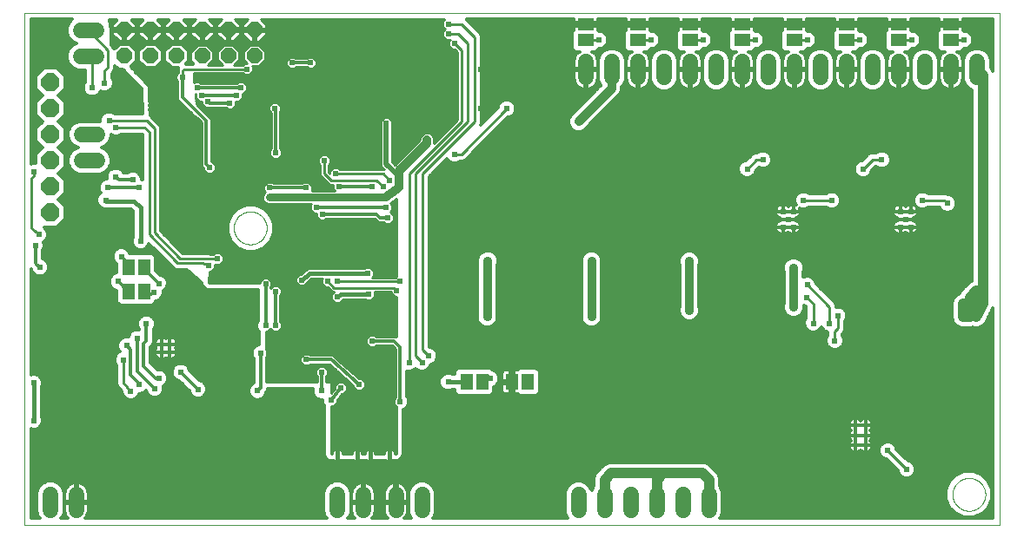
<source format=gbl>
G75*
%MOIN*%
%OFA0B0*%
%FSLAX25Y25*%
%IPPOS*%
%LPD*%
%AMOC8*
5,1,8,0,0,1.08239X$1,22.5*
%
%ADD10C,0.00000*%
%ADD11C,0.02200*%
%ADD12C,0.02381*%
%ADD13C,0.02400*%
%ADD14R,0.06300X0.04600*%
%ADD15C,0.01987*%
%ADD16R,0.04600X0.06300*%
%ADD17C,0.06000*%
%ADD18OC8,0.07000*%
%ADD19OC8,0.06000*%
%ADD20C,0.01181*%
%ADD21C,0.01600*%
%ADD22C,0.01000*%
%ADD23C,0.01200*%
%ADD24C,0.00984*%
%ADD25C,0.04000*%
%ADD26C,0.03562*%
%ADD27C,0.03200*%
%ADD28C,0.02953*%
%ADD29C,0.01969*%
%ADD30C,0.02000*%
D10*
X0021985Y0025808D02*
X0021985Y0222658D01*
X0396000Y0222658D01*
X0396000Y0025808D01*
X0021985Y0025808D01*
X0102300Y0139981D02*
X0102302Y0140139D01*
X0102308Y0140297D01*
X0102318Y0140455D01*
X0102332Y0140613D01*
X0102350Y0140770D01*
X0102371Y0140927D01*
X0102397Y0141083D01*
X0102427Y0141239D01*
X0102460Y0141394D01*
X0102498Y0141547D01*
X0102539Y0141700D01*
X0102584Y0141852D01*
X0102633Y0142003D01*
X0102686Y0142152D01*
X0102742Y0142300D01*
X0102802Y0142446D01*
X0102866Y0142591D01*
X0102934Y0142734D01*
X0103005Y0142876D01*
X0103079Y0143016D01*
X0103157Y0143153D01*
X0103239Y0143289D01*
X0103323Y0143423D01*
X0103412Y0143554D01*
X0103503Y0143683D01*
X0103598Y0143810D01*
X0103695Y0143935D01*
X0103796Y0144057D01*
X0103900Y0144176D01*
X0104007Y0144293D01*
X0104117Y0144407D01*
X0104230Y0144518D01*
X0104345Y0144627D01*
X0104463Y0144732D01*
X0104584Y0144834D01*
X0104707Y0144934D01*
X0104833Y0145030D01*
X0104961Y0145123D01*
X0105091Y0145213D01*
X0105224Y0145299D01*
X0105359Y0145383D01*
X0105495Y0145462D01*
X0105634Y0145539D01*
X0105775Y0145611D01*
X0105917Y0145681D01*
X0106061Y0145746D01*
X0106207Y0145808D01*
X0106354Y0145866D01*
X0106503Y0145921D01*
X0106653Y0145972D01*
X0106804Y0146019D01*
X0106956Y0146062D01*
X0107109Y0146101D01*
X0107264Y0146137D01*
X0107419Y0146168D01*
X0107575Y0146196D01*
X0107731Y0146220D01*
X0107888Y0146240D01*
X0108046Y0146256D01*
X0108203Y0146268D01*
X0108362Y0146276D01*
X0108520Y0146280D01*
X0108678Y0146280D01*
X0108836Y0146276D01*
X0108995Y0146268D01*
X0109152Y0146256D01*
X0109310Y0146240D01*
X0109467Y0146220D01*
X0109623Y0146196D01*
X0109779Y0146168D01*
X0109934Y0146137D01*
X0110089Y0146101D01*
X0110242Y0146062D01*
X0110394Y0146019D01*
X0110545Y0145972D01*
X0110695Y0145921D01*
X0110844Y0145866D01*
X0110991Y0145808D01*
X0111137Y0145746D01*
X0111281Y0145681D01*
X0111423Y0145611D01*
X0111564Y0145539D01*
X0111703Y0145462D01*
X0111839Y0145383D01*
X0111974Y0145299D01*
X0112107Y0145213D01*
X0112237Y0145123D01*
X0112365Y0145030D01*
X0112491Y0144934D01*
X0112614Y0144834D01*
X0112735Y0144732D01*
X0112853Y0144627D01*
X0112968Y0144518D01*
X0113081Y0144407D01*
X0113191Y0144293D01*
X0113298Y0144176D01*
X0113402Y0144057D01*
X0113503Y0143935D01*
X0113600Y0143810D01*
X0113695Y0143683D01*
X0113786Y0143554D01*
X0113875Y0143423D01*
X0113959Y0143289D01*
X0114041Y0143153D01*
X0114119Y0143016D01*
X0114193Y0142876D01*
X0114264Y0142734D01*
X0114332Y0142591D01*
X0114396Y0142446D01*
X0114456Y0142300D01*
X0114512Y0142152D01*
X0114565Y0142003D01*
X0114614Y0141852D01*
X0114659Y0141700D01*
X0114700Y0141547D01*
X0114738Y0141394D01*
X0114771Y0141239D01*
X0114801Y0141083D01*
X0114827Y0140927D01*
X0114848Y0140770D01*
X0114866Y0140613D01*
X0114880Y0140455D01*
X0114890Y0140297D01*
X0114896Y0140139D01*
X0114898Y0139981D01*
X0114896Y0139823D01*
X0114890Y0139665D01*
X0114880Y0139507D01*
X0114866Y0139349D01*
X0114848Y0139192D01*
X0114827Y0139035D01*
X0114801Y0138879D01*
X0114771Y0138723D01*
X0114738Y0138568D01*
X0114700Y0138415D01*
X0114659Y0138262D01*
X0114614Y0138110D01*
X0114565Y0137959D01*
X0114512Y0137810D01*
X0114456Y0137662D01*
X0114396Y0137516D01*
X0114332Y0137371D01*
X0114264Y0137228D01*
X0114193Y0137086D01*
X0114119Y0136946D01*
X0114041Y0136809D01*
X0113959Y0136673D01*
X0113875Y0136539D01*
X0113786Y0136408D01*
X0113695Y0136279D01*
X0113600Y0136152D01*
X0113503Y0136027D01*
X0113402Y0135905D01*
X0113298Y0135786D01*
X0113191Y0135669D01*
X0113081Y0135555D01*
X0112968Y0135444D01*
X0112853Y0135335D01*
X0112735Y0135230D01*
X0112614Y0135128D01*
X0112491Y0135028D01*
X0112365Y0134932D01*
X0112237Y0134839D01*
X0112107Y0134749D01*
X0111974Y0134663D01*
X0111839Y0134579D01*
X0111703Y0134500D01*
X0111564Y0134423D01*
X0111423Y0134351D01*
X0111281Y0134281D01*
X0111137Y0134216D01*
X0110991Y0134154D01*
X0110844Y0134096D01*
X0110695Y0134041D01*
X0110545Y0133990D01*
X0110394Y0133943D01*
X0110242Y0133900D01*
X0110089Y0133861D01*
X0109934Y0133825D01*
X0109779Y0133794D01*
X0109623Y0133766D01*
X0109467Y0133742D01*
X0109310Y0133722D01*
X0109152Y0133706D01*
X0108995Y0133694D01*
X0108836Y0133686D01*
X0108678Y0133682D01*
X0108520Y0133682D01*
X0108362Y0133686D01*
X0108203Y0133694D01*
X0108046Y0133706D01*
X0107888Y0133722D01*
X0107731Y0133742D01*
X0107575Y0133766D01*
X0107419Y0133794D01*
X0107264Y0133825D01*
X0107109Y0133861D01*
X0106956Y0133900D01*
X0106804Y0133943D01*
X0106653Y0133990D01*
X0106503Y0134041D01*
X0106354Y0134096D01*
X0106207Y0134154D01*
X0106061Y0134216D01*
X0105917Y0134281D01*
X0105775Y0134351D01*
X0105634Y0134423D01*
X0105495Y0134500D01*
X0105359Y0134579D01*
X0105224Y0134663D01*
X0105091Y0134749D01*
X0104961Y0134839D01*
X0104833Y0134932D01*
X0104707Y0135028D01*
X0104584Y0135128D01*
X0104463Y0135230D01*
X0104345Y0135335D01*
X0104230Y0135444D01*
X0104117Y0135555D01*
X0104007Y0135669D01*
X0103900Y0135786D01*
X0103796Y0135905D01*
X0103695Y0136027D01*
X0103598Y0136152D01*
X0103503Y0136279D01*
X0103412Y0136408D01*
X0103323Y0136539D01*
X0103239Y0136673D01*
X0103157Y0136809D01*
X0103079Y0136946D01*
X0103005Y0137086D01*
X0102934Y0137228D01*
X0102866Y0137371D01*
X0102802Y0137516D01*
X0102742Y0137662D01*
X0102686Y0137810D01*
X0102633Y0137959D01*
X0102584Y0138110D01*
X0102539Y0138262D01*
X0102498Y0138415D01*
X0102460Y0138568D01*
X0102427Y0138723D01*
X0102397Y0138879D01*
X0102371Y0139035D01*
X0102350Y0139192D01*
X0102332Y0139349D01*
X0102318Y0139507D01*
X0102308Y0139665D01*
X0102302Y0139823D01*
X0102300Y0139981D01*
X0377890Y0037619D02*
X0377892Y0037777D01*
X0377898Y0037935D01*
X0377908Y0038093D01*
X0377922Y0038251D01*
X0377940Y0038408D01*
X0377961Y0038565D01*
X0377987Y0038721D01*
X0378017Y0038877D01*
X0378050Y0039032D01*
X0378088Y0039185D01*
X0378129Y0039338D01*
X0378174Y0039490D01*
X0378223Y0039641D01*
X0378276Y0039790D01*
X0378332Y0039938D01*
X0378392Y0040084D01*
X0378456Y0040229D01*
X0378524Y0040372D01*
X0378595Y0040514D01*
X0378669Y0040654D01*
X0378747Y0040791D01*
X0378829Y0040927D01*
X0378913Y0041061D01*
X0379002Y0041192D01*
X0379093Y0041321D01*
X0379188Y0041448D01*
X0379285Y0041573D01*
X0379386Y0041695D01*
X0379490Y0041814D01*
X0379597Y0041931D01*
X0379707Y0042045D01*
X0379820Y0042156D01*
X0379935Y0042265D01*
X0380053Y0042370D01*
X0380174Y0042472D01*
X0380297Y0042572D01*
X0380423Y0042668D01*
X0380551Y0042761D01*
X0380681Y0042851D01*
X0380814Y0042937D01*
X0380949Y0043021D01*
X0381085Y0043100D01*
X0381224Y0043177D01*
X0381365Y0043249D01*
X0381507Y0043319D01*
X0381651Y0043384D01*
X0381797Y0043446D01*
X0381944Y0043504D01*
X0382093Y0043559D01*
X0382243Y0043610D01*
X0382394Y0043657D01*
X0382546Y0043700D01*
X0382699Y0043739D01*
X0382854Y0043775D01*
X0383009Y0043806D01*
X0383165Y0043834D01*
X0383321Y0043858D01*
X0383478Y0043878D01*
X0383636Y0043894D01*
X0383793Y0043906D01*
X0383952Y0043914D01*
X0384110Y0043918D01*
X0384268Y0043918D01*
X0384426Y0043914D01*
X0384585Y0043906D01*
X0384742Y0043894D01*
X0384900Y0043878D01*
X0385057Y0043858D01*
X0385213Y0043834D01*
X0385369Y0043806D01*
X0385524Y0043775D01*
X0385679Y0043739D01*
X0385832Y0043700D01*
X0385984Y0043657D01*
X0386135Y0043610D01*
X0386285Y0043559D01*
X0386434Y0043504D01*
X0386581Y0043446D01*
X0386727Y0043384D01*
X0386871Y0043319D01*
X0387013Y0043249D01*
X0387154Y0043177D01*
X0387293Y0043100D01*
X0387429Y0043021D01*
X0387564Y0042937D01*
X0387697Y0042851D01*
X0387827Y0042761D01*
X0387955Y0042668D01*
X0388081Y0042572D01*
X0388204Y0042472D01*
X0388325Y0042370D01*
X0388443Y0042265D01*
X0388558Y0042156D01*
X0388671Y0042045D01*
X0388781Y0041931D01*
X0388888Y0041814D01*
X0388992Y0041695D01*
X0389093Y0041573D01*
X0389190Y0041448D01*
X0389285Y0041321D01*
X0389376Y0041192D01*
X0389465Y0041061D01*
X0389549Y0040927D01*
X0389631Y0040791D01*
X0389709Y0040654D01*
X0389783Y0040514D01*
X0389854Y0040372D01*
X0389922Y0040229D01*
X0389986Y0040084D01*
X0390046Y0039938D01*
X0390102Y0039790D01*
X0390155Y0039641D01*
X0390204Y0039490D01*
X0390249Y0039338D01*
X0390290Y0039185D01*
X0390328Y0039032D01*
X0390361Y0038877D01*
X0390391Y0038721D01*
X0390417Y0038565D01*
X0390438Y0038408D01*
X0390456Y0038251D01*
X0390470Y0038093D01*
X0390480Y0037935D01*
X0390486Y0037777D01*
X0390488Y0037619D01*
X0390486Y0037461D01*
X0390480Y0037303D01*
X0390470Y0037145D01*
X0390456Y0036987D01*
X0390438Y0036830D01*
X0390417Y0036673D01*
X0390391Y0036517D01*
X0390361Y0036361D01*
X0390328Y0036206D01*
X0390290Y0036053D01*
X0390249Y0035900D01*
X0390204Y0035748D01*
X0390155Y0035597D01*
X0390102Y0035448D01*
X0390046Y0035300D01*
X0389986Y0035154D01*
X0389922Y0035009D01*
X0389854Y0034866D01*
X0389783Y0034724D01*
X0389709Y0034584D01*
X0389631Y0034447D01*
X0389549Y0034311D01*
X0389465Y0034177D01*
X0389376Y0034046D01*
X0389285Y0033917D01*
X0389190Y0033790D01*
X0389093Y0033665D01*
X0388992Y0033543D01*
X0388888Y0033424D01*
X0388781Y0033307D01*
X0388671Y0033193D01*
X0388558Y0033082D01*
X0388443Y0032973D01*
X0388325Y0032868D01*
X0388204Y0032766D01*
X0388081Y0032666D01*
X0387955Y0032570D01*
X0387827Y0032477D01*
X0387697Y0032387D01*
X0387564Y0032301D01*
X0387429Y0032217D01*
X0387293Y0032138D01*
X0387154Y0032061D01*
X0387013Y0031989D01*
X0386871Y0031919D01*
X0386727Y0031854D01*
X0386581Y0031792D01*
X0386434Y0031734D01*
X0386285Y0031679D01*
X0386135Y0031628D01*
X0385984Y0031581D01*
X0385832Y0031538D01*
X0385679Y0031499D01*
X0385524Y0031463D01*
X0385369Y0031432D01*
X0385213Y0031404D01*
X0385057Y0031380D01*
X0384900Y0031360D01*
X0384742Y0031344D01*
X0384585Y0031332D01*
X0384426Y0031324D01*
X0384268Y0031320D01*
X0384110Y0031320D01*
X0383952Y0031324D01*
X0383793Y0031332D01*
X0383636Y0031344D01*
X0383478Y0031360D01*
X0383321Y0031380D01*
X0383165Y0031404D01*
X0383009Y0031432D01*
X0382854Y0031463D01*
X0382699Y0031499D01*
X0382546Y0031538D01*
X0382394Y0031581D01*
X0382243Y0031628D01*
X0382093Y0031679D01*
X0381944Y0031734D01*
X0381797Y0031792D01*
X0381651Y0031854D01*
X0381507Y0031919D01*
X0381365Y0031989D01*
X0381224Y0032061D01*
X0381085Y0032138D01*
X0380949Y0032217D01*
X0380814Y0032301D01*
X0380681Y0032387D01*
X0380551Y0032477D01*
X0380423Y0032570D01*
X0380297Y0032666D01*
X0380174Y0032766D01*
X0380053Y0032868D01*
X0379935Y0032973D01*
X0379820Y0033082D01*
X0379707Y0033193D01*
X0379597Y0033307D01*
X0379490Y0033424D01*
X0379386Y0033543D01*
X0379285Y0033665D01*
X0379188Y0033790D01*
X0379093Y0033917D01*
X0379002Y0034046D01*
X0378913Y0034177D01*
X0378829Y0034311D01*
X0378747Y0034447D01*
X0378669Y0034584D01*
X0378595Y0034724D01*
X0378524Y0034866D01*
X0378456Y0035009D01*
X0378392Y0035154D01*
X0378332Y0035300D01*
X0378276Y0035448D01*
X0378223Y0035597D01*
X0378174Y0035748D01*
X0378129Y0035900D01*
X0378088Y0036053D01*
X0378050Y0036206D01*
X0378017Y0036361D01*
X0377987Y0036517D01*
X0377961Y0036673D01*
X0377940Y0036830D01*
X0377922Y0036987D01*
X0377908Y0037145D01*
X0377898Y0037303D01*
X0377892Y0037461D01*
X0377890Y0037619D01*
D11*
X0077758Y0092160D03*
X0074558Y0092160D03*
X0074558Y0095360D03*
X0077758Y0095360D03*
D12*
X0086945Y0098258D03*
X0096385Y0103208D03*
X0114504Y0102458D03*
X0118226Y0102458D03*
X0112585Y0091808D03*
X0095785Y0088208D03*
X0081985Y0084608D03*
X0088585Y0078008D03*
X0073585Y0082208D03*
X0071985Y0078308D03*
X0065892Y0079726D03*
X0062771Y0077326D03*
X0064485Y0068308D03*
X0051985Y0050808D03*
X0046985Y0050808D03*
X0046985Y0045808D03*
X0051985Y0045808D03*
X0049485Y0040808D03*
X0048285Y0032408D03*
X0046385Y0029108D03*
X0050585Y0029308D03*
X0025585Y0066008D03*
X0025585Y0080408D03*
X0029485Y0093308D03*
X0034485Y0093308D03*
X0044485Y0095808D03*
X0049485Y0098308D03*
X0041985Y0100808D03*
X0041785Y0108008D03*
X0057985Y0119408D03*
X0071785Y0115208D03*
X0073476Y0118664D03*
X0069385Y0109208D03*
X0074150Y0104548D03*
X0068785Y0103208D03*
X0065292Y0097658D03*
X0061179Y0094745D03*
X0059986Y0089352D03*
X0111385Y0077408D03*
X0158085Y0042308D03*
X0158085Y0030308D03*
X0134685Y0035108D03*
X0128685Y0035108D03*
X0128685Y0041108D03*
X0134685Y0041108D03*
X0121485Y0041108D03*
X0171785Y0065508D03*
X0185985Y0060208D03*
X0185985Y0056408D03*
X0191585Y0056408D03*
X0191585Y0060408D03*
X0191985Y0068308D03*
X0191985Y0073308D03*
X0216285Y0061108D03*
X0216285Y0056908D03*
X0223485Y0059408D03*
X0210385Y0048408D03*
X0204185Y0048608D03*
X0197985Y0048608D03*
X0236985Y0073308D03*
X0236985Y0078308D03*
X0246998Y0077120D03*
X0256985Y0078308D03*
X0256985Y0073308D03*
X0246985Y0068308D03*
X0246985Y0063308D03*
X0246985Y0055808D03*
X0246985Y0050808D03*
X0266985Y0050808D03*
X0266985Y0055808D03*
X0266985Y0063308D03*
X0266985Y0068308D03*
X0276985Y0073308D03*
X0276985Y0078308D03*
X0266683Y0077120D03*
X0286985Y0078308D03*
X0286985Y0073308D03*
X0286985Y0068308D03*
X0286985Y0060808D03*
X0286985Y0055808D03*
X0321985Y0035808D03*
X0321985Y0030808D03*
X0326985Y0030808D03*
X0331985Y0030808D03*
X0339485Y0030808D03*
X0344485Y0030808D03*
X0349485Y0030808D03*
X0354485Y0030808D03*
X0354485Y0035808D03*
X0349485Y0035808D03*
X0344485Y0035808D03*
X0344485Y0040808D03*
X0349485Y0040808D03*
X0354485Y0040808D03*
X0354485Y0045808D03*
X0349485Y0045808D03*
X0344485Y0045808D03*
X0360255Y0047282D03*
X0366985Y0043308D03*
X0371985Y0043308D03*
X0371985Y0038308D03*
X0366985Y0038308D03*
X0366985Y0033308D03*
X0371985Y0033308D03*
X0353055Y0054482D03*
X0329255Y0089782D03*
X0319655Y0100582D03*
X0360567Y0112422D03*
X0350185Y0125408D03*
X0350185Y0132608D03*
X0357800Y0140308D03*
X0359055Y0151082D03*
X0350655Y0158282D03*
X0359055Y0160682D03*
X0359055Y0170282D03*
X0349455Y0173882D03*
X0350655Y0181082D03*
X0357855Y0181082D03*
X0356985Y0190808D03*
X0336985Y0190808D03*
X0336985Y0180808D03*
X0336985Y0170808D03*
X0320655Y0181082D03*
X0313455Y0181082D03*
X0307455Y0181082D03*
X0305055Y0173882D03*
X0314655Y0170282D03*
X0314655Y0160682D03*
X0305055Y0158282D03*
X0314655Y0151082D03*
X0297985Y0142208D03*
X0297985Y0136208D03*
X0305185Y0132608D03*
X0305185Y0125408D03*
X0312385Y0125408D03*
X0312800Y0140308D03*
X0274485Y0138308D03*
X0269485Y0138308D03*
X0264485Y0138308D03*
X0264485Y0130434D03*
X0236985Y0138308D03*
X0231985Y0138308D03*
X0226985Y0138308D03*
X0221985Y0138308D03*
X0226985Y0148308D03*
X0231985Y0148308D03*
X0236985Y0148308D03*
X0232185Y0157908D03*
X0225555Y0159482D03*
X0225555Y0167882D03*
X0225555Y0176282D03*
X0231985Y0190808D03*
X0256985Y0190808D03*
X0271985Y0190808D03*
X0291985Y0190808D03*
X0316985Y0190808D03*
X0263055Y0176282D03*
X0263055Y0167882D03*
X0263055Y0159482D03*
X0269485Y0157908D03*
X0269485Y0148308D03*
X0274485Y0148308D03*
X0264485Y0148308D03*
X0226709Y0128170D03*
X0199150Y0136044D03*
X0191276Y0136044D03*
X0183402Y0136044D03*
X0183402Y0143918D03*
X0183402Y0151792D03*
X0183255Y0159482D03*
X0188055Y0159482D03*
X0188055Y0164482D03*
X0183055Y0164482D03*
X0196485Y0157908D03*
X0176385Y0173808D03*
X0160764Y0180335D03*
X0150985Y0179408D03*
X0137585Y0185108D03*
X0130585Y0185208D03*
X0117985Y0186008D03*
X0104985Y0193808D03*
X0103185Y0190808D03*
X0100785Y0187808D03*
X0092385Y0188408D03*
X0089985Y0190808D03*
X0088185Y0193808D03*
X0082785Y0198008D03*
X0067043Y0184475D03*
X0052785Y0195608D03*
X0047985Y0193808D03*
X0067043Y0174275D03*
X0067043Y0169475D03*
X0055785Y0168308D03*
X0055785Y0163308D03*
X0056985Y0159608D03*
X0053985Y0155408D03*
X0063585Y0158408D03*
X0065985Y0155408D03*
X0074985Y0159008D03*
X0086385Y0159008D03*
X0092985Y0163208D03*
X0115985Y0155408D03*
X0115937Y0151792D03*
X0129985Y0155408D03*
X0133952Y0147855D03*
X0136185Y0145208D03*
X0142585Y0156008D03*
X0141385Y0160808D03*
X0155385Y0156008D03*
X0160764Y0151792D03*
X0160764Y0147855D03*
X0161196Y0143918D03*
X0183402Y0128170D03*
X0191276Y0128170D03*
X0153706Y0122601D03*
X0134785Y0132608D03*
X0128185Y0120008D03*
X0118226Y0115712D03*
X0114504Y0118664D03*
X0073485Y0128808D03*
X0069885Y0132408D03*
X0066585Y0135008D03*
X0059185Y0129008D03*
X0045885Y0138408D03*
X0053885Y0141408D03*
X0027885Y0124908D03*
X0093985Y0145808D03*
X0118295Y0168918D03*
X0150985Y0171608D03*
X0186985Y0187208D03*
X0186985Y0196208D03*
X0182785Y0196208D03*
X0177985Y0196208D03*
X0186985Y0204008D03*
X0196985Y0200808D03*
X0196985Y0185808D03*
X0161785Y0204608D03*
X0155785Y0204608D03*
X0131785Y0203408D03*
X0132385Y0196808D03*
X0124585Y0203408D03*
X0107185Y0201008D03*
X0218585Y0215208D03*
X0224585Y0215208D03*
X0230585Y0215208D03*
X0381985Y0190808D03*
D13*
X0382300Y0212208D03*
X0362300Y0212208D03*
X0342300Y0212208D03*
X0322300Y0212208D03*
X0302300Y0212208D03*
X0282300Y0212208D03*
X0262300Y0212208D03*
X0242300Y0212208D03*
X0206985Y0185808D03*
X0186985Y0168308D03*
X0161985Y0158308D03*
X0159485Y0155808D03*
X0136985Y0165808D03*
X0095985Y0128308D03*
X0092785Y0125408D03*
X0138385Y0119408D03*
X0141985Y0119408D03*
X0141985Y0113408D03*
X0153985Y0114608D03*
X0164785Y0115808D03*
X0165985Y0119408D03*
X0155185Y0096608D03*
X0141985Y0091808D03*
X0135985Y0084608D03*
X0129985Y0089408D03*
X0143185Y0078608D03*
X0135985Y0077408D03*
X0139585Y0073808D03*
X0143185Y0069008D03*
X0150385Y0079808D03*
X0165985Y0073308D03*
X0184485Y0080808D03*
X0174485Y0088308D03*
X0176985Y0090808D03*
X0169485Y0088308D03*
X0200685Y0082108D03*
X0214985Y0080808D03*
X0316800Y0140308D03*
X0314800Y0143308D03*
X0316800Y0146308D03*
X0312800Y0146308D03*
X0320785Y0150608D03*
X0331585Y0150608D03*
X0343585Y0162608D03*
X0350785Y0166208D03*
X0366385Y0150608D03*
X0361800Y0146308D03*
X0359800Y0143308D03*
X0357800Y0146308D03*
X0361800Y0140308D03*
X0375985Y0149408D03*
X0322185Y0118108D03*
X0321985Y0113308D03*
X0333985Y0106208D03*
X0330685Y0103308D03*
X0324485Y0103308D03*
X0332785Y0096608D03*
X0381985Y0105808D03*
X0381985Y0110808D03*
X0299185Y0162608D03*
X0305185Y0166208D03*
X0234485Y0180808D03*
X0186985Y0210808D03*
X0184485Y0214508D03*
X0184485Y0218308D03*
X0056985Y0178708D03*
X0054485Y0181208D03*
X0025585Y0161408D03*
X0053185Y0150608D03*
X0027585Y0137408D03*
X0026185Y0133308D03*
D14*
X0237300Y0212208D03*
X0237300Y0218208D03*
X0257300Y0218208D03*
X0257300Y0212208D03*
X0277300Y0212208D03*
X0277300Y0218208D03*
X0297300Y0218208D03*
X0297300Y0212208D03*
X0317300Y0212208D03*
X0317300Y0218208D03*
X0337300Y0218208D03*
X0337300Y0212208D03*
X0357300Y0212208D03*
X0357300Y0218208D03*
X0377300Y0218208D03*
X0377300Y0212208D03*
D15*
X0344576Y0064259D03*
X0340639Y0064259D03*
X0340639Y0060322D03*
X0344576Y0060322D03*
X0344576Y0056385D03*
X0340639Y0056385D03*
D16*
X0214985Y0080808D03*
X0208985Y0080808D03*
X0197485Y0080808D03*
X0191485Y0080808D03*
X0067906Y0115608D03*
X0061906Y0115608D03*
X0061906Y0124808D03*
X0067906Y0124808D03*
D17*
X0049985Y0165808D02*
X0043985Y0165808D01*
X0043985Y0175808D02*
X0049985Y0175808D01*
X0049531Y0205834D02*
X0043531Y0205834D01*
X0043531Y0215834D02*
X0049531Y0215834D01*
X0237300Y0203808D02*
X0237300Y0197808D01*
X0247300Y0197808D02*
X0247300Y0203808D01*
X0257300Y0203808D02*
X0257300Y0197808D01*
X0267300Y0197808D02*
X0267300Y0203808D01*
X0277300Y0203808D02*
X0277300Y0197808D01*
X0287300Y0197808D02*
X0287300Y0203808D01*
X0297300Y0203808D02*
X0297300Y0197808D01*
X0307300Y0197808D02*
X0307300Y0203808D01*
X0317300Y0203808D02*
X0317300Y0197808D01*
X0327300Y0197808D02*
X0327300Y0203808D01*
X0337300Y0203808D02*
X0337300Y0197808D01*
X0347300Y0197808D02*
X0347300Y0203808D01*
X0357300Y0203808D02*
X0357300Y0197808D01*
X0367300Y0197808D02*
X0367300Y0203808D01*
X0377300Y0203808D02*
X0377300Y0197808D01*
X0387300Y0197808D02*
X0387300Y0203808D01*
X0284485Y0037608D02*
X0284485Y0031608D01*
X0274485Y0031608D02*
X0274485Y0037608D01*
X0264485Y0037608D02*
X0264485Y0031608D01*
X0254485Y0031608D02*
X0254485Y0037608D01*
X0244485Y0037608D02*
X0244485Y0031608D01*
X0234485Y0031608D02*
X0234485Y0037608D01*
X0174485Y0037608D02*
X0174485Y0031608D01*
X0164485Y0031608D02*
X0164485Y0037608D01*
X0151985Y0037608D02*
X0151985Y0031608D01*
X0141985Y0031608D02*
X0141985Y0037608D01*
X0041985Y0037608D02*
X0041985Y0031608D01*
X0031985Y0031608D02*
X0031985Y0037608D01*
D18*
X0031985Y0145808D03*
X0031985Y0155808D03*
X0031985Y0165808D03*
X0031985Y0175808D03*
X0031985Y0185808D03*
X0031985Y0195808D03*
D19*
X0060185Y0206208D03*
X0070185Y0206208D03*
X0080185Y0206208D03*
X0090185Y0206208D03*
X0100185Y0206208D03*
X0110185Y0206208D03*
X0110185Y0216208D03*
X0100185Y0216208D03*
X0090185Y0216208D03*
X0080185Y0216208D03*
X0070185Y0216208D03*
X0060185Y0216208D03*
D20*
X0042039Y0210834D02*
X0040591Y0210235D01*
X0039131Y0208775D01*
X0038341Y0206867D01*
X0038341Y0204802D01*
X0039131Y0202894D01*
X0040591Y0201434D01*
X0042499Y0200644D01*
X0045302Y0200644D01*
X0045302Y0195906D01*
X0045118Y0195723D01*
X0044604Y0194480D01*
X0044604Y0193135D01*
X0045118Y0191892D01*
X0046069Y0190941D01*
X0047312Y0190426D01*
X0048657Y0190426D01*
X0049900Y0190941D01*
X0050851Y0191892D01*
X0051154Y0192623D01*
X0052112Y0192226D01*
X0053457Y0192226D01*
X0054700Y0192741D01*
X0055651Y0193692D01*
X0056166Y0194935D01*
X0056166Y0196280D01*
X0055651Y0197523D01*
X0055467Y0197706D01*
X0055467Y0199296D01*
X0055504Y0199333D01*
X0056259Y0200088D01*
X0056667Y0201074D01*
X0056667Y0202384D01*
X0058035Y0201017D01*
X0059679Y0201017D01*
X0066983Y0193419D01*
X0066953Y0193086D01*
X0067002Y0192928D01*
X0067154Y0183898D01*
X0056589Y0183898D01*
X0056405Y0184082D01*
X0055159Y0184598D01*
X0053810Y0184598D01*
X0052564Y0184082D01*
X0051610Y0183128D01*
X0051094Y0181882D01*
X0051094Y0180966D01*
X0051017Y0180998D01*
X0042952Y0180998D01*
X0041045Y0180208D01*
X0039584Y0178748D01*
X0038794Y0176840D01*
X0038794Y0174775D01*
X0039584Y0172867D01*
X0041045Y0171407D01*
X0042492Y0170808D01*
X0041045Y0170208D01*
X0039584Y0168748D01*
X0038794Y0166840D01*
X0038794Y0164775D01*
X0039584Y0162867D01*
X0041045Y0161407D01*
X0042952Y0160617D01*
X0051017Y0160617D01*
X0052925Y0161407D01*
X0054385Y0162867D01*
X0055175Y0164775D01*
X0055175Y0166840D01*
X0054385Y0168748D01*
X0052925Y0170208D01*
X0051477Y0170808D01*
X0052925Y0171407D01*
X0054385Y0172867D01*
X0055175Y0174775D01*
X0055175Y0175787D01*
X0056310Y0175317D01*
X0057659Y0175317D01*
X0058905Y0175833D01*
X0059089Y0176017D01*
X0067057Y0176017D01*
X0067291Y0175807D01*
X0067294Y0175615D01*
X0067294Y0158525D01*
X0066966Y0158661D01*
X0066966Y0159080D01*
X0066451Y0160323D01*
X0065500Y0161274D01*
X0064257Y0161789D01*
X0062912Y0161789D01*
X0061669Y0161274D01*
X0061584Y0161189D01*
X0059989Y0161189D01*
X0059851Y0161523D01*
X0058900Y0162474D01*
X0057657Y0162989D01*
X0056312Y0162989D01*
X0055069Y0162474D01*
X0054118Y0161523D01*
X0053604Y0160280D01*
X0053604Y0158935D01*
X0053664Y0158789D01*
X0053312Y0158789D01*
X0052069Y0158274D01*
X0051118Y0157323D01*
X0050604Y0156080D01*
X0050604Y0154735D01*
X0051118Y0153492D01*
X0051196Y0153414D01*
X0050310Y0152528D01*
X0049794Y0151282D01*
X0049794Y0149933D01*
X0050310Y0148687D01*
X0051264Y0147733D01*
X0052510Y0147217D01*
X0053859Y0147217D01*
X0054213Y0147363D01*
X0062746Y0147363D01*
X0063594Y0146515D01*
X0063594Y0136623D01*
X0063204Y0135680D01*
X0063204Y0134335D01*
X0063718Y0133092D01*
X0064669Y0132141D01*
X0065912Y0131626D01*
X0067257Y0131626D01*
X0068500Y0132141D01*
X0069451Y0133092D01*
X0069757Y0133830D01*
X0078504Y0125083D01*
X0079261Y0124327D01*
X0080250Y0123917D01*
X0084161Y0123917D01*
X0089809Y0118753D01*
X0090115Y0118443D01*
X0090304Y0117988D01*
X0090503Y0117499D01*
X0090508Y0117494D01*
X0090510Y0117488D01*
X0090882Y0117116D01*
X0091254Y0116741D01*
X0091260Y0116738D01*
X0091265Y0116733D01*
X0091751Y0116532D01*
X0092238Y0116328D01*
X0092245Y0116327D01*
X0092251Y0116325D01*
X0092778Y0116325D01*
X0093305Y0116322D01*
X0093312Y0116325D01*
X0111723Y0116325D01*
X0111723Y0104458D01*
X0111638Y0104373D01*
X0111123Y0103130D01*
X0111123Y0101785D01*
X0111638Y0100543D01*
X0111802Y0100379D01*
X0111802Y0095143D01*
X0110669Y0094674D01*
X0109718Y0093723D01*
X0109204Y0092480D01*
X0109204Y0091135D01*
X0109718Y0089892D01*
X0109804Y0089807D01*
X0109804Y0080412D01*
X0109469Y0080274D01*
X0108518Y0079323D01*
X0108004Y0078080D01*
X0108004Y0076735D01*
X0108518Y0075492D01*
X0109469Y0074541D01*
X0110712Y0074026D01*
X0112057Y0074026D01*
X0113300Y0074541D01*
X0114251Y0075492D01*
X0114766Y0076735D01*
X0114766Y0076856D01*
X0114942Y0077032D01*
X0115366Y0078054D01*
X0115366Y0078125D01*
X0132612Y0078125D01*
X0132594Y0078082D01*
X0132594Y0076733D01*
X0133110Y0075487D01*
X0134064Y0074533D01*
X0135310Y0074017D01*
X0136194Y0074017D01*
X0136194Y0073133D01*
X0136710Y0071887D01*
X0136802Y0071795D01*
X0136802Y0052774D01*
X0137210Y0051788D01*
X0137965Y0051033D01*
X0138951Y0050625D01*
X0140647Y0050625D01*
X0141390Y0050317D01*
X0142580Y0050317D01*
X0143323Y0050625D01*
X0148147Y0050625D01*
X0148890Y0050317D01*
X0150080Y0050317D01*
X0150823Y0050625D01*
X0153147Y0050625D01*
X0153890Y0050317D01*
X0155080Y0050317D01*
X0155823Y0050625D01*
X0160647Y0050625D01*
X0161390Y0050317D01*
X0162580Y0050317D01*
X0163323Y0050625D01*
X0165018Y0050625D01*
X0166004Y0051033D01*
X0166759Y0051788D01*
X0167167Y0052774D01*
X0167167Y0070128D01*
X0167905Y0070433D01*
X0168859Y0071387D01*
X0169375Y0072633D01*
X0169375Y0073982D01*
X0168859Y0075228D01*
X0168775Y0075312D01*
X0168775Y0084932D01*
X0168810Y0084917D01*
X0170159Y0084917D01*
X0171405Y0085433D01*
X0171985Y0086013D01*
X0172564Y0085433D01*
X0173810Y0084917D01*
X0175159Y0084917D01*
X0176405Y0085433D01*
X0177359Y0086387D01*
X0177812Y0087480D01*
X0178905Y0087933D01*
X0179859Y0088887D01*
X0180375Y0090133D01*
X0180375Y0091482D01*
X0179859Y0092728D01*
X0178905Y0093682D01*
X0177659Y0094198D01*
X0177399Y0094198D01*
X0177175Y0094422D01*
X0177175Y0159693D01*
X0184040Y0166558D01*
X0184110Y0166387D01*
X0185064Y0165433D01*
X0186310Y0164917D01*
X0187659Y0164917D01*
X0188905Y0165433D01*
X0189089Y0165617D01*
X0190020Y0165617D01*
X0191009Y0166027D01*
X0207399Y0182417D01*
X0207659Y0182417D01*
X0208905Y0182933D01*
X0209859Y0183887D01*
X0210375Y0185133D01*
X0210375Y0186482D01*
X0209859Y0187728D01*
X0208905Y0188682D01*
X0207659Y0189198D01*
X0206310Y0189198D01*
X0205064Y0188682D01*
X0204110Y0187728D01*
X0203594Y0186482D01*
X0203594Y0186222D01*
X0196843Y0179471D01*
X0197175Y0180272D01*
X0197175Y0213843D01*
X0196766Y0214832D01*
X0191766Y0219832D01*
X0191530Y0220067D01*
X0232559Y0220067D01*
X0232559Y0218767D01*
X0236740Y0218767D01*
X0236740Y0217648D01*
X0232559Y0217648D01*
X0232559Y0216015D01*
X0231959Y0215415D01*
X0231959Y0209000D01*
X0233242Y0207717D01*
X0234871Y0207717D01*
X0234309Y0207309D01*
X0233798Y0206798D01*
X0233373Y0206214D01*
X0233045Y0205570D01*
X0232822Y0204883D01*
X0232709Y0204169D01*
X0232709Y0201217D01*
X0236890Y0201217D01*
X0236890Y0200398D01*
X0232709Y0200398D01*
X0232709Y0197446D01*
X0232822Y0196733D01*
X0233045Y0196045D01*
X0233373Y0195402D01*
X0233798Y0194817D01*
X0234309Y0194306D01*
X0234894Y0193881D01*
X0235538Y0193553D01*
X0236225Y0193330D01*
X0236890Y0193225D01*
X0236890Y0200398D01*
X0237709Y0200398D01*
X0237709Y0193225D01*
X0238375Y0193330D01*
X0239062Y0193553D01*
X0239706Y0193881D01*
X0240290Y0194306D01*
X0240801Y0194817D01*
X0241226Y0195402D01*
X0241554Y0196045D01*
X0241777Y0196733D01*
X0241890Y0197446D01*
X0241890Y0200398D01*
X0237709Y0200398D01*
X0237709Y0201217D01*
X0241890Y0201217D01*
X0241890Y0204169D01*
X0241777Y0204883D01*
X0241554Y0205570D01*
X0241226Y0206214D01*
X0240801Y0206798D01*
X0240290Y0207309D01*
X0239729Y0207717D01*
X0241357Y0207717D01*
X0242457Y0208817D01*
X0242974Y0208817D01*
X0244220Y0209333D01*
X0245174Y0210287D01*
X0245690Y0211533D01*
X0245690Y0212882D01*
X0245174Y0214128D01*
X0244220Y0215082D01*
X0242974Y0215598D01*
X0242457Y0215598D01*
X0242040Y0216015D01*
X0242040Y0217648D01*
X0237859Y0217648D01*
X0237859Y0218767D01*
X0242040Y0218767D01*
X0242040Y0220067D01*
X0252559Y0220067D01*
X0252559Y0218767D01*
X0256740Y0218767D01*
X0256740Y0217648D01*
X0252559Y0217648D01*
X0252559Y0216015D01*
X0251959Y0215415D01*
X0251959Y0209000D01*
X0253242Y0207717D01*
X0254871Y0207717D01*
X0254309Y0207309D01*
X0253798Y0206798D01*
X0253373Y0206214D01*
X0253045Y0205570D01*
X0252822Y0204883D01*
X0252709Y0204169D01*
X0252709Y0201217D01*
X0256890Y0201217D01*
X0256890Y0200398D01*
X0252709Y0200398D01*
X0252709Y0197446D01*
X0252822Y0196733D01*
X0253045Y0196045D01*
X0253373Y0195402D01*
X0253798Y0194817D01*
X0254309Y0194306D01*
X0254894Y0193881D01*
X0255538Y0193553D01*
X0256225Y0193330D01*
X0256890Y0193225D01*
X0256890Y0200398D01*
X0257709Y0200398D01*
X0257709Y0193225D01*
X0258375Y0193330D01*
X0259062Y0193553D01*
X0259706Y0193881D01*
X0260290Y0194306D01*
X0260801Y0194817D01*
X0261226Y0195402D01*
X0261554Y0196045D01*
X0261777Y0196733D01*
X0261890Y0197446D01*
X0261890Y0200398D01*
X0257709Y0200398D01*
X0257709Y0201217D01*
X0261890Y0201217D01*
X0261890Y0204169D01*
X0261777Y0204883D01*
X0261554Y0205570D01*
X0261226Y0206214D01*
X0260801Y0206798D01*
X0260290Y0207309D01*
X0259729Y0207717D01*
X0261357Y0207717D01*
X0262457Y0208817D01*
X0262974Y0208817D01*
X0264220Y0209333D01*
X0265174Y0210287D01*
X0265690Y0211533D01*
X0265690Y0212882D01*
X0265174Y0214128D01*
X0264220Y0215082D01*
X0262974Y0215598D01*
X0262457Y0215598D01*
X0262040Y0216015D01*
X0262040Y0217648D01*
X0257859Y0217648D01*
X0257859Y0218767D01*
X0262040Y0218767D01*
X0262040Y0220067D01*
X0272559Y0220067D01*
X0272559Y0218767D01*
X0276740Y0218767D01*
X0276740Y0217648D01*
X0272559Y0217648D01*
X0272559Y0216015D01*
X0271959Y0215415D01*
X0271959Y0209000D01*
X0273242Y0207717D01*
X0274871Y0207717D01*
X0274309Y0207309D01*
X0273798Y0206798D01*
X0273373Y0206214D01*
X0273045Y0205570D01*
X0272822Y0204883D01*
X0272709Y0204169D01*
X0272709Y0201217D01*
X0276890Y0201217D01*
X0276890Y0200398D01*
X0272709Y0200398D01*
X0272709Y0197446D01*
X0272822Y0196733D01*
X0273045Y0196045D01*
X0273373Y0195402D01*
X0273798Y0194817D01*
X0274309Y0194306D01*
X0274894Y0193881D01*
X0275538Y0193553D01*
X0276225Y0193330D01*
X0276890Y0193225D01*
X0276890Y0200398D01*
X0277709Y0200398D01*
X0277709Y0193225D01*
X0278375Y0193330D01*
X0279062Y0193553D01*
X0279706Y0193881D01*
X0280290Y0194306D01*
X0280801Y0194817D01*
X0281226Y0195402D01*
X0281554Y0196045D01*
X0281777Y0196733D01*
X0281890Y0197446D01*
X0281890Y0200398D01*
X0277709Y0200398D01*
X0277709Y0201217D01*
X0281890Y0201217D01*
X0281890Y0204169D01*
X0281777Y0204883D01*
X0281554Y0205570D01*
X0281226Y0206214D01*
X0280801Y0206798D01*
X0280290Y0207309D01*
X0279729Y0207717D01*
X0281357Y0207717D01*
X0282457Y0208817D01*
X0282974Y0208817D01*
X0284220Y0209333D01*
X0285174Y0210287D01*
X0285690Y0211533D01*
X0285690Y0212882D01*
X0285174Y0214128D01*
X0284220Y0215082D01*
X0282974Y0215598D01*
X0282457Y0215598D01*
X0282040Y0216015D01*
X0282040Y0217648D01*
X0277859Y0217648D01*
X0277859Y0218767D01*
X0282040Y0218767D01*
X0282040Y0220067D01*
X0292559Y0220067D01*
X0292559Y0218767D01*
X0296740Y0218767D01*
X0296740Y0217648D01*
X0292559Y0217648D01*
X0292559Y0216015D01*
X0291959Y0215415D01*
X0291959Y0209000D01*
X0293242Y0207717D01*
X0294871Y0207717D01*
X0294309Y0207309D01*
X0293798Y0206798D01*
X0293373Y0206214D01*
X0293045Y0205570D01*
X0292822Y0204883D01*
X0292709Y0204169D01*
X0292709Y0201217D01*
X0296890Y0201217D01*
X0296890Y0200398D01*
X0292709Y0200398D01*
X0292709Y0197446D01*
X0292822Y0196733D01*
X0293045Y0196045D01*
X0293373Y0195402D01*
X0293798Y0194817D01*
X0294309Y0194306D01*
X0294894Y0193881D01*
X0295538Y0193553D01*
X0296225Y0193330D01*
X0296890Y0193225D01*
X0296890Y0200398D01*
X0297709Y0200398D01*
X0297709Y0193225D01*
X0298375Y0193330D01*
X0299062Y0193553D01*
X0299706Y0193881D01*
X0300290Y0194306D01*
X0300801Y0194817D01*
X0301226Y0195402D01*
X0301554Y0196045D01*
X0301777Y0196733D01*
X0301890Y0197446D01*
X0301890Y0200398D01*
X0297709Y0200398D01*
X0297709Y0201217D01*
X0301890Y0201217D01*
X0301890Y0204169D01*
X0301777Y0204883D01*
X0301554Y0205570D01*
X0301226Y0206214D01*
X0300801Y0206798D01*
X0300290Y0207309D01*
X0299729Y0207717D01*
X0301357Y0207717D01*
X0302457Y0208817D01*
X0302974Y0208817D01*
X0304220Y0209333D01*
X0305174Y0210287D01*
X0305690Y0211533D01*
X0305690Y0212882D01*
X0305174Y0214128D01*
X0304220Y0215082D01*
X0302974Y0215598D01*
X0302457Y0215598D01*
X0302040Y0216015D01*
X0302040Y0217648D01*
X0297859Y0217648D01*
X0297859Y0218767D01*
X0302040Y0218767D01*
X0302040Y0220067D01*
X0312559Y0220067D01*
X0312559Y0218767D01*
X0316740Y0218767D01*
X0316740Y0217648D01*
X0312559Y0217648D01*
X0312559Y0216015D01*
X0311959Y0215415D01*
X0311959Y0209000D01*
X0313242Y0207717D01*
X0314871Y0207717D01*
X0314309Y0207309D01*
X0313798Y0206798D01*
X0313373Y0206214D01*
X0313045Y0205570D01*
X0312822Y0204883D01*
X0312709Y0204169D01*
X0312709Y0201217D01*
X0316890Y0201217D01*
X0316890Y0200398D01*
X0312709Y0200398D01*
X0312709Y0197446D01*
X0312822Y0196733D01*
X0313045Y0196045D01*
X0313373Y0195402D01*
X0313798Y0194817D01*
X0314309Y0194306D01*
X0314894Y0193881D01*
X0315538Y0193553D01*
X0316225Y0193330D01*
X0316890Y0193225D01*
X0316890Y0200398D01*
X0317709Y0200398D01*
X0317709Y0193225D01*
X0318375Y0193330D01*
X0319062Y0193553D01*
X0319706Y0193881D01*
X0320290Y0194306D01*
X0320801Y0194817D01*
X0321226Y0195402D01*
X0321554Y0196045D01*
X0321777Y0196733D01*
X0321890Y0197446D01*
X0321890Y0200398D01*
X0317709Y0200398D01*
X0317709Y0201217D01*
X0321890Y0201217D01*
X0321890Y0204169D01*
X0321777Y0204883D01*
X0321554Y0205570D01*
X0321226Y0206214D01*
X0320801Y0206798D01*
X0320290Y0207309D01*
X0319729Y0207717D01*
X0321357Y0207717D01*
X0322457Y0208817D01*
X0322974Y0208817D01*
X0324220Y0209333D01*
X0325174Y0210287D01*
X0325690Y0211533D01*
X0325690Y0212882D01*
X0325174Y0214128D01*
X0324220Y0215082D01*
X0322974Y0215598D01*
X0322457Y0215598D01*
X0322040Y0216015D01*
X0322040Y0217648D01*
X0317859Y0217648D01*
X0317859Y0218767D01*
X0322040Y0218767D01*
X0322040Y0220067D01*
X0332559Y0220067D01*
X0332559Y0218767D01*
X0336740Y0218767D01*
X0336740Y0217648D01*
X0332559Y0217648D01*
X0332559Y0216015D01*
X0331959Y0215415D01*
X0331959Y0209000D01*
X0333242Y0207717D01*
X0334871Y0207717D01*
X0334309Y0207309D01*
X0333798Y0206798D01*
X0333373Y0206214D01*
X0333045Y0205570D01*
X0332822Y0204883D01*
X0332709Y0204169D01*
X0332709Y0201217D01*
X0336890Y0201217D01*
X0336890Y0200398D01*
X0332709Y0200398D01*
X0332709Y0197446D01*
X0332822Y0196733D01*
X0333045Y0196045D01*
X0333373Y0195402D01*
X0333798Y0194817D01*
X0334309Y0194306D01*
X0334894Y0193881D01*
X0335538Y0193553D01*
X0336225Y0193330D01*
X0336890Y0193225D01*
X0336890Y0200398D01*
X0337709Y0200398D01*
X0337709Y0193225D01*
X0338375Y0193330D01*
X0339062Y0193553D01*
X0339706Y0193881D01*
X0340290Y0194306D01*
X0340801Y0194817D01*
X0341226Y0195402D01*
X0341554Y0196045D01*
X0341777Y0196733D01*
X0341890Y0197446D01*
X0341890Y0200398D01*
X0337709Y0200398D01*
X0337709Y0201217D01*
X0341890Y0201217D01*
X0341890Y0204169D01*
X0341777Y0204883D01*
X0341554Y0205570D01*
X0341226Y0206214D01*
X0340801Y0206798D01*
X0340290Y0207309D01*
X0339729Y0207717D01*
X0341357Y0207717D01*
X0342457Y0208817D01*
X0342974Y0208817D01*
X0344220Y0209333D01*
X0345174Y0210287D01*
X0345690Y0211533D01*
X0345690Y0212882D01*
X0345174Y0214128D01*
X0344220Y0215082D01*
X0342974Y0215598D01*
X0342457Y0215598D01*
X0342040Y0216015D01*
X0342040Y0217648D01*
X0337859Y0217648D01*
X0337859Y0218767D01*
X0342040Y0218767D01*
X0342040Y0220067D01*
X0352559Y0220067D01*
X0352559Y0218767D01*
X0356740Y0218767D01*
X0356740Y0217648D01*
X0352559Y0217648D01*
X0352559Y0216015D01*
X0351959Y0215415D01*
X0351959Y0209000D01*
X0353242Y0207717D01*
X0354871Y0207717D01*
X0354309Y0207309D01*
X0353798Y0206798D01*
X0353373Y0206214D01*
X0353045Y0205570D01*
X0352822Y0204883D01*
X0352709Y0204169D01*
X0352709Y0201217D01*
X0356890Y0201217D01*
X0356890Y0200398D01*
X0352709Y0200398D01*
X0352709Y0197446D01*
X0352822Y0196733D01*
X0353045Y0196045D01*
X0353373Y0195402D01*
X0353798Y0194817D01*
X0354309Y0194306D01*
X0354894Y0193881D01*
X0355538Y0193553D01*
X0356225Y0193330D01*
X0356890Y0193225D01*
X0356890Y0200398D01*
X0357709Y0200398D01*
X0357709Y0193225D01*
X0358375Y0193330D01*
X0359062Y0193553D01*
X0359706Y0193881D01*
X0360290Y0194306D01*
X0360801Y0194817D01*
X0361226Y0195402D01*
X0361554Y0196045D01*
X0361777Y0196733D01*
X0361890Y0197446D01*
X0361890Y0200398D01*
X0357709Y0200398D01*
X0357709Y0201217D01*
X0361890Y0201217D01*
X0361890Y0204169D01*
X0361777Y0204883D01*
X0361554Y0205570D01*
X0361226Y0206214D01*
X0360801Y0206798D01*
X0360290Y0207309D01*
X0359729Y0207717D01*
X0361357Y0207717D01*
X0362457Y0208817D01*
X0362974Y0208817D01*
X0364220Y0209333D01*
X0365174Y0210287D01*
X0365690Y0211533D01*
X0365690Y0212882D01*
X0365174Y0214128D01*
X0364220Y0215082D01*
X0362974Y0215598D01*
X0362457Y0215598D01*
X0362040Y0216015D01*
X0362040Y0217648D01*
X0357859Y0217648D01*
X0357859Y0218767D01*
X0362040Y0218767D01*
X0362040Y0220067D01*
X0372559Y0220067D01*
X0372559Y0218767D01*
X0376740Y0218767D01*
X0376740Y0217648D01*
X0372559Y0217648D01*
X0372559Y0216015D01*
X0371959Y0215415D01*
X0371959Y0209000D01*
X0373242Y0207717D01*
X0374871Y0207717D01*
X0374309Y0207309D01*
X0373798Y0206798D01*
X0373373Y0206214D01*
X0373045Y0205570D01*
X0372822Y0204883D01*
X0372709Y0204169D01*
X0372709Y0201217D01*
X0376890Y0201217D01*
X0376890Y0200398D01*
X0372709Y0200398D01*
X0372709Y0197446D01*
X0372822Y0196733D01*
X0373045Y0196045D01*
X0373373Y0195402D01*
X0373798Y0194817D01*
X0374309Y0194306D01*
X0374894Y0193881D01*
X0375538Y0193553D01*
X0376225Y0193330D01*
X0376890Y0193225D01*
X0376890Y0200398D01*
X0377709Y0200398D01*
X0377709Y0193225D01*
X0378375Y0193330D01*
X0379062Y0193553D01*
X0379706Y0193881D01*
X0380290Y0194306D01*
X0380801Y0194817D01*
X0381226Y0195402D01*
X0381554Y0196045D01*
X0381777Y0196733D01*
X0381890Y0197446D01*
X0381890Y0200398D01*
X0377709Y0200398D01*
X0377709Y0201217D01*
X0381890Y0201217D01*
X0381890Y0204169D01*
X0381777Y0204883D01*
X0381554Y0205570D01*
X0381226Y0206214D01*
X0380801Y0206798D01*
X0380290Y0207309D01*
X0379729Y0207717D01*
X0381357Y0207717D01*
X0382457Y0208817D01*
X0382974Y0208817D01*
X0384220Y0209333D01*
X0385174Y0210287D01*
X0385690Y0211533D01*
X0385690Y0212882D01*
X0385174Y0214128D01*
X0384220Y0215082D01*
X0382974Y0215598D01*
X0382457Y0215598D01*
X0382040Y0216015D01*
X0382040Y0217648D01*
X0377859Y0217648D01*
X0377859Y0218767D01*
X0382040Y0218767D01*
X0382040Y0220067D01*
X0393410Y0220067D01*
X0393410Y0200097D01*
X0393037Y0200996D01*
X0392490Y0201543D01*
X0392490Y0204840D01*
X0391700Y0206748D01*
X0390240Y0208208D01*
X0388332Y0208998D01*
X0386267Y0208998D01*
X0384359Y0208208D01*
X0382899Y0206748D01*
X0382109Y0204840D01*
X0382109Y0196775D01*
X0382899Y0194867D01*
X0384359Y0193407D01*
X0385294Y0193020D01*
X0385294Y0119643D01*
X0384611Y0119360D01*
X0382111Y0116860D01*
X0380932Y0115681D01*
X0380545Y0114747D01*
X0379611Y0114360D01*
X0378432Y0113181D01*
X0377794Y0111641D01*
X0377794Y0104974D01*
X0378432Y0103434D01*
X0379611Y0102255D01*
X0381151Y0101617D01*
X0385318Y0101617D01*
X0385689Y0101770D01*
X0385856Y0101687D01*
X0386009Y0101676D01*
X0386151Y0101617D01*
X0386836Y0101617D01*
X0387519Y0101568D01*
X0387665Y0101617D01*
X0387818Y0101617D01*
X0388451Y0101879D01*
X0389101Y0102096D01*
X0389217Y0102196D01*
X0389358Y0102255D01*
X0389843Y0102739D01*
X0390360Y0103188D01*
X0390429Y0103325D01*
X0390537Y0103434D01*
X0390799Y0104067D01*
X0392929Y0108325D01*
X0393037Y0108434D01*
X0393299Y0109067D01*
X0393410Y0109288D01*
X0393410Y0028398D01*
X0288616Y0028398D01*
X0288885Y0028667D01*
X0289675Y0030575D01*
X0289675Y0038640D01*
X0288885Y0040548D01*
X0288675Y0040758D01*
X0288675Y0044141D01*
X0288037Y0045681D01*
X0286858Y0046860D01*
X0284358Y0049360D01*
X0282818Y0049998D01*
X0246151Y0049998D01*
X0244611Y0049360D01*
X0243432Y0048181D01*
X0240932Y0045681D01*
X0240294Y0044141D01*
X0240294Y0040758D01*
X0240084Y0040548D01*
X0239485Y0039100D01*
X0238885Y0040548D01*
X0237425Y0042008D01*
X0235517Y0042798D01*
X0233452Y0042798D01*
X0231545Y0042008D01*
X0230084Y0040548D01*
X0229294Y0038640D01*
X0229294Y0030575D01*
X0230084Y0028667D01*
X0230354Y0028398D01*
X0178616Y0028398D01*
X0178885Y0028667D01*
X0179675Y0030575D01*
X0179675Y0038640D01*
X0178885Y0040548D01*
X0177425Y0042008D01*
X0175517Y0042798D01*
X0173452Y0042798D01*
X0171545Y0042008D01*
X0170084Y0040548D01*
X0169294Y0038640D01*
X0169294Y0030575D01*
X0170084Y0028667D01*
X0170354Y0028398D01*
X0167767Y0028398D01*
X0167986Y0028617D01*
X0168411Y0029202D01*
X0168739Y0029845D01*
X0168962Y0030533D01*
X0169075Y0031246D01*
X0169075Y0034198D01*
X0164894Y0034198D01*
X0164894Y0035017D01*
X0164075Y0035017D01*
X0164075Y0034198D01*
X0159894Y0034198D01*
X0159894Y0031246D01*
X0160007Y0030533D01*
X0160230Y0029845D01*
X0160559Y0029202D01*
X0160983Y0028617D01*
X0161202Y0028398D01*
X0155267Y0028398D01*
X0155486Y0028617D01*
X0155911Y0029202D01*
X0156239Y0029845D01*
X0156462Y0030533D01*
X0156575Y0031246D01*
X0156575Y0034198D01*
X0152394Y0034198D01*
X0152394Y0035017D01*
X0151575Y0035017D01*
X0151575Y0034198D01*
X0147394Y0034198D01*
X0147394Y0031246D01*
X0147507Y0030533D01*
X0147730Y0029845D01*
X0148059Y0029202D01*
X0148483Y0028617D01*
X0148702Y0028398D01*
X0146116Y0028398D01*
X0146385Y0028667D01*
X0147175Y0030575D01*
X0147175Y0038640D01*
X0146385Y0040548D01*
X0144925Y0042008D01*
X0143017Y0042798D01*
X0140952Y0042798D01*
X0139045Y0042008D01*
X0137584Y0040548D01*
X0136794Y0038640D01*
X0136794Y0030575D01*
X0137584Y0028667D01*
X0137854Y0028398D01*
X0045267Y0028398D01*
X0045486Y0028617D01*
X0045911Y0029202D01*
X0046239Y0029845D01*
X0046462Y0030533D01*
X0046575Y0031246D01*
X0046575Y0034198D01*
X0042394Y0034198D01*
X0042394Y0035017D01*
X0041575Y0035017D01*
X0041575Y0034198D01*
X0037394Y0034198D01*
X0037394Y0031246D01*
X0037507Y0030533D01*
X0037730Y0029845D01*
X0038059Y0029202D01*
X0038483Y0028617D01*
X0038702Y0028398D01*
X0036116Y0028398D01*
X0036385Y0028667D01*
X0037175Y0030575D01*
X0037175Y0038640D01*
X0036385Y0040548D01*
X0034925Y0042008D01*
X0033017Y0042798D01*
X0030952Y0042798D01*
X0029045Y0042008D01*
X0027584Y0040548D01*
X0026794Y0038640D01*
X0026794Y0030575D01*
X0027584Y0028667D01*
X0027854Y0028398D01*
X0024575Y0028398D01*
X0024575Y0062766D01*
X0024912Y0062626D01*
X0026257Y0062626D01*
X0027500Y0063141D01*
X0028451Y0064092D01*
X0028966Y0065335D01*
X0028966Y0066680D01*
X0028575Y0067623D01*
X0028575Y0078792D01*
X0028966Y0079735D01*
X0028966Y0081080D01*
X0028451Y0082323D01*
X0027500Y0083274D01*
X0026257Y0083789D01*
X0024912Y0083789D01*
X0024575Y0083649D01*
X0024575Y0124062D01*
X0025018Y0122992D01*
X0025969Y0122041D01*
X0027212Y0121526D01*
X0028557Y0121526D01*
X0029800Y0122041D01*
X0030751Y0122992D01*
X0031266Y0124235D01*
X0031266Y0125580D01*
X0030751Y0126823D01*
X0029800Y0127774D01*
X0028966Y0128119D01*
X0028966Y0131294D01*
X0029059Y0131387D01*
X0029575Y0132633D01*
X0029575Y0133982D01*
X0029370Y0134477D01*
X0029505Y0134533D01*
X0030459Y0135487D01*
X0030975Y0136733D01*
X0030975Y0138082D01*
X0030459Y0139328D01*
X0029670Y0140117D01*
X0034342Y0140117D01*
X0037675Y0143450D01*
X0037675Y0148165D01*
X0035032Y0150808D01*
X0037675Y0153450D01*
X0037675Y0158165D01*
X0035032Y0160808D01*
X0037675Y0163450D01*
X0037675Y0168165D01*
X0035032Y0170808D01*
X0037675Y0173450D01*
X0037675Y0178165D01*
X0035032Y0180808D01*
X0037675Y0183450D01*
X0037675Y0188165D01*
X0035032Y0190808D01*
X0037675Y0193450D01*
X0037675Y0198165D01*
X0034342Y0201498D01*
X0029628Y0201498D01*
X0026294Y0198165D01*
X0026294Y0193450D01*
X0028937Y0190808D01*
X0026294Y0188165D01*
X0026294Y0183450D01*
X0028937Y0180808D01*
X0026294Y0178165D01*
X0026294Y0173450D01*
X0028937Y0170808D01*
X0026294Y0168165D01*
X0026294Y0164784D01*
X0026259Y0164798D01*
X0024910Y0164798D01*
X0024575Y0164659D01*
X0024575Y0220067D01*
X0040424Y0220067D01*
X0039131Y0218775D01*
X0038341Y0216867D01*
X0038341Y0214802D01*
X0039131Y0212894D01*
X0040591Y0211434D01*
X0042039Y0210834D01*
X0041622Y0211007D02*
X0024575Y0211007D01*
X0024575Y0212187D02*
X0039838Y0212187D01*
X0038935Y0213366D02*
X0024575Y0213366D01*
X0024575Y0214546D02*
X0038447Y0214546D01*
X0038341Y0215725D02*
X0024575Y0215725D01*
X0024575Y0216905D02*
X0038356Y0216905D01*
X0038845Y0218085D02*
X0024575Y0218085D01*
X0024575Y0219264D02*
X0039621Y0219264D01*
X0040184Y0209827D02*
X0024575Y0209827D01*
X0024575Y0208648D02*
X0039078Y0208648D01*
X0038590Y0207468D02*
X0024575Y0207468D01*
X0024575Y0206288D02*
X0038341Y0206288D01*
X0038341Y0205109D02*
X0024575Y0205109D01*
X0024575Y0203929D02*
X0038702Y0203929D01*
X0039275Y0202750D02*
X0024575Y0202750D01*
X0024575Y0201570D02*
X0040455Y0201570D01*
X0036629Y0199211D02*
X0045302Y0199211D01*
X0045302Y0200390D02*
X0035450Y0200390D01*
X0037675Y0198031D02*
X0045302Y0198031D01*
X0045302Y0196852D02*
X0037675Y0196852D01*
X0037675Y0195672D02*
X0045097Y0195672D01*
X0044609Y0194492D02*
X0037675Y0194492D01*
X0037538Y0193313D02*
X0044604Y0193313D01*
X0045019Y0192133D02*
X0036358Y0192133D01*
X0035178Y0190953D02*
X0046057Y0190953D01*
X0049912Y0190953D02*
X0067035Y0190953D01*
X0067055Y0189774D02*
X0036066Y0189774D01*
X0037246Y0188594D02*
X0067075Y0188594D01*
X0067095Y0187415D02*
X0037675Y0187415D01*
X0037675Y0186235D02*
X0067115Y0186235D01*
X0067135Y0185055D02*
X0037675Y0185055D01*
X0037675Y0183876D02*
X0052358Y0183876D01*
X0051431Y0182696D02*
X0036921Y0182696D01*
X0035741Y0181517D02*
X0051094Y0181517D01*
X0055175Y0175619D02*
X0055582Y0175619D01*
X0055036Y0174439D02*
X0067294Y0174439D01*
X0067294Y0175619D02*
X0058387Y0175619D01*
X0054547Y0173259D02*
X0067294Y0173259D01*
X0067294Y0172080D02*
X0053597Y0172080D01*
X0051700Y0170900D02*
X0067294Y0170900D01*
X0067294Y0169720D02*
X0053412Y0169720D01*
X0054471Y0168541D02*
X0067294Y0168541D01*
X0067294Y0167361D02*
X0054959Y0167361D01*
X0055175Y0166182D02*
X0067294Y0166182D01*
X0067294Y0165002D02*
X0055175Y0165002D01*
X0054781Y0163822D02*
X0067294Y0163822D01*
X0067294Y0162643D02*
X0058492Y0162643D01*
X0059876Y0161463D02*
X0062126Y0161463D01*
X0065043Y0161463D02*
X0067294Y0161463D01*
X0067294Y0160284D02*
X0066467Y0160284D01*
X0066956Y0159104D02*
X0067294Y0159104D01*
X0063585Y0158408D02*
X0058185Y0158408D01*
X0056985Y0159608D01*
X0053604Y0159104D02*
X0036736Y0159104D01*
X0037675Y0157924D02*
X0051720Y0157924D01*
X0050879Y0156745D02*
X0037675Y0156745D01*
X0037675Y0155565D02*
X0050604Y0155565D01*
X0050748Y0154385D02*
X0037675Y0154385D01*
X0037431Y0153206D02*
X0050988Y0153206D01*
X0050102Y0152026D02*
X0036251Y0152026D01*
X0035071Y0150847D02*
X0049794Y0150847D01*
X0049904Y0149667D02*
X0036173Y0149667D01*
X0037353Y0148487D02*
X0050510Y0148487D01*
X0052291Y0147308D02*
X0037675Y0147308D01*
X0037675Y0146128D02*
X0063594Y0146128D01*
X0063594Y0144949D02*
X0037675Y0144949D01*
X0037675Y0143769D02*
X0063594Y0143769D01*
X0063594Y0142589D02*
X0036814Y0142589D01*
X0035635Y0141410D02*
X0063594Y0141410D01*
X0063594Y0140230D02*
X0034455Y0140230D01*
X0030574Y0139050D02*
X0063594Y0139050D01*
X0063594Y0137871D02*
X0030975Y0137871D01*
X0030958Y0136691D02*
X0063594Y0136691D01*
X0063204Y0135512D02*
X0030469Y0135512D01*
X0029430Y0134332D02*
X0063205Y0134332D01*
X0063693Y0133152D02*
X0029575Y0133152D01*
X0029302Y0131973D02*
X0057508Y0131973D01*
X0057269Y0131874D02*
X0058512Y0132389D01*
X0059857Y0132389D01*
X0061100Y0131874D01*
X0062051Y0130923D01*
X0062372Y0130148D01*
X0071113Y0130148D01*
X0072397Y0128865D01*
X0072397Y0123658D01*
X0074019Y0122045D01*
X0074149Y0122045D01*
X0075391Y0121531D01*
X0076342Y0120579D01*
X0076857Y0119337D01*
X0076857Y0117992D01*
X0076342Y0116749D01*
X0075391Y0115798D01*
X0075166Y0115705D01*
X0075166Y0114535D01*
X0074651Y0113292D01*
X0073700Y0112341D01*
X0072457Y0111826D01*
X0072397Y0111826D01*
X0072397Y0111550D01*
X0071113Y0110267D01*
X0058699Y0110267D01*
X0057415Y0111550D01*
X0057415Y0116026D01*
X0057312Y0116026D01*
X0056069Y0116541D01*
X0055118Y0117492D01*
X0054604Y0118735D01*
X0054604Y0120080D01*
X0055118Y0121323D01*
X0056069Y0122274D01*
X0057312Y0122789D01*
X0057415Y0122789D01*
X0057415Y0126081D01*
X0057269Y0126141D01*
X0056318Y0127092D01*
X0055804Y0128335D01*
X0055804Y0129680D01*
X0056318Y0130923D01*
X0057269Y0131874D01*
X0056265Y0130793D02*
X0028966Y0130793D01*
X0028966Y0129614D02*
X0055804Y0129614D01*
X0055804Y0128434D02*
X0028966Y0128434D01*
X0030320Y0127254D02*
X0056251Y0127254D01*
X0057415Y0126075D02*
X0031061Y0126075D01*
X0031266Y0124895D02*
X0057415Y0124895D01*
X0057415Y0123716D02*
X0031051Y0123716D01*
X0030295Y0122536D02*
X0056702Y0122536D01*
X0055152Y0121356D02*
X0024575Y0121356D01*
X0024575Y0120177D02*
X0054644Y0120177D01*
X0054604Y0118997D02*
X0024575Y0118997D01*
X0024575Y0117817D02*
X0054984Y0117817D01*
X0055973Y0116638D02*
X0024575Y0116638D01*
X0024575Y0115458D02*
X0057415Y0115458D01*
X0057415Y0114279D02*
X0024575Y0114279D01*
X0024575Y0113099D02*
X0057415Y0113099D01*
X0057415Y0111919D02*
X0024575Y0111919D01*
X0024575Y0110740D02*
X0058226Y0110740D01*
X0061785Y0115608D02*
X0059185Y0118208D01*
X0057985Y0119408D01*
X0061785Y0115608D02*
X0061906Y0115608D01*
X0067906Y0115608D02*
X0070506Y0114608D01*
X0071785Y0115208D01*
X0075166Y0115458D02*
X0111723Y0115458D01*
X0111723Y0114279D02*
X0075060Y0114279D01*
X0074458Y0113099D02*
X0111723Y0113099D01*
X0111723Y0111919D02*
X0072682Y0111919D01*
X0071586Y0110740D02*
X0111723Y0110740D01*
X0111723Y0109560D02*
X0024575Y0109560D01*
X0024575Y0108381D02*
X0111723Y0108381D01*
X0111723Y0107201D02*
X0024575Y0107201D01*
X0024575Y0106021D02*
X0066817Y0106021D01*
X0066869Y0106074D02*
X0065918Y0105123D01*
X0065404Y0103880D01*
X0065404Y0102535D01*
X0065918Y0101292D01*
X0066004Y0101207D01*
X0066004Y0101023D01*
X0065964Y0101039D01*
X0064619Y0101039D01*
X0063377Y0100524D01*
X0062425Y0099573D01*
X0061911Y0098330D01*
X0061911Y0098101D01*
X0061851Y0098126D01*
X0060506Y0098126D01*
X0059263Y0097611D01*
X0058312Y0096660D01*
X0057798Y0095417D01*
X0057798Y0094072D01*
X0058312Y0092830D01*
X0058674Y0092468D01*
X0058071Y0092219D01*
X0057120Y0091268D01*
X0056605Y0090025D01*
X0056605Y0088680D01*
X0057120Y0087437D01*
X0057304Y0087254D01*
X0057304Y0080840D01*
X0057265Y0080439D01*
X0057304Y0080310D01*
X0057304Y0080176D01*
X0057458Y0079804D01*
X0057576Y0079418D01*
X0057661Y0079314D01*
X0057712Y0079190D01*
X0057997Y0078905D01*
X0059389Y0077213D01*
X0059389Y0076653D01*
X0059904Y0075410D01*
X0060855Y0074459D01*
X0062098Y0073945D01*
X0063443Y0073945D01*
X0064686Y0074459D01*
X0065637Y0075410D01*
X0066024Y0076345D01*
X0066564Y0076345D01*
X0067807Y0076859D01*
X0068604Y0077656D01*
X0068604Y0077635D01*
X0069118Y0076392D01*
X0070069Y0075441D01*
X0071312Y0074926D01*
X0072657Y0074926D01*
X0073900Y0075441D01*
X0074851Y0076392D01*
X0075366Y0077635D01*
X0075366Y0078980D01*
X0075258Y0079241D01*
X0075500Y0079341D01*
X0076451Y0080292D01*
X0076966Y0081535D01*
X0076966Y0082880D01*
X0076451Y0084123D01*
X0075500Y0085074D01*
X0074257Y0085589D01*
X0072937Y0085589D01*
X0070366Y0088160D01*
X0070366Y0094256D01*
X0071142Y0095032D01*
X0071566Y0096054D01*
X0071566Y0101207D01*
X0071651Y0101292D01*
X0072166Y0102535D01*
X0072166Y0103880D01*
X0071651Y0105123D01*
X0070700Y0106074D01*
X0069457Y0106589D01*
X0068112Y0106589D01*
X0066869Y0106074D01*
X0065802Y0104842D02*
X0024575Y0104842D01*
X0024575Y0103662D02*
X0065404Y0103662D01*
X0065425Y0102482D02*
X0024575Y0102482D01*
X0024575Y0101303D02*
X0065914Y0101303D01*
X0062975Y0100123D02*
X0024575Y0100123D01*
X0024575Y0098944D02*
X0062165Y0098944D01*
X0059632Y0097764D02*
X0024575Y0097764D01*
X0024575Y0096584D02*
X0058281Y0096584D01*
X0057798Y0095405D02*
X0024575Y0095405D01*
X0024575Y0094225D02*
X0057798Y0094225D01*
X0058223Y0093046D02*
X0024575Y0093046D01*
X0024575Y0091866D02*
X0057718Y0091866D01*
X0056879Y0090686D02*
X0024575Y0090686D01*
X0024575Y0089507D02*
X0056605Y0089507D01*
X0056751Y0088327D02*
X0024575Y0088327D01*
X0024575Y0087147D02*
X0057304Y0087147D01*
X0057304Y0085968D02*
X0024575Y0085968D01*
X0024575Y0084788D02*
X0057304Y0084788D01*
X0057304Y0083609D02*
X0026692Y0083609D01*
X0028345Y0082429D02*
X0057304Y0082429D01*
X0057304Y0081249D02*
X0028896Y0081249D01*
X0028966Y0080070D02*
X0057348Y0080070D01*
X0058010Y0078890D02*
X0028616Y0078890D01*
X0028575Y0077711D02*
X0058980Y0077711D01*
X0059440Y0076531D02*
X0028575Y0076531D01*
X0028575Y0075351D02*
X0059963Y0075351D01*
X0061550Y0074172D02*
X0028575Y0074172D01*
X0028575Y0072992D02*
X0136253Y0072992D01*
X0136785Y0071813D02*
X0028575Y0071813D01*
X0028575Y0070633D02*
X0136802Y0070633D01*
X0136802Y0069453D02*
X0028575Y0069453D01*
X0028575Y0068274D02*
X0136802Y0068274D01*
X0136802Y0067094D02*
X0028794Y0067094D01*
X0028966Y0065914D02*
X0136802Y0065914D01*
X0136802Y0064735D02*
X0028717Y0064735D01*
X0027914Y0063555D02*
X0136802Y0063555D01*
X0136802Y0062376D02*
X0024575Y0062376D01*
X0024575Y0061196D02*
X0136802Y0061196D01*
X0136802Y0060016D02*
X0024575Y0060016D01*
X0024575Y0058837D02*
X0136802Y0058837D01*
X0136802Y0057657D02*
X0024575Y0057657D01*
X0024575Y0056478D02*
X0136802Y0056478D01*
X0136802Y0055298D02*
X0024575Y0055298D01*
X0024575Y0054118D02*
X0136802Y0054118D01*
X0136802Y0052939D02*
X0024575Y0052939D01*
X0024575Y0051759D02*
X0137239Y0051759D01*
X0140756Y0050579D02*
X0024575Y0050579D01*
X0024575Y0049400D02*
X0244707Y0049400D01*
X0243471Y0048220D02*
X0024575Y0048220D01*
X0024575Y0047041D02*
X0242291Y0047041D01*
X0241112Y0045861D02*
X0024575Y0045861D01*
X0024575Y0044681D02*
X0240518Y0044681D01*
X0240294Y0043502D02*
X0024575Y0043502D01*
X0024575Y0042322D02*
X0029803Y0042322D01*
X0028179Y0041143D02*
X0024575Y0041143D01*
X0024575Y0039963D02*
X0027342Y0039963D01*
X0026854Y0038783D02*
X0024575Y0038783D01*
X0024575Y0037604D02*
X0026794Y0037604D01*
X0026794Y0036424D02*
X0024575Y0036424D01*
X0024575Y0035244D02*
X0026794Y0035244D01*
X0026794Y0034065D02*
X0024575Y0034065D01*
X0024575Y0032885D02*
X0026794Y0032885D01*
X0026794Y0031706D02*
X0024575Y0031706D01*
X0024575Y0030526D02*
X0026814Y0030526D01*
X0027303Y0029346D02*
X0024575Y0029346D01*
X0036666Y0029346D02*
X0037985Y0029346D01*
X0037509Y0030526D02*
X0037155Y0030526D01*
X0037175Y0031706D02*
X0037394Y0031706D01*
X0037394Y0032885D02*
X0037175Y0032885D01*
X0037175Y0034065D02*
X0037394Y0034065D01*
X0037394Y0035017D02*
X0041575Y0035017D01*
X0041575Y0042190D01*
X0040910Y0042085D01*
X0040223Y0041862D01*
X0039579Y0041534D01*
X0038994Y0041109D01*
X0038483Y0040598D01*
X0038059Y0040014D01*
X0037730Y0039370D01*
X0037507Y0038683D01*
X0037394Y0037969D01*
X0037394Y0035017D01*
X0037394Y0035244D02*
X0037175Y0035244D01*
X0037175Y0036424D02*
X0037394Y0036424D01*
X0037394Y0037604D02*
X0037175Y0037604D01*
X0037116Y0038783D02*
X0037540Y0038783D01*
X0038033Y0039963D02*
X0036627Y0039963D01*
X0035790Y0041143D02*
X0039040Y0041143D01*
X0041575Y0041143D02*
X0042394Y0041143D01*
X0042394Y0042190D02*
X0042394Y0035017D01*
X0046575Y0035017D01*
X0046575Y0037969D01*
X0046462Y0038683D01*
X0046239Y0039370D01*
X0045911Y0040014D01*
X0045486Y0040598D01*
X0044975Y0041109D01*
X0044391Y0041534D01*
X0043747Y0041862D01*
X0043060Y0042085D01*
X0042394Y0042190D01*
X0042394Y0039963D02*
X0041575Y0039963D01*
X0041575Y0038783D02*
X0042394Y0038783D01*
X0042394Y0037604D02*
X0041575Y0037604D01*
X0041575Y0036424D02*
X0042394Y0036424D01*
X0042394Y0035244D02*
X0041575Y0035244D01*
X0046575Y0035244D02*
X0136794Y0035244D01*
X0136794Y0034065D02*
X0046575Y0034065D01*
X0046575Y0032885D02*
X0136794Y0032885D01*
X0136794Y0031706D02*
X0046575Y0031706D01*
X0046460Y0030526D02*
X0136814Y0030526D01*
X0137303Y0029346D02*
X0045985Y0029346D01*
X0046575Y0036424D02*
X0136794Y0036424D01*
X0136794Y0037604D02*
X0046575Y0037604D01*
X0046429Y0038783D02*
X0136854Y0038783D01*
X0137342Y0039963D02*
X0045937Y0039963D01*
X0044929Y0041143D02*
X0138179Y0041143D01*
X0139803Y0042322D02*
X0034166Y0042322D01*
X0061985Y0068308D02*
X0064485Y0068308D01*
X0063991Y0074172D02*
X0110361Y0074172D01*
X0112408Y0074172D02*
X0134937Y0074172D01*
X0133246Y0075351D02*
X0114110Y0075351D01*
X0114681Y0076531D02*
X0132678Y0076531D01*
X0132594Y0077711D02*
X0115223Y0077711D01*
X0112585Y0078608D02*
X0111385Y0077408D01*
X0112585Y0078608D02*
X0112585Y0091808D01*
X0110221Y0094225D02*
X0080200Y0094225D01*
X0080142Y0094086D02*
X0080345Y0094576D01*
X0080448Y0095095D01*
X0080448Y0095360D01*
X0077758Y0095360D01*
X0077758Y0092670D01*
X0077758Y0092160D01*
X0077758Y0089470D01*
X0078023Y0089470D01*
X0078543Y0089573D01*
X0079032Y0089776D01*
X0079473Y0090070D01*
X0079848Y0090445D01*
X0080142Y0090886D01*
X0080345Y0091376D01*
X0080448Y0091895D01*
X0080448Y0092160D01*
X0077758Y0092160D01*
X0077758Y0092160D01*
X0077758Y0089470D01*
X0077493Y0089470D01*
X0076973Y0089573D01*
X0076484Y0089776D01*
X0076158Y0089994D01*
X0075832Y0089776D01*
X0075343Y0089573D01*
X0074823Y0089470D01*
X0074558Y0089470D01*
X0074558Y0092160D01*
X0074558Y0092160D01*
X0074558Y0089470D01*
X0074293Y0089470D01*
X0073773Y0089573D01*
X0073284Y0089776D01*
X0072843Y0090070D01*
X0072468Y0090445D01*
X0072174Y0090886D01*
X0071971Y0091376D01*
X0071867Y0091895D01*
X0071867Y0092160D01*
X0074558Y0092160D01*
X0074558Y0092160D01*
X0077758Y0092160D01*
X0077758Y0092160D01*
X0077758Y0092160D01*
X0080448Y0092160D01*
X0080448Y0092425D01*
X0080345Y0092945D01*
X0080142Y0093435D01*
X0079925Y0093760D01*
X0080142Y0094086D01*
X0080304Y0093046D02*
X0109438Y0093046D01*
X0109204Y0091866D02*
X0080443Y0091866D01*
X0080009Y0090686D02*
X0109389Y0090686D01*
X0109804Y0089507D02*
X0078209Y0089507D01*
X0077758Y0089507D02*
X0077758Y0089507D01*
X0077307Y0089507D02*
X0075009Y0089507D01*
X0074558Y0089507D02*
X0074558Y0089507D01*
X0074107Y0089507D02*
X0070366Y0089507D01*
X0070366Y0090686D02*
X0072307Y0090686D01*
X0071873Y0091866D02*
X0070366Y0091866D01*
X0070366Y0093046D02*
X0072012Y0093046D01*
X0071971Y0092945D02*
X0071867Y0092425D01*
X0071867Y0092160D01*
X0074558Y0092160D01*
X0074558Y0092160D01*
X0077248Y0092160D01*
X0077758Y0092160D01*
X0077758Y0092160D01*
X0077758Y0095360D01*
X0077758Y0095360D01*
X0077758Y0095360D01*
X0074558Y0095360D01*
X0074558Y0092670D01*
X0074558Y0092160D01*
X0074558Y0092160D01*
X0074558Y0095360D01*
X0074558Y0095360D01*
X0074558Y0095360D01*
X0071867Y0095360D01*
X0071867Y0095095D01*
X0071971Y0094576D01*
X0072174Y0094086D01*
X0072391Y0093760D01*
X0072174Y0093435D01*
X0071971Y0092945D01*
X0072116Y0094225D02*
X0070366Y0094225D01*
X0071297Y0095405D02*
X0071867Y0095405D01*
X0071867Y0095360D02*
X0074558Y0095360D01*
X0074558Y0095360D01*
X0077248Y0095360D01*
X0077758Y0095360D01*
X0077758Y0095360D01*
X0080448Y0095360D01*
X0080448Y0095625D01*
X0080345Y0096145D01*
X0080142Y0096635D01*
X0079848Y0097075D01*
X0079473Y0097450D01*
X0079032Y0097745D01*
X0078543Y0097947D01*
X0078023Y0098051D01*
X0077758Y0098051D01*
X0077758Y0095360D01*
X0077758Y0095360D01*
X0077758Y0098051D01*
X0077493Y0098051D01*
X0076973Y0097947D01*
X0076484Y0097745D01*
X0076158Y0097527D01*
X0075832Y0097745D01*
X0075343Y0097947D01*
X0074823Y0098051D01*
X0074558Y0098051D01*
X0074558Y0095360D01*
X0074558Y0095360D01*
X0074558Y0098051D01*
X0074293Y0098051D01*
X0073773Y0097947D01*
X0073284Y0097745D01*
X0072843Y0097450D01*
X0072468Y0097075D01*
X0072174Y0096635D01*
X0071971Y0096145D01*
X0071867Y0095625D01*
X0071867Y0095360D01*
X0072153Y0096584D02*
X0071566Y0096584D01*
X0071566Y0097764D02*
X0073330Y0097764D01*
X0074558Y0097764D02*
X0074558Y0097764D01*
X0074558Y0096584D02*
X0074558Y0096584D01*
X0074558Y0095405D02*
X0074558Y0095405D01*
X0074558Y0094225D02*
X0074558Y0094225D01*
X0074558Y0093046D02*
X0074558Y0093046D01*
X0074558Y0091866D02*
X0074558Y0091866D01*
X0074558Y0090686D02*
X0074558Y0090686D01*
X0077758Y0090686D02*
X0077758Y0090686D01*
X0077758Y0091866D02*
X0077758Y0091866D01*
X0077758Y0093046D02*
X0077758Y0093046D01*
X0077758Y0094225D02*
X0077758Y0094225D01*
X0077758Y0095405D02*
X0077758Y0095405D01*
X0077758Y0096584D02*
X0077758Y0096584D01*
X0077758Y0097764D02*
X0077758Y0097764D01*
X0078986Y0097764D02*
X0111802Y0097764D01*
X0111802Y0098944D02*
X0071566Y0098944D01*
X0071566Y0100123D02*
X0111802Y0100123D01*
X0111323Y0101303D02*
X0071655Y0101303D01*
X0072144Y0102482D02*
X0111123Y0102482D01*
X0111344Y0103662D02*
X0072166Y0103662D01*
X0071768Y0104842D02*
X0111723Y0104842D01*
X0111723Y0106021D02*
X0070753Y0106021D01*
X0068785Y0103208D02*
X0068785Y0096608D01*
X0067585Y0095408D01*
X0067585Y0087008D01*
X0072385Y0082208D01*
X0073585Y0082208D01*
X0076664Y0083609D02*
X0078739Y0083609D01*
X0078604Y0083935D02*
X0079118Y0082692D01*
X0080069Y0081741D01*
X0081312Y0081226D01*
X0081433Y0081226D01*
X0085027Y0077632D01*
X0085204Y0077456D01*
X0085204Y0077335D01*
X0085718Y0076092D01*
X0086669Y0075141D01*
X0087912Y0074626D01*
X0089257Y0074626D01*
X0090500Y0075141D01*
X0091451Y0076092D01*
X0091966Y0077335D01*
X0091966Y0078680D01*
X0091451Y0079923D01*
X0090500Y0080874D01*
X0089257Y0081389D01*
X0089137Y0081389D01*
X0088960Y0081565D01*
X0085366Y0085160D01*
X0085366Y0085280D01*
X0084851Y0086523D01*
X0083900Y0087474D01*
X0082657Y0087989D01*
X0081312Y0087989D01*
X0080069Y0087474D01*
X0079118Y0086523D01*
X0078604Y0085280D01*
X0078604Y0083935D01*
X0078604Y0084788D02*
X0075786Y0084788D01*
X0076966Y0082429D02*
X0079382Y0082429D01*
X0081257Y0081249D02*
X0076848Y0081249D01*
X0076229Y0080070D02*
X0082589Y0080070D01*
X0083769Y0078890D02*
X0075366Y0078890D01*
X0075366Y0077711D02*
X0084949Y0077711D01*
X0085537Y0076531D02*
X0074909Y0076531D01*
X0073683Y0075351D02*
X0086459Y0075351D01*
X0088585Y0078008D02*
X0087385Y0079208D01*
X0081985Y0084608D01*
X0085081Y0085968D02*
X0109804Y0085968D01*
X0109804Y0087147D02*
X0084226Y0087147D01*
X0085737Y0084788D02*
X0109804Y0084788D01*
X0109804Y0083609D02*
X0086917Y0083609D01*
X0088096Y0082429D02*
X0109804Y0082429D01*
X0109804Y0081249D02*
X0089593Y0081249D01*
X0091304Y0080070D02*
X0109265Y0080070D01*
X0108339Y0078890D02*
X0091879Y0078890D01*
X0091966Y0077711D02*
X0108004Y0077711D01*
X0108088Y0076531D02*
X0091633Y0076531D01*
X0090710Y0075351D02*
X0108659Y0075351D01*
X0109804Y0088327D02*
X0070366Y0088327D01*
X0071378Y0087147D02*
X0079743Y0087147D01*
X0078889Y0085968D02*
X0072557Y0085968D01*
X0065292Y0084863D02*
X0071985Y0078308D01*
X0070286Y0075351D02*
X0065578Y0075351D01*
X0067014Y0076531D02*
X0069061Y0076531D01*
X0062785Y0083408D02*
X0062785Y0093139D01*
X0061179Y0094745D01*
X0065292Y0097658D02*
X0065292Y0084863D01*
X0080448Y0095405D02*
X0111802Y0095405D01*
X0111802Y0096584D02*
X0080163Y0096584D01*
X0076530Y0097764D02*
X0075786Y0097764D01*
X0076231Y0116638D02*
X0091496Y0116638D01*
X0090373Y0117817D02*
X0076785Y0117817D01*
X0076857Y0118997D02*
X0089542Y0118997D01*
X0088252Y0120177D02*
X0076509Y0120177D01*
X0075566Y0121356D02*
X0086962Y0121356D01*
X0085672Y0122536D02*
X0073525Y0122536D01*
X0072397Y0123716D02*
X0084382Y0123716D01*
X0078692Y0124895D02*
X0072397Y0124895D01*
X0072397Y0126075D02*
X0077513Y0126075D01*
X0076333Y0127254D02*
X0072397Y0127254D01*
X0072397Y0128434D02*
X0075153Y0128434D01*
X0073974Y0129614D02*
X0071648Y0129614D01*
X0072794Y0130793D02*
X0062105Y0130793D01*
X0060861Y0131973D02*
X0065076Y0131973D01*
X0068093Y0131973D02*
X0071614Y0131973D01*
X0070435Y0133152D02*
X0069476Y0133152D01*
X0061906Y0126286D02*
X0059185Y0129008D01*
X0061906Y0126286D02*
X0061906Y0124808D01*
X0067906Y0124808D02*
X0069249Y0122864D01*
X0073476Y0118664D01*
X0114504Y0118664D02*
X0114504Y0102458D01*
X0118226Y0102458D02*
X0118226Y0115712D01*
X0136185Y0145208D02*
X0156985Y0145208D01*
X0158274Y0143918D01*
X0161196Y0143918D01*
X0160764Y0147855D02*
X0133952Y0147855D01*
X0129985Y0155408D02*
X0115985Y0155408D01*
X0118295Y0168918D02*
X0118295Y0185697D01*
X0117985Y0186008D01*
X0104985Y0193808D02*
X0088185Y0193808D01*
X0089985Y0190808D02*
X0103185Y0190808D01*
X0100785Y0187808D02*
X0092985Y0187808D01*
X0092385Y0188408D01*
X0091785Y0181208D02*
X0082785Y0190208D01*
X0082785Y0198008D01*
X0066973Y0193313D02*
X0055271Y0193313D01*
X0055982Y0194492D02*
X0065951Y0194492D01*
X0064817Y0195672D02*
X0056166Y0195672D01*
X0055929Y0196852D02*
X0063683Y0196852D01*
X0062549Y0198031D02*
X0055467Y0198031D01*
X0055467Y0199211D02*
X0061415Y0199211D01*
X0060281Y0200390D02*
X0056384Y0200390D01*
X0056667Y0201570D02*
X0057482Y0201570D01*
X0050951Y0192133D02*
X0067015Y0192133D01*
X0091785Y0181208D02*
X0091785Y0164408D01*
X0092985Y0163208D01*
X0065985Y0155408D02*
X0053985Y0155408D01*
X0053605Y0160284D02*
X0035556Y0160284D01*
X0035688Y0161463D02*
X0040989Y0161463D01*
X0039809Y0162643D02*
X0036868Y0162643D01*
X0037675Y0163822D02*
X0039189Y0163822D01*
X0038794Y0165002D02*
X0037675Y0165002D01*
X0037675Y0166182D02*
X0038794Y0166182D01*
X0039010Y0167361D02*
X0037675Y0167361D01*
X0037299Y0168541D02*
X0039499Y0168541D01*
X0040557Y0169720D02*
X0036119Y0169720D01*
X0035125Y0170900D02*
X0042269Y0170900D01*
X0040372Y0172080D02*
X0036304Y0172080D01*
X0037484Y0173259D02*
X0039422Y0173259D01*
X0038933Y0174439D02*
X0037675Y0174439D01*
X0037675Y0175619D02*
X0038794Y0175619D01*
X0038794Y0176798D02*
X0037675Y0176798D01*
X0037675Y0177978D02*
X0039265Y0177978D01*
X0039994Y0179157D02*
X0036683Y0179157D01*
X0035503Y0180337D02*
X0041356Y0180337D01*
X0028466Y0180337D02*
X0024575Y0180337D01*
X0024575Y0181517D02*
X0028228Y0181517D01*
X0027048Y0182696D02*
X0024575Y0182696D01*
X0024575Y0183876D02*
X0026294Y0183876D01*
X0026294Y0185055D02*
X0024575Y0185055D01*
X0024575Y0186235D02*
X0026294Y0186235D01*
X0026294Y0187415D02*
X0024575Y0187415D01*
X0024575Y0188594D02*
X0026724Y0188594D01*
X0027903Y0189774D02*
X0024575Y0189774D01*
X0024575Y0190953D02*
X0028791Y0190953D01*
X0027612Y0192133D02*
X0024575Y0192133D01*
X0024575Y0193313D02*
X0026432Y0193313D01*
X0026294Y0194492D02*
X0024575Y0194492D01*
X0024575Y0195672D02*
X0026294Y0195672D01*
X0026294Y0196852D02*
X0024575Y0196852D01*
X0024575Y0198031D02*
X0026294Y0198031D01*
X0027340Y0199211D02*
X0024575Y0199211D01*
X0024575Y0200390D02*
X0028520Y0200390D01*
X0027287Y0179157D02*
X0024575Y0179157D01*
X0024575Y0177978D02*
X0026294Y0177978D01*
X0026294Y0176798D02*
X0024575Y0176798D01*
X0024575Y0175619D02*
X0026294Y0175619D01*
X0026294Y0174439D02*
X0024575Y0174439D01*
X0024575Y0173259D02*
X0026485Y0173259D01*
X0027665Y0172080D02*
X0024575Y0172080D01*
X0024575Y0170900D02*
X0028845Y0170900D01*
X0027850Y0169720D02*
X0024575Y0169720D01*
X0024575Y0168541D02*
X0026670Y0168541D01*
X0026294Y0167361D02*
X0024575Y0167361D01*
X0024575Y0166182D02*
X0026294Y0166182D01*
X0026294Y0165002D02*
X0024575Y0165002D01*
X0052981Y0161463D02*
X0054094Y0161463D01*
X0054160Y0162643D02*
X0055477Y0162643D01*
X0054078Y0147308D02*
X0062802Y0147308D01*
X0026185Y0133308D02*
X0026185Y0130808D01*
X0026185Y0126608D01*
X0026785Y0126008D01*
X0027885Y0124908D01*
X0025475Y0122536D02*
X0024575Y0122536D01*
X0024575Y0123716D02*
X0024719Y0123716D01*
X0142585Y0156008D02*
X0155385Y0156008D01*
X0177175Y0155565D02*
X0385294Y0155565D01*
X0385294Y0154385D02*
X0177175Y0154385D01*
X0177175Y0153206D02*
X0318588Y0153206D01*
X0318864Y0153482D02*
X0317910Y0152528D01*
X0317394Y0151282D01*
X0317394Y0149933D01*
X0317820Y0148905D01*
X0317614Y0148991D01*
X0317075Y0149098D01*
X0316800Y0149098D01*
X0316800Y0146308D01*
X0316800Y0146308D01*
X0319590Y0146308D01*
X0319590Y0146582D01*
X0319483Y0147122D01*
X0319305Y0147550D01*
X0320110Y0147217D01*
X0321459Y0147217D01*
X0322705Y0147733D01*
X0322889Y0147917D01*
X0329480Y0147917D01*
X0329664Y0147733D01*
X0330910Y0147217D01*
X0332259Y0147217D01*
X0333505Y0147733D01*
X0334459Y0148687D01*
X0334975Y0149933D01*
X0334975Y0151282D01*
X0334459Y0152528D01*
X0333505Y0153482D01*
X0332259Y0153998D01*
X0330910Y0153998D01*
X0329664Y0153482D01*
X0329480Y0153298D01*
X0322889Y0153298D01*
X0322705Y0153482D01*
X0321459Y0153998D01*
X0320110Y0153998D01*
X0318864Y0153482D01*
X0317702Y0152026D02*
X0177175Y0152026D01*
X0177175Y0150847D02*
X0317394Y0150847D01*
X0317504Y0149667D02*
X0177175Y0149667D01*
X0177175Y0148487D02*
X0311039Y0148487D01*
X0311021Y0148475D02*
X0310632Y0148086D01*
X0310327Y0147629D01*
X0310116Y0147122D01*
X0310009Y0146582D01*
X0310009Y0146308D01*
X0312800Y0146308D01*
X0312800Y0146308D01*
X0312800Y0149098D01*
X0313075Y0149098D01*
X0313614Y0148991D01*
X0314122Y0148781D01*
X0314579Y0148475D01*
X0314800Y0148254D01*
X0315021Y0148475D01*
X0315478Y0148781D01*
X0315986Y0148991D01*
X0316525Y0149098D01*
X0316800Y0149098D01*
X0316800Y0146308D01*
X0316800Y0146307D01*
X0319590Y0146307D01*
X0319590Y0146033D01*
X0319483Y0145494D01*
X0319273Y0144986D01*
X0318967Y0144529D01*
X0318579Y0144140D01*
X0318122Y0143835D01*
X0317614Y0143624D01*
X0317583Y0143618D01*
X0317590Y0143582D01*
X0317590Y0143308D01*
X0314800Y0143308D01*
X0314800Y0143307D01*
X0317590Y0143307D01*
X0317590Y0143033D01*
X0317583Y0142997D01*
X0317614Y0142991D01*
X0318122Y0142781D01*
X0318579Y0142475D01*
X0318967Y0142086D01*
X0319273Y0141629D01*
X0319483Y0141122D01*
X0319590Y0140582D01*
X0319590Y0140308D01*
X0316800Y0140308D01*
X0316800Y0140307D01*
X0316800Y0137517D01*
X0317075Y0137517D01*
X0317614Y0137624D01*
X0318122Y0137835D01*
X0318579Y0138140D01*
X0318967Y0138529D01*
X0319273Y0138986D01*
X0319483Y0139494D01*
X0319590Y0140033D01*
X0319590Y0140307D01*
X0316800Y0140307D01*
X0316800Y0140307D01*
X0316800Y0137517D01*
X0316525Y0137517D01*
X0315986Y0137624D01*
X0315478Y0137835D01*
X0315021Y0138140D01*
X0314793Y0138368D01*
X0314573Y0138147D01*
X0314117Y0137843D01*
X0313611Y0137633D01*
X0313074Y0137526D01*
X0312800Y0137526D01*
X0312800Y0140307D01*
X0312800Y0140307D01*
X0312800Y0140308D01*
X0316800Y0140308D01*
X0316800Y0140307D01*
X0315581Y0140307D01*
X0312800Y0140307D01*
X0312800Y0137526D01*
X0312526Y0137526D01*
X0311988Y0137633D01*
X0311482Y0137843D01*
X0311027Y0138147D01*
X0310639Y0138535D01*
X0310335Y0138990D01*
X0310125Y0139496D01*
X0310019Y0140034D01*
X0310019Y0140307D01*
X0312800Y0140307D01*
X0312800Y0140308D01*
X0310019Y0140308D01*
X0310019Y0140581D01*
X0310125Y0141119D01*
X0310335Y0141625D01*
X0310639Y0142080D01*
X0311027Y0142468D01*
X0311482Y0142772D01*
X0311988Y0142982D01*
X0312018Y0142988D01*
X0312009Y0143033D01*
X0312009Y0143307D01*
X0314800Y0143307D01*
X0314800Y0143308D01*
X0312009Y0143308D01*
X0312009Y0143582D01*
X0312016Y0143618D01*
X0311986Y0143624D01*
X0311478Y0143835D01*
X0311021Y0144140D01*
X0310632Y0144529D01*
X0310327Y0144986D01*
X0310116Y0145494D01*
X0310009Y0146033D01*
X0310009Y0146307D01*
X0312800Y0146307D01*
X0312800Y0146308D01*
X0316800Y0146308D01*
X0316800Y0146307D01*
X0315590Y0146307D01*
X0312800Y0146307D01*
X0312800Y0146308D01*
X0312800Y0149098D01*
X0312525Y0149098D01*
X0311986Y0148991D01*
X0311478Y0148781D01*
X0311021Y0148475D01*
X0310194Y0147308D02*
X0177175Y0147308D01*
X0177175Y0146128D02*
X0310009Y0146128D01*
X0310352Y0144949D02*
X0177175Y0144949D01*
X0177175Y0143769D02*
X0311636Y0143769D01*
X0311209Y0142589D02*
X0177175Y0142589D01*
X0177175Y0141410D02*
X0310246Y0141410D01*
X0310019Y0140230D02*
X0177175Y0140230D01*
X0177175Y0139050D02*
X0310310Y0139050D01*
X0311441Y0137871D02*
X0177175Y0137871D01*
X0177175Y0136691D02*
X0385294Y0136691D01*
X0385294Y0135512D02*
X0177175Y0135512D01*
X0177175Y0134332D02*
X0385294Y0134332D01*
X0385294Y0133152D02*
X0177175Y0133152D01*
X0177175Y0131973D02*
X0385294Y0131973D01*
X0385294Y0130793D02*
X0278465Y0130793D01*
X0277775Y0131079D02*
X0276195Y0131079D01*
X0274735Y0130475D01*
X0273618Y0129357D01*
X0273013Y0127898D01*
X0273013Y0126318D01*
X0273194Y0125880D01*
X0273194Y0109535D01*
X0273013Y0109098D01*
X0273013Y0107518D01*
X0273618Y0106058D01*
X0274735Y0104941D01*
X0276195Y0104336D01*
X0277775Y0104336D01*
X0279234Y0104941D01*
X0280352Y0106058D01*
X0280956Y0107518D01*
X0280956Y0109098D01*
X0280775Y0109535D01*
X0280775Y0125880D01*
X0280956Y0126318D01*
X0280956Y0127898D01*
X0280352Y0129357D01*
X0279234Y0130475D01*
X0277775Y0131079D01*
X0275504Y0130793D02*
X0240965Y0130793D01*
X0240275Y0131079D02*
X0241734Y0130475D01*
X0242852Y0129357D01*
X0243456Y0127898D01*
X0243456Y0126318D01*
X0243275Y0125880D01*
X0243275Y0107035D01*
X0243456Y0106598D01*
X0243456Y0105018D01*
X0242852Y0103558D01*
X0241734Y0102441D01*
X0240275Y0101836D01*
X0238695Y0101836D01*
X0237235Y0102441D01*
X0236118Y0103558D01*
X0235513Y0105018D01*
X0235513Y0106598D01*
X0235694Y0107035D01*
X0235694Y0125880D01*
X0235513Y0126318D01*
X0235513Y0127898D01*
X0236118Y0129357D01*
X0237235Y0130475D01*
X0238695Y0131079D01*
X0240275Y0131079D01*
X0238004Y0130793D02*
X0201648Y0130793D01*
X0201934Y0130675D02*
X0200475Y0131279D01*
X0198895Y0131279D01*
X0197435Y0130675D01*
X0196318Y0129557D01*
X0195713Y0128098D01*
X0195713Y0126518D01*
X0195768Y0126385D01*
X0195715Y0124411D01*
X0195694Y0124362D01*
X0195694Y0123659D01*
X0195675Y0122956D01*
X0195694Y0122907D01*
X0195694Y0107035D01*
X0195513Y0106598D01*
X0195513Y0105018D01*
X0196118Y0103558D01*
X0197235Y0102441D01*
X0198695Y0101836D01*
X0200275Y0101836D01*
X0201734Y0102441D01*
X0202852Y0103558D01*
X0203456Y0105018D01*
X0203456Y0106598D01*
X0203275Y0107035D01*
X0203275Y0123556D01*
X0203334Y0125740D01*
X0203656Y0126518D01*
X0203656Y0128098D01*
X0203052Y0129557D01*
X0201934Y0130675D01*
X0202995Y0129614D02*
X0236374Y0129614D01*
X0235735Y0128434D02*
X0203517Y0128434D01*
X0203656Y0127254D02*
X0235513Y0127254D01*
X0235614Y0126075D02*
X0203473Y0126075D01*
X0203311Y0124895D02*
X0235694Y0124895D01*
X0235694Y0123716D02*
X0203280Y0123716D01*
X0203275Y0122536D02*
X0235694Y0122536D01*
X0235694Y0121356D02*
X0203275Y0121356D01*
X0203275Y0120177D02*
X0235694Y0120177D01*
X0235694Y0118997D02*
X0203275Y0118997D01*
X0203275Y0117817D02*
X0235694Y0117817D01*
X0235694Y0116638D02*
X0203275Y0116638D01*
X0203275Y0115458D02*
X0235694Y0115458D01*
X0235694Y0114279D02*
X0203275Y0114279D01*
X0203275Y0113099D02*
X0235694Y0113099D01*
X0235694Y0111919D02*
X0203275Y0111919D01*
X0203275Y0110740D02*
X0235694Y0110740D01*
X0235694Y0109560D02*
X0203275Y0109560D01*
X0203275Y0108381D02*
X0235694Y0108381D01*
X0235694Y0107201D02*
X0203275Y0107201D01*
X0203456Y0106021D02*
X0235513Y0106021D01*
X0235586Y0104842D02*
X0203384Y0104842D01*
X0202895Y0103662D02*
X0236075Y0103662D01*
X0237193Y0102482D02*
X0201776Y0102482D01*
X0197193Y0102482D02*
X0177175Y0102482D01*
X0177175Y0101303D02*
X0321694Y0101303D01*
X0321610Y0101387D02*
X0322564Y0100433D01*
X0323810Y0099917D01*
X0325159Y0099917D01*
X0326405Y0100433D01*
X0327359Y0101387D01*
X0327585Y0101932D01*
X0327810Y0101387D01*
X0328764Y0100433D01*
X0330010Y0099917D01*
X0330094Y0099917D01*
X0330094Y0098712D01*
X0329910Y0098528D01*
X0329394Y0097282D01*
X0329394Y0095933D01*
X0329910Y0094687D01*
X0330864Y0093733D01*
X0332110Y0093217D01*
X0333459Y0093217D01*
X0334705Y0093733D01*
X0335659Y0094687D01*
X0336175Y0095933D01*
X0336175Y0097282D01*
X0335659Y0098528D01*
X0335475Y0098712D01*
X0335475Y0099093D01*
X0335509Y0099127D01*
X0336266Y0099883D01*
X0336675Y0100872D01*
X0336675Y0104103D01*
X0336859Y0104287D01*
X0337375Y0105533D01*
X0337375Y0106882D01*
X0336859Y0108128D01*
X0335905Y0109082D01*
X0334659Y0109598D01*
X0333375Y0109598D01*
X0333375Y0110143D01*
X0332966Y0111132D01*
X0325575Y0118522D01*
X0325575Y0118782D01*
X0325059Y0120028D01*
X0324105Y0120982D01*
X0322859Y0121498D01*
X0321510Y0121498D01*
X0320775Y0121194D01*
X0320775Y0123380D01*
X0320956Y0123818D01*
X0320956Y0125398D01*
X0320352Y0126857D01*
X0319234Y0127975D01*
X0317775Y0128579D01*
X0316195Y0128579D01*
X0314735Y0127975D01*
X0313618Y0126857D01*
X0313013Y0125398D01*
X0313013Y0123818D01*
X0313194Y0123380D01*
X0313194Y0110735D01*
X0313013Y0110298D01*
X0313013Y0108718D01*
X0313618Y0107258D01*
X0314735Y0106141D01*
X0316195Y0105536D01*
X0317775Y0105536D01*
X0319234Y0106141D01*
X0320352Y0107258D01*
X0320956Y0108718D01*
X0320956Y0110064D01*
X0321310Y0109917D01*
X0321570Y0109917D01*
X0321794Y0109693D01*
X0321794Y0105412D01*
X0321610Y0105228D01*
X0321094Y0103982D01*
X0321094Y0102633D01*
X0321610Y0101387D01*
X0321157Y0102482D02*
X0241776Y0102482D01*
X0242895Y0103662D02*
X0321094Y0103662D01*
X0321450Y0104842D02*
X0278996Y0104842D01*
X0280315Y0106021D02*
X0315023Y0106021D01*
X0313675Y0107201D02*
X0280825Y0107201D01*
X0280956Y0108381D02*
X0313153Y0108381D01*
X0313013Y0109560D02*
X0280775Y0109560D01*
X0280775Y0110740D02*
X0313194Y0110740D01*
X0313194Y0111919D02*
X0280775Y0111919D01*
X0280775Y0113099D02*
X0313194Y0113099D01*
X0313194Y0114279D02*
X0280775Y0114279D01*
X0280775Y0115458D02*
X0313194Y0115458D01*
X0313194Y0116638D02*
X0280775Y0116638D01*
X0280775Y0117817D02*
X0313194Y0117817D01*
X0313194Y0118997D02*
X0280775Y0118997D01*
X0280775Y0120177D02*
X0313194Y0120177D01*
X0313194Y0121356D02*
X0280775Y0121356D01*
X0280775Y0122536D02*
X0313194Y0122536D01*
X0313055Y0123716D02*
X0280775Y0123716D01*
X0280775Y0124895D02*
X0313013Y0124895D01*
X0313294Y0126075D02*
X0280856Y0126075D01*
X0280956Y0127254D02*
X0314015Y0127254D01*
X0315844Y0128434D02*
X0280734Y0128434D01*
X0280095Y0129614D02*
X0385294Y0129614D01*
X0385294Y0128434D02*
X0318125Y0128434D01*
X0319955Y0127254D02*
X0385294Y0127254D01*
X0385294Y0126075D02*
X0320676Y0126075D01*
X0320956Y0124895D02*
X0385294Y0124895D01*
X0385294Y0123716D02*
X0320914Y0123716D01*
X0320775Y0122536D02*
X0385294Y0122536D01*
X0385294Y0121356D02*
X0323202Y0121356D01*
X0321168Y0121356D02*
X0320775Y0121356D01*
X0324911Y0120177D02*
X0385294Y0120177D01*
X0384248Y0118997D02*
X0325486Y0118997D01*
X0326280Y0117817D02*
X0383068Y0117817D01*
X0381889Y0116638D02*
X0327459Y0116638D01*
X0328639Y0115458D02*
X0380840Y0115458D01*
X0379529Y0114279D02*
X0329819Y0114279D01*
X0330998Y0113099D02*
X0378398Y0113099D01*
X0377909Y0111919D02*
X0332178Y0111919D01*
X0333128Y0110740D02*
X0377794Y0110740D01*
X0377794Y0109560D02*
X0334751Y0109560D01*
X0336607Y0108381D02*
X0377794Y0108381D01*
X0377794Y0107201D02*
X0337243Y0107201D01*
X0337375Y0106021D02*
X0377794Y0106021D01*
X0377849Y0104842D02*
X0337089Y0104842D01*
X0336675Y0103662D02*
X0378338Y0103662D01*
X0379384Y0102482D02*
X0336675Y0102482D01*
X0336675Y0101303D02*
X0393410Y0101303D01*
X0393410Y0102482D02*
X0389586Y0102482D01*
X0390632Y0103662D02*
X0393410Y0103662D01*
X0393410Y0104842D02*
X0391187Y0104842D01*
X0391777Y0106021D02*
X0393410Y0106021D01*
X0393410Y0107201D02*
X0392367Y0107201D01*
X0392984Y0108381D02*
X0393410Y0108381D01*
X0393410Y0100123D02*
X0336365Y0100123D01*
X0335475Y0098944D02*
X0393410Y0098944D01*
X0393410Y0097764D02*
X0335976Y0097764D01*
X0336175Y0096584D02*
X0393410Y0096584D01*
X0393410Y0095405D02*
X0335956Y0095405D01*
X0335197Y0094225D02*
X0393410Y0094225D01*
X0393410Y0093046D02*
X0179542Y0093046D01*
X0180216Y0091866D02*
X0393410Y0091866D01*
X0393410Y0090686D02*
X0180375Y0090686D01*
X0180116Y0089507D02*
X0393410Y0089507D01*
X0393410Y0088327D02*
X0179299Y0088327D01*
X0177674Y0087147D02*
X0393410Y0087147D01*
X0393410Y0085968D02*
X0218372Y0085968D01*
X0218192Y0086148D02*
X0211777Y0086148D01*
X0211177Y0085548D01*
X0209544Y0085548D01*
X0209544Y0081367D01*
X0208425Y0081367D01*
X0208425Y0080248D01*
X0205094Y0080248D01*
X0205094Y0077448D01*
X0205203Y0077044D01*
X0205412Y0076681D01*
X0205708Y0076385D01*
X0206071Y0076175D01*
X0206475Y0076067D01*
X0208425Y0076067D01*
X0208425Y0080248D01*
X0209544Y0080248D01*
X0209544Y0076067D01*
X0211177Y0076067D01*
X0211777Y0075467D01*
X0218192Y0075467D01*
X0219475Y0076750D01*
X0219475Y0084865D01*
X0218192Y0086148D01*
X0219475Y0084788D02*
X0393410Y0084788D01*
X0393410Y0083609D02*
X0219475Y0083609D01*
X0219475Y0082429D02*
X0393410Y0082429D01*
X0393410Y0081249D02*
X0219475Y0081249D01*
X0219475Y0080070D02*
X0393410Y0080070D01*
X0393410Y0078890D02*
X0219475Y0078890D01*
X0219475Y0077711D02*
X0393410Y0077711D01*
X0393410Y0076531D02*
X0219256Y0076531D01*
X0209544Y0076531D02*
X0208425Y0076531D01*
X0208425Y0077711D02*
X0209544Y0077711D01*
X0209544Y0078890D02*
X0208425Y0078890D01*
X0208425Y0080070D02*
X0209544Y0080070D01*
X0208425Y0081249D02*
X0203999Y0081249D01*
X0204075Y0081433D02*
X0204075Y0082782D01*
X0203559Y0084028D01*
X0202605Y0084982D01*
X0201359Y0085498D01*
X0201342Y0085498D01*
X0200692Y0086148D01*
X0194277Y0086148D01*
X0188277Y0086148D01*
X0186994Y0084865D01*
X0186994Y0083798D01*
X0186125Y0083798D01*
X0185159Y0084198D01*
X0183810Y0084198D01*
X0182564Y0083682D01*
X0181610Y0082728D01*
X0181094Y0081482D01*
X0181094Y0080133D01*
X0181610Y0078887D01*
X0182564Y0077933D01*
X0183810Y0077417D01*
X0185159Y0077417D01*
X0186125Y0077817D01*
X0186994Y0077817D01*
X0186994Y0076750D01*
X0188277Y0075467D01*
X0200692Y0075467D01*
X0201975Y0076750D01*
X0201975Y0078972D01*
X0202605Y0079233D01*
X0203559Y0080187D01*
X0204075Y0081433D01*
X0204075Y0082429D02*
X0205094Y0082429D01*
X0205094Y0081367D02*
X0205094Y0084167D01*
X0205203Y0084571D01*
X0205412Y0084934D01*
X0205708Y0085230D01*
X0206071Y0085440D01*
X0206475Y0085548D01*
X0208425Y0085548D01*
X0208425Y0081367D01*
X0205094Y0081367D01*
X0205094Y0080070D02*
X0203442Y0080070D01*
X0201975Y0078890D02*
X0205094Y0078890D01*
X0205094Y0077711D02*
X0201975Y0077711D01*
X0201756Y0076531D02*
X0205562Y0076531D01*
X0208425Y0082429D02*
X0209544Y0082429D01*
X0209544Y0083609D02*
X0208425Y0083609D01*
X0208425Y0084788D02*
X0209544Y0084788D01*
X0211597Y0085968D02*
X0200872Y0085968D01*
X0202799Y0084788D02*
X0205328Y0084788D01*
X0205094Y0083609D02*
X0203733Y0083609D01*
X0188097Y0085968D02*
X0176940Y0085968D01*
X0181486Y0082429D02*
X0168775Y0082429D01*
X0168775Y0081249D02*
X0181094Y0081249D01*
X0181120Y0080070D02*
X0168775Y0080070D01*
X0168775Y0078890D02*
X0181609Y0078890D01*
X0183102Y0077711D02*
X0168775Y0077711D01*
X0168775Y0076531D02*
X0187213Y0076531D01*
X0186994Y0077711D02*
X0185868Y0077711D01*
X0182491Y0083609D02*
X0168775Y0083609D01*
X0168775Y0084788D02*
X0186994Y0084788D01*
X0177372Y0094225D02*
X0330372Y0094225D01*
X0329613Y0095405D02*
X0177175Y0095405D01*
X0177175Y0096584D02*
X0329394Y0096584D01*
X0329594Y0097764D02*
X0177175Y0097764D01*
X0177175Y0098944D02*
X0330094Y0098944D01*
X0329512Y0100123D02*
X0325657Y0100123D01*
X0327275Y0101303D02*
X0327894Y0101303D01*
X0323312Y0100123D02*
X0177175Y0100123D01*
X0177175Y0103662D02*
X0196075Y0103662D01*
X0195586Y0104842D02*
X0177175Y0104842D01*
X0177175Y0106021D02*
X0195513Y0106021D01*
X0195694Y0107201D02*
X0177175Y0107201D01*
X0177175Y0108381D02*
X0195694Y0108381D01*
X0195694Y0109560D02*
X0177175Y0109560D01*
X0177175Y0110740D02*
X0195694Y0110740D01*
X0195694Y0111919D02*
X0177175Y0111919D01*
X0177175Y0113099D02*
X0195694Y0113099D01*
X0195694Y0114279D02*
X0177175Y0114279D01*
X0177175Y0115458D02*
X0195694Y0115458D01*
X0195694Y0116638D02*
X0177175Y0116638D01*
X0177175Y0117817D02*
X0195694Y0117817D01*
X0195694Y0118997D02*
X0177175Y0118997D01*
X0177175Y0120177D02*
X0195694Y0120177D01*
X0195694Y0121356D02*
X0177175Y0121356D01*
X0177175Y0122536D02*
X0195694Y0122536D01*
X0195694Y0123716D02*
X0177175Y0123716D01*
X0177175Y0124895D02*
X0195728Y0124895D01*
X0195759Y0126075D02*
X0177175Y0126075D01*
X0177175Y0127254D02*
X0195713Y0127254D01*
X0195852Y0128434D02*
X0177175Y0128434D01*
X0177175Y0129614D02*
X0196374Y0129614D01*
X0197721Y0130793D02*
X0177175Y0130793D01*
X0177175Y0156745D02*
X0385294Y0156745D01*
X0385294Y0157924D02*
X0177175Y0157924D01*
X0177175Y0159104D02*
X0385294Y0159104D01*
X0385294Y0160284D02*
X0346056Y0160284D01*
X0346459Y0160687D02*
X0346975Y0161933D01*
X0346975Y0162193D01*
X0348299Y0163517D01*
X0348680Y0163517D01*
X0348864Y0163333D01*
X0350110Y0162817D01*
X0351459Y0162817D01*
X0352705Y0163333D01*
X0353659Y0164287D01*
X0354175Y0165533D01*
X0354175Y0166882D01*
X0353659Y0168128D01*
X0352705Y0169082D01*
X0351459Y0169598D01*
X0350110Y0169598D01*
X0348864Y0169082D01*
X0348680Y0168898D01*
X0346650Y0168898D01*
X0345661Y0168488D01*
X0343170Y0165998D01*
X0342910Y0165998D01*
X0341664Y0165482D01*
X0340710Y0164528D01*
X0340194Y0163282D01*
X0340194Y0161933D01*
X0340710Y0160687D01*
X0341664Y0159733D01*
X0342910Y0159217D01*
X0344259Y0159217D01*
X0345505Y0159733D01*
X0346459Y0160687D01*
X0346781Y0161463D02*
X0385294Y0161463D01*
X0385294Y0162643D02*
X0347425Y0162643D01*
X0343354Y0166182D02*
X0308575Y0166182D01*
X0308575Y0165533D02*
X0308059Y0164287D01*
X0307105Y0163333D01*
X0305859Y0162817D01*
X0304510Y0162817D01*
X0303583Y0163201D01*
X0302575Y0162193D01*
X0302575Y0161933D01*
X0302059Y0160687D01*
X0301105Y0159733D01*
X0299859Y0159217D01*
X0298510Y0159217D01*
X0297264Y0159733D01*
X0296310Y0160687D01*
X0295794Y0161933D01*
X0295794Y0163282D01*
X0296310Y0164528D01*
X0297264Y0165482D01*
X0298510Y0165998D01*
X0298770Y0165998D01*
X0301261Y0168488D01*
X0302250Y0168898D01*
X0303080Y0168898D01*
X0303264Y0169082D01*
X0304510Y0169598D01*
X0305859Y0169598D01*
X0307105Y0169082D01*
X0308059Y0168128D01*
X0308575Y0166882D01*
X0308575Y0165533D01*
X0308355Y0165002D02*
X0341184Y0165002D01*
X0340418Y0163822D02*
X0307594Y0163822D01*
X0308377Y0167361D02*
X0344533Y0167361D01*
X0345787Y0168541D02*
X0307646Y0168541D01*
X0301387Y0168541D02*
X0193523Y0168541D01*
X0194703Y0169720D02*
X0385294Y0169720D01*
X0385294Y0168541D02*
X0353246Y0168541D01*
X0353977Y0167361D02*
X0385294Y0167361D01*
X0385294Y0166182D02*
X0354175Y0166182D01*
X0353955Y0165002D02*
X0385294Y0165002D01*
X0385294Y0163822D02*
X0353194Y0163822D01*
X0341114Y0160284D02*
X0301656Y0160284D01*
X0302381Y0161463D02*
X0340389Y0161463D01*
X0340194Y0162643D02*
X0303025Y0162643D01*
X0298954Y0166182D02*
X0191164Y0166182D01*
X0192343Y0167361D02*
X0300133Y0167361D01*
X0296784Y0165002D02*
X0187864Y0165002D01*
X0186105Y0165002D02*
X0182484Y0165002D01*
X0181305Y0163822D02*
X0296018Y0163822D01*
X0295794Y0162643D02*
X0180125Y0162643D01*
X0178945Y0161463D02*
X0295989Y0161463D01*
X0296714Y0160284D02*
X0177766Y0160284D01*
X0183664Y0166182D02*
X0184316Y0166182D01*
X0195882Y0170900D02*
X0385294Y0170900D01*
X0385294Y0172080D02*
X0197062Y0172080D01*
X0198241Y0173259D02*
X0385294Y0173259D01*
X0385294Y0174439D02*
X0199421Y0174439D01*
X0200601Y0175619D02*
X0385294Y0175619D01*
X0385294Y0176798D02*
X0201780Y0176798D01*
X0202960Y0177978D02*
X0231954Y0177978D01*
X0232338Y0177594D02*
X0233731Y0177017D01*
X0235239Y0177017D01*
X0236632Y0177594D01*
X0249447Y0190409D01*
X0250513Y0191475D01*
X0251090Y0192869D01*
X0251090Y0194258D01*
X0251700Y0194867D01*
X0252490Y0196775D01*
X0252490Y0204840D01*
X0251700Y0206748D01*
X0250240Y0208208D01*
X0248332Y0208998D01*
X0246267Y0208998D01*
X0244359Y0208208D01*
X0242899Y0206748D01*
X0242109Y0204840D01*
X0242109Y0196775D01*
X0242899Y0194867D01*
X0243042Y0194725D01*
X0231271Y0182955D01*
X0230694Y0181562D01*
X0230694Y0180054D01*
X0231271Y0178660D01*
X0232338Y0177594D01*
X0231065Y0179157D02*
X0204140Y0179157D01*
X0205319Y0180337D02*
X0230694Y0180337D01*
X0230694Y0181517D02*
X0206499Y0181517D01*
X0208333Y0182696D02*
X0231164Y0182696D01*
X0232192Y0183876D02*
X0209848Y0183876D01*
X0210343Y0185055D02*
X0233372Y0185055D01*
X0234552Y0186235D02*
X0210375Y0186235D01*
X0209989Y0187415D02*
X0235731Y0187415D01*
X0236911Y0188594D02*
X0208993Y0188594D01*
X0204976Y0188594D02*
X0197175Y0188594D01*
X0197175Y0187415D02*
X0203980Y0187415D01*
X0203594Y0186235D02*
X0197175Y0186235D01*
X0197175Y0185055D02*
X0202428Y0185055D01*
X0201248Y0183876D02*
X0197175Y0183876D01*
X0197175Y0182696D02*
X0200068Y0182696D01*
X0198889Y0181517D02*
X0197175Y0181517D01*
X0197175Y0180337D02*
X0197709Y0180337D01*
X0197175Y0189774D02*
X0238090Y0189774D01*
X0239270Y0190953D02*
X0197175Y0190953D01*
X0197175Y0192133D02*
X0240450Y0192133D01*
X0241629Y0193313D02*
X0238265Y0193313D01*
X0237709Y0193313D02*
X0236890Y0193313D01*
X0236334Y0193313D02*
X0197175Y0193313D01*
X0197175Y0194492D02*
X0234123Y0194492D01*
X0233236Y0195672D02*
X0197175Y0195672D01*
X0197175Y0196852D02*
X0232803Y0196852D01*
X0232709Y0198031D02*
X0197175Y0198031D01*
X0197175Y0199211D02*
X0232709Y0199211D01*
X0232709Y0200390D02*
X0197175Y0200390D01*
X0197175Y0201570D02*
X0232709Y0201570D01*
X0232709Y0202750D02*
X0197175Y0202750D01*
X0197175Y0203929D02*
X0232709Y0203929D01*
X0232896Y0205109D02*
X0197175Y0205109D01*
X0197175Y0206288D02*
X0233428Y0206288D01*
X0234528Y0207468D02*
X0197175Y0207468D01*
X0197175Y0208648D02*
X0232312Y0208648D01*
X0231959Y0209827D02*
X0197175Y0209827D01*
X0197175Y0211007D02*
X0231959Y0211007D01*
X0231959Y0212187D02*
X0197175Y0212187D01*
X0197175Y0213366D02*
X0231959Y0213366D01*
X0231959Y0214546D02*
X0196884Y0214546D01*
X0195872Y0215725D02*
X0232270Y0215725D01*
X0232559Y0216905D02*
X0194692Y0216905D01*
X0193513Y0218085D02*
X0236740Y0218085D01*
X0237859Y0218085D02*
X0256740Y0218085D01*
X0257859Y0218085D02*
X0276740Y0218085D01*
X0277859Y0218085D02*
X0296740Y0218085D01*
X0297859Y0218085D02*
X0316740Y0218085D01*
X0317859Y0218085D02*
X0336740Y0218085D01*
X0337859Y0218085D02*
X0356740Y0218085D01*
X0357859Y0218085D02*
X0376740Y0218085D01*
X0377859Y0218085D02*
X0393410Y0218085D01*
X0393410Y0219264D02*
X0382040Y0219264D01*
X0382040Y0216905D02*
X0393410Y0216905D01*
X0393410Y0215725D02*
X0382330Y0215725D01*
X0384756Y0214546D02*
X0393410Y0214546D01*
X0393410Y0213366D02*
X0385490Y0213366D01*
X0385690Y0212187D02*
X0393410Y0212187D01*
X0393410Y0211007D02*
X0385472Y0211007D01*
X0384714Y0209827D02*
X0393410Y0209827D01*
X0393410Y0208648D02*
X0389178Y0208648D01*
X0390980Y0207468D02*
X0393410Y0207468D01*
X0393410Y0206288D02*
X0391890Y0206288D01*
X0392379Y0205109D02*
X0393410Y0205109D01*
X0393410Y0203929D02*
X0392490Y0203929D01*
X0392490Y0202750D02*
X0393410Y0202750D01*
X0393410Y0201570D02*
X0392490Y0201570D01*
X0393288Y0200390D02*
X0393410Y0200390D01*
X0382109Y0200390D02*
X0381890Y0200390D01*
X0381890Y0199211D02*
X0382109Y0199211D01*
X0382109Y0198031D02*
X0381890Y0198031D01*
X0381796Y0196852D02*
X0382109Y0196852D01*
X0382566Y0195672D02*
X0381364Y0195672D01*
X0380476Y0194492D02*
X0383274Y0194492D01*
X0384588Y0193313D02*
X0378265Y0193313D01*
X0377709Y0193313D02*
X0376890Y0193313D01*
X0376334Y0193313D02*
X0370012Y0193313D01*
X0370240Y0193407D02*
X0371700Y0194867D01*
X0372490Y0196775D01*
X0372490Y0204840D01*
X0371700Y0206748D01*
X0370240Y0208208D01*
X0368332Y0208998D01*
X0366267Y0208998D01*
X0364359Y0208208D01*
X0362899Y0206748D01*
X0362109Y0204840D01*
X0362109Y0196775D01*
X0362899Y0194867D01*
X0364359Y0193407D01*
X0366267Y0192617D01*
X0368332Y0192617D01*
X0370240Y0193407D01*
X0371325Y0194492D02*
X0374123Y0194492D01*
X0373236Y0195672D02*
X0372033Y0195672D01*
X0372490Y0196852D02*
X0372803Y0196852D01*
X0372709Y0198031D02*
X0372490Y0198031D01*
X0372490Y0199211D02*
X0372709Y0199211D01*
X0372709Y0200390D02*
X0372490Y0200390D01*
X0372490Y0201570D02*
X0372709Y0201570D01*
X0372709Y0202750D02*
X0372490Y0202750D01*
X0372490Y0203929D02*
X0372709Y0203929D01*
X0372896Y0205109D02*
X0372379Y0205109D01*
X0371890Y0206288D02*
X0373428Y0206288D01*
X0374528Y0207468D02*
X0370980Y0207468D01*
X0372312Y0208648D02*
X0369178Y0208648D01*
X0371959Y0209827D02*
X0364714Y0209827D01*
X0365421Y0208648D02*
X0362288Y0208648D01*
X0363620Y0207468D02*
X0360071Y0207468D01*
X0361171Y0206288D02*
X0362709Y0206288D01*
X0362220Y0205109D02*
X0361704Y0205109D01*
X0361890Y0203929D02*
X0362109Y0203929D01*
X0362109Y0202750D02*
X0361890Y0202750D01*
X0361890Y0201570D02*
X0362109Y0201570D01*
X0362109Y0200390D02*
X0361890Y0200390D01*
X0361890Y0199211D02*
X0362109Y0199211D01*
X0362109Y0198031D02*
X0361890Y0198031D01*
X0361796Y0196852D02*
X0362109Y0196852D01*
X0362566Y0195672D02*
X0361364Y0195672D01*
X0360476Y0194492D02*
X0363274Y0194492D01*
X0364588Y0193313D02*
X0358265Y0193313D01*
X0357709Y0193313D02*
X0356890Y0193313D01*
X0356334Y0193313D02*
X0350012Y0193313D01*
X0350240Y0193407D02*
X0351700Y0194867D01*
X0352490Y0196775D01*
X0352490Y0204840D01*
X0351700Y0206748D01*
X0350240Y0208208D01*
X0348332Y0208998D01*
X0346267Y0208998D01*
X0344359Y0208208D01*
X0342899Y0206748D01*
X0342109Y0204840D01*
X0342109Y0196775D01*
X0342899Y0194867D01*
X0344359Y0193407D01*
X0346267Y0192617D01*
X0348332Y0192617D01*
X0350240Y0193407D01*
X0351325Y0194492D02*
X0354123Y0194492D01*
X0353236Y0195672D02*
X0352033Y0195672D01*
X0352490Y0196852D02*
X0352803Y0196852D01*
X0352709Y0198031D02*
X0352490Y0198031D01*
X0352490Y0199211D02*
X0352709Y0199211D01*
X0352709Y0200390D02*
X0352490Y0200390D01*
X0352490Y0201570D02*
X0352709Y0201570D01*
X0352709Y0202750D02*
X0352490Y0202750D01*
X0352490Y0203929D02*
X0352709Y0203929D01*
X0352896Y0205109D02*
X0352379Y0205109D01*
X0351890Y0206288D02*
X0353428Y0206288D01*
X0354528Y0207468D02*
X0350980Y0207468D01*
X0352312Y0208648D02*
X0349178Y0208648D01*
X0351959Y0209827D02*
X0344714Y0209827D01*
X0345421Y0208648D02*
X0342288Y0208648D01*
X0343620Y0207468D02*
X0340071Y0207468D01*
X0341171Y0206288D02*
X0342709Y0206288D01*
X0342220Y0205109D02*
X0341704Y0205109D01*
X0341890Y0203929D02*
X0342109Y0203929D01*
X0342109Y0202750D02*
X0341890Y0202750D01*
X0341890Y0201570D02*
X0342109Y0201570D01*
X0342109Y0200390D02*
X0341890Y0200390D01*
X0341890Y0199211D02*
X0342109Y0199211D01*
X0342109Y0198031D02*
X0341890Y0198031D01*
X0341796Y0196852D02*
X0342109Y0196852D01*
X0342566Y0195672D02*
X0341364Y0195672D01*
X0340476Y0194492D02*
X0343274Y0194492D01*
X0344588Y0193313D02*
X0338265Y0193313D01*
X0337709Y0193313D02*
X0336890Y0193313D01*
X0336334Y0193313D02*
X0330012Y0193313D01*
X0330240Y0193407D02*
X0331700Y0194867D01*
X0332490Y0196775D01*
X0332490Y0204840D01*
X0331700Y0206748D01*
X0330240Y0208208D01*
X0328332Y0208998D01*
X0326267Y0208998D01*
X0324359Y0208208D01*
X0322899Y0206748D01*
X0322109Y0204840D01*
X0322109Y0196775D01*
X0322899Y0194867D01*
X0324359Y0193407D01*
X0326267Y0192617D01*
X0328332Y0192617D01*
X0330240Y0193407D01*
X0331325Y0194492D02*
X0334123Y0194492D01*
X0333236Y0195672D02*
X0332033Y0195672D01*
X0332490Y0196852D02*
X0332803Y0196852D01*
X0332709Y0198031D02*
X0332490Y0198031D01*
X0332490Y0199211D02*
X0332709Y0199211D01*
X0332709Y0200390D02*
X0332490Y0200390D01*
X0332490Y0201570D02*
X0332709Y0201570D01*
X0332709Y0202750D02*
X0332490Y0202750D01*
X0332490Y0203929D02*
X0332709Y0203929D01*
X0332896Y0205109D02*
X0332379Y0205109D01*
X0331890Y0206288D02*
X0333428Y0206288D01*
X0334528Y0207468D02*
X0330980Y0207468D01*
X0332312Y0208648D02*
X0329178Y0208648D01*
X0331959Y0209827D02*
X0324714Y0209827D01*
X0325421Y0208648D02*
X0322288Y0208648D01*
X0323620Y0207468D02*
X0320071Y0207468D01*
X0321171Y0206288D02*
X0322709Y0206288D01*
X0322220Y0205109D02*
X0321704Y0205109D01*
X0321890Y0203929D02*
X0322109Y0203929D01*
X0322109Y0202750D02*
X0321890Y0202750D01*
X0321890Y0201570D02*
X0322109Y0201570D01*
X0322109Y0200390D02*
X0321890Y0200390D01*
X0321890Y0199211D02*
X0322109Y0199211D01*
X0322109Y0198031D02*
X0321890Y0198031D01*
X0321796Y0196852D02*
X0322109Y0196852D01*
X0322566Y0195672D02*
X0321364Y0195672D01*
X0320476Y0194492D02*
X0323274Y0194492D01*
X0324588Y0193313D02*
X0318265Y0193313D01*
X0317709Y0193313D02*
X0316890Y0193313D01*
X0316334Y0193313D02*
X0310012Y0193313D01*
X0310240Y0193407D02*
X0311700Y0194867D01*
X0312490Y0196775D01*
X0312490Y0204840D01*
X0311700Y0206748D01*
X0310240Y0208208D01*
X0308332Y0208998D01*
X0306267Y0208998D01*
X0304359Y0208208D01*
X0302899Y0206748D01*
X0302109Y0204840D01*
X0302109Y0196775D01*
X0302899Y0194867D01*
X0304359Y0193407D01*
X0306267Y0192617D01*
X0308332Y0192617D01*
X0310240Y0193407D01*
X0311325Y0194492D02*
X0314123Y0194492D01*
X0313236Y0195672D02*
X0312033Y0195672D01*
X0312490Y0196852D02*
X0312803Y0196852D01*
X0312709Y0198031D02*
X0312490Y0198031D01*
X0312490Y0199211D02*
X0312709Y0199211D01*
X0312709Y0200390D02*
X0312490Y0200390D01*
X0312490Y0201570D02*
X0312709Y0201570D01*
X0312709Y0202750D02*
X0312490Y0202750D01*
X0312490Y0203929D02*
X0312709Y0203929D01*
X0312896Y0205109D02*
X0312379Y0205109D01*
X0311890Y0206288D02*
X0313428Y0206288D01*
X0314528Y0207468D02*
X0310980Y0207468D01*
X0312312Y0208648D02*
X0309178Y0208648D01*
X0311959Y0209827D02*
X0304714Y0209827D01*
X0305421Y0208648D02*
X0302288Y0208648D01*
X0303620Y0207468D02*
X0300071Y0207468D01*
X0301171Y0206288D02*
X0302709Y0206288D01*
X0302220Y0205109D02*
X0301704Y0205109D01*
X0301890Y0203929D02*
X0302109Y0203929D01*
X0302109Y0202750D02*
X0301890Y0202750D01*
X0301890Y0201570D02*
X0302109Y0201570D01*
X0302109Y0200390D02*
X0301890Y0200390D01*
X0301890Y0199211D02*
X0302109Y0199211D01*
X0302109Y0198031D02*
X0301890Y0198031D01*
X0301796Y0196852D02*
X0302109Y0196852D01*
X0302566Y0195672D02*
X0301364Y0195672D01*
X0300476Y0194492D02*
X0303274Y0194492D01*
X0304588Y0193313D02*
X0298265Y0193313D01*
X0297709Y0193313D02*
X0296890Y0193313D01*
X0296334Y0193313D02*
X0290012Y0193313D01*
X0290240Y0193407D02*
X0291700Y0194867D01*
X0292490Y0196775D01*
X0292490Y0204840D01*
X0291700Y0206748D01*
X0290240Y0208208D01*
X0288332Y0208998D01*
X0286267Y0208998D01*
X0284359Y0208208D01*
X0282899Y0206748D01*
X0282109Y0204840D01*
X0282109Y0196775D01*
X0282899Y0194867D01*
X0284359Y0193407D01*
X0286267Y0192617D01*
X0288332Y0192617D01*
X0290240Y0193407D01*
X0291325Y0194492D02*
X0294123Y0194492D01*
X0293236Y0195672D02*
X0292033Y0195672D01*
X0292490Y0196852D02*
X0292803Y0196852D01*
X0292709Y0198031D02*
X0292490Y0198031D01*
X0292490Y0199211D02*
X0292709Y0199211D01*
X0292709Y0200390D02*
X0292490Y0200390D01*
X0292490Y0201570D02*
X0292709Y0201570D01*
X0292709Y0202750D02*
X0292490Y0202750D01*
X0292490Y0203929D02*
X0292709Y0203929D01*
X0292896Y0205109D02*
X0292379Y0205109D01*
X0291890Y0206288D02*
X0293428Y0206288D01*
X0294528Y0207468D02*
X0290980Y0207468D01*
X0292312Y0208648D02*
X0289178Y0208648D01*
X0291959Y0209827D02*
X0284714Y0209827D01*
X0285421Y0208648D02*
X0282288Y0208648D01*
X0283620Y0207468D02*
X0280071Y0207468D01*
X0281171Y0206288D02*
X0282709Y0206288D01*
X0282220Y0205109D02*
X0281704Y0205109D01*
X0281890Y0203929D02*
X0282109Y0203929D01*
X0282109Y0202750D02*
X0281890Y0202750D01*
X0281890Y0201570D02*
X0282109Y0201570D01*
X0282109Y0200390D02*
X0281890Y0200390D01*
X0281890Y0199211D02*
X0282109Y0199211D01*
X0282109Y0198031D02*
X0281890Y0198031D01*
X0281796Y0196852D02*
X0282109Y0196852D01*
X0282566Y0195672D02*
X0281364Y0195672D01*
X0280476Y0194492D02*
X0283274Y0194492D01*
X0284588Y0193313D02*
X0278265Y0193313D01*
X0277709Y0193313D02*
X0276890Y0193313D01*
X0276334Y0193313D02*
X0270012Y0193313D01*
X0270240Y0193407D02*
X0271700Y0194867D01*
X0272490Y0196775D01*
X0272490Y0204840D01*
X0271700Y0206748D01*
X0270240Y0208208D01*
X0268332Y0208998D01*
X0266267Y0208998D01*
X0264359Y0208208D01*
X0262899Y0206748D01*
X0262109Y0204840D01*
X0262109Y0196775D01*
X0262899Y0194867D01*
X0264359Y0193407D01*
X0266267Y0192617D01*
X0268332Y0192617D01*
X0270240Y0193407D01*
X0271325Y0194492D02*
X0274123Y0194492D01*
X0273236Y0195672D02*
X0272033Y0195672D01*
X0272490Y0196852D02*
X0272803Y0196852D01*
X0272709Y0198031D02*
X0272490Y0198031D01*
X0272490Y0199211D02*
X0272709Y0199211D01*
X0272709Y0200390D02*
X0272490Y0200390D01*
X0272490Y0201570D02*
X0272709Y0201570D01*
X0272709Y0202750D02*
X0272490Y0202750D01*
X0272490Y0203929D02*
X0272709Y0203929D01*
X0272896Y0205109D02*
X0272379Y0205109D01*
X0271890Y0206288D02*
X0273428Y0206288D01*
X0274528Y0207468D02*
X0270980Y0207468D01*
X0272312Y0208648D02*
X0269178Y0208648D01*
X0271959Y0209827D02*
X0264714Y0209827D01*
X0265421Y0208648D02*
X0262288Y0208648D01*
X0263620Y0207468D02*
X0260071Y0207468D01*
X0261171Y0206288D02*
X0262709Y0206288D01*
X0262220Y0205109D02*
X0261704Y0205109D01*
X0261890Y0203929D02*
X0262109Y0203929D01*
X0262109Y0202750D02*
X0261890Y0202750D01*
X0261890Y0201570D02*
X0262109Y0201570D01*
X0262109Y0200390D02*
X0261890Y0200390D01*
X0261890Y0199211D02*
X0262109Y0199211D01*
X0262109Y0198031D02*
X0261890Y0198031D01*
X0261796Y0196852D02*
X0262109Y0196852D01*
X0262566Y0195672D02*
X0261364Y0195672D01*
X0260476Y0194492D02*
X0263274Y0194492D01*
X0264588Y0193313D02*
X0258265Y0193313D01*
X0257709Y0193313D02*
X0256890Y0193313D01*
X0256334Y0193313D02*
X0251090Y0193313D01*
X0251325Y0194492D02*
X0254123Y0194492D01*
X0253236Y0195672D02*
X0252033Y0195672D01*
X0252490Y0196852D02*
X0252803Y0196852D01*
X0252709Y0198031D02*
X0252490Y0198031D01*
X0252490Y0199211D02*
X0252709Y0199211D01*
X0252709Y0200390D02*
X0252490Y0200390D01*
X0252490Y0201570D02*
X0252709Y0201570D01*
X0252709Y0202750D02*
X0252490Y0202750D01*
X0252490Y0203929D02*
X0252709Y0203929D01*
X0252896Y0205109D02*
X0252379Y0205109D01*
X0251890Y0206288D02*
X0253428Y0206288D01*
X0254528Y0207468D02*
X0250980Y0207468D01*
X0252312Y0208648D02*
X0249178Y0208648D01*
X0251959Y0209827D02*
X0244714Y0209827D01*
X0245421Y0208648D02*
X0242288Y0208648D01*
X0243620Y0207468D02*
X0240071Y0207468D01*
X0241171Y0206288D02*
X0242709Y0206288D01*
X0242220Y0205109D02*
X0241704Y0205109D01*
X0241890Y0203929D02*
X0242109Y0203929D01*
X0242109Y0202750D02*
X0241890Y0202750D01*
X0241890Y0201570D02*
X0242109Y0201570D01*
X0242109Y0200390D02*
X0241890Y0200390D01*
X0241890Y0199211D02*
X0242109Y0199211D01*
X0242109Y0198031D02*
X0241890Y0198031D01*
X0241796Y0196852D02*
X0242109Y0196852D01*
X0242566Y0195672D02*
X0241364Y0195672D01*
X0240476Y0194492D02*
X0242809Y0194492D01*
X0237709Y0194492D02*
X0236890Y0194492D01*
X0236890Y0195672D02*
X0237709Y0195672D01*
X0237709Y0196852D02*
X0236890Y0196852D01*
X0236890Y0198031D02*
X0237709Y0198031D01*
X0237709Y0199211D02*
X0236890Y0199211D01*
X0236890Y0200390D02*
X0237709Y0200390D01*
X0250786Y0192133D02*
X0385294Y0192133D01*
X0385294Y0190953D02*
X0249991Y0190953D01*
X0248812Y0189774D02*
X0385294Y0189774D01*
X0385294Y0188594D02*
X0247632Y0188594D01*
X0246452Y0187415D02*
X0385294Y0187415D01*
X0385294Y0186235D02*
X0245273Y0186235D01*
X0244093Y0185055D02*
X0385294Y0185055D01*
X0385294Y0183876D02*
X0242914Y0183876D01*
X0241734Y0182696D02*
X0385294Y0182696D01*
X0385294Y0181517D02*
X0240554Y0181517D01*
X0239375Y0180337D02*
X0385294Y0180337D01*
X0385294Y0179157D02*
X0238195Y0179157D01*
X0237016Y0177978D02*
X0385294Y0177978D01*
X0377709Y0194492D02*
X0376890Y0194492D01*
X0376890Y0195672D02*
X0377709Y0195672D01*
X0377709Y0196852D02*
X0376890Y0196852D01*
X0376890Y0198031D02*
X0377709Y0198031D01*
X0377709Y0199211D02*
X0376890Y0199211D01*
X0376890Y0200390D02*
X0377709Y0200390D01*
X0381890Y0201570D02*
X0382109Y0201570D01*
X0382109Y0202750D02*
X0381890Y0202750D01*
X0381890Y0203929D02*
X0382109Y0203929D01*
X0382220Y0205109D02*
X0381704Y0205109D01*
X0381171Y0206288D02*
X0382709Y0206288D01*
X0383620Y0207468D02*
X0380071Y0207468D01*
X0382288Y0208648D02*
X0385421Y0208648D01*
X0371959Y0211007D02*
X0365472Y0211007D01*
X0365690Y0212187D02*
X0371959Y0212187D01*
X0371959Y0213366D02*
X0365490Y0213366D01*
X0364756Y0214546D02*
X0371959Y0214546D01*
X0372270Y0215725D02*
X0362330Y0215725D01*
X0362040Y0216905D02*
X0372559Y0216905D01*
X0372559Y0219264D02*
X0362040Y0219264D01*
X0352559Y0219264D02*
X0342040Y0219264D01*
X0342040Y0216905D02*
X0352559Y0216905D01*
X0352270Y0215725D02*
X0342330Y0215725D01*
X0344756Y0214546D02*
X0351959Y0214546D01*
X0351959Y0213366D02*
X0345490Y0213366D01*
X0345690Y0212187D02*
X0351959Y0212187D01*
X0351959Y0211007D02*
X0345472Y0211007D01*
X0331959Y0211007D02*
X0325472Y0211007D01*
X0325690Y0212187D02*
X0331959Y0212187D01*
X0331959Y0213366D02*
X0325490Y0213366D01*
X0324756Y0214546D02*
X0331959Y0214546D01*
X0332270Y0215725D02*
X0322330Y0215725D01*
X0322040Y0216905D02*
X0332559Y0216905D01*
X0332559Y0219264D02*
X0322040Y0219264D01*
X0312559Y0219264D02*
X0302040Y0219264D01*
X0302040Y0216905D02*
X0312559Y0216905D01*
X0312270Y0215725D02*
X0302330Y0215725D01*
X0304756Y0214546D02*
X0311959Y0214546D01*
X0311959Y0213366D02*
X0305490Y0213366D01*
X0305690Y0212187D02*
X0311959Y0212187D01*
X0311959Y0211007D02*
X0305472Y0211007D01*
X0291959Y0211007D02*
X0285472Y0211007D01*
X0285690Y0212187D02*
X0291959Y0212187D01*
X0291959Y0213366D02*
X0285490Y0213366D01*
X0284756Y0214546D02*
X0291959Y0214546D01*
X0292270Y0215725D02*
X0282330Y0215725D01*
X0282040Y0216905D02*
X0292559Y0216905D01*
X0292559Y0219264D02*
X0282040Y0219264D01*
X0272559Y0219264D02*
X0262040Y0219264D01*
X0262040Y0216905D02*
X0272559Y0216905D01*
X0272270Y0215725D02*
X0262330Y0215725D01*
X0264756Y0214546D02*
X0271959Y0214546D01*
X0271959Y0213366D02*
X0265490Y0213366D01*
X0265690Y0212187D02*
X0271959Y0212187D01*
X0271959Y0211007D02*
X0265472Y0211007D01*
X0251959Y0211007D02*
X0245472Y0211007D01*
X0245690Y0212187D02*
X0251959Y0212187D01*
X0251959Y0213366D02*
X0245490Y0213366D01*
X0244756Y0214546D02*
X0251959Y0214546D01*
X0252270Y0215725D02*
X0242330Y0215725D01*
X0242040Y0216905D02*
X0252559Y0216905D01*
X0252559Y0219264D02*
X0242040Y0219264D01*
X0232559Y0219264D02*
X0192333Y0219264D01*
X0191766Y0219832D02*
X0191766Y0219832D01*
X0131785Y0203408D02*
X0127585Y0203408D01*
X0124585Y0203408D01*
X0242595Y0129614D02*
X0273874Y0129614D01*
X0273235Y0128434D02*
X0243234Y0128434D01*
X0243456Y0127254D02*
X0273013Y0127254D01*
X0273114Y0126075D02*
X0243356Y0126075D01*
X0243275Y0124895D02*
X0273194Y0124895D01*
X0273194Y0123716D02*
X0243275Y0123716D01*
X0243275Y0122536D02*
X0273194Y0122536D01*
X0273194Y0121356D02*
X0243275Y0121356D01*
X0243275Y0120177D02*
X0273194Y0120177D01*
X0273194Y0118997D02*
X0243275Y0118997D01*
X0243275Y0117817D02*
X0273194Y0117817D01*
X0273194Y0116638D02*
X0243275Y0116638D01*
X0243275Y0115458D02*
X0273194Y0115458D01*
X0273194Y0114279D02*
X0243275Y0114279D01*
X0243275Y0113099D02*
X0273194Y0113099D01*
X0273194Y0111919D02*
X0243275Y0111919D01*
X0243275Y0110740D02*
X0273194Y0110740D01*
X0273194Y0109560D02*
X0243275Y0109560D01*
X0243275Y0108381D02*
X0273013Y0108381D01*
X0273144Y0107201D02*
X0243275Y0107201D01*
X0243456Y0106021D02*
X0273654Y0106021D01*
X0274974Y0104842D02*
X0243384Y0104842D01*
X0312800Y0137871D02*
X0312800Y0137871D01*
X0312800Y0139050D02*
X0312800Y0139050D01*
X0312800Y0140230D02*
X0312800Y0140230D01*
X0314159Y0137871D02*
X0315424Y0137871D01*
X0316800Y0137871D02*
X0316800Y0137871D01*
X0316800Y0139050D02*
X0316800Y0139050D01*
X0316800Y0140230D02*
X0316800Y0140230D01*
X0318176Y0137871D02*
X0356441Y0137871D01*
X0356482Y0137843D02*
X0356027Y0138147D01*
X0355639Y0138535D01*
X0355335Y0138990D01*
X0355125Y0139496D01*
X0355019Y0140034D01*
X0355019Y0140307D01*
X0357800Y0140307D01*
X0357800Y0137526D01*
X0358074Y0137526D01*
X0358611Y0137633D01*
X0359117Y0137843D01*
X0359573Y0138147D01*
X0359793Y0138368D01*
X0360021Y0138140D01*
X0360478Y0137835D01*
X0360986Y0137624D01*
X0361525Y0137517D01*
X0361800Y0137517D01*
X0362075Y0137517D01*
X0362614Y0137624D01*
X0363122Y0137835D01*
X0363579Y0138140D01*
X0363967Y0138529D01*
X0364273Y0138986D01*
X0364483Y0139494D01*
X0364590Y0140033D01*
X0364590Y0140307D01*
X0361800Y0140307D01*
X0361800Y0137517D01*
X0361800Y0140307D01*
X0361800Y0140307D01*
X0361800Y0140308D01*
X0364590Y0140308D01*
X0364590Y0140582D01*
X0364483Y0141122D01*
X0364273Y0141629D01*
X0363967Y0142086D01*
X0363579Y0142475D01*
X0363122Y0142781D01*
X0362614Y0142991D01*
X0362583Y0142997D01*
X0362590Y0143033D01*
X0362590Y0143307D01*
X0359800Y0143307D01*
X0359800Y0143308D01*
X0362590Y0143308D01*
X0362590Y0143582D01*
X0362583Y0143618D01*
X0362614Y0143624D01*
X0363122Y0143835D01*
X0363579Y0144140D01*
X0363967Y0144529D01*
X0364273Y0144986D01*
X0364483Y0145494D01*
X0364590Y0146033D01*
X0364590Y0146307D01*
X0361800Y0146307D01*
X0361800Y0146308D01*
X0361800Y0146308D01*
X0361800Y0149098D01*
X0362075Y0149098D01*
X0362614Y0148991D01*
X0363122Y0148781D01*
X0363579Y0148475D01*
X0363967Y0148086D01*
X0364273Y0147629D01*
X0364483Y0147122D01*
X0364590Y0146582D01*
X0364590Y0146308D01*
X0361800Y0146308D01*
X0361800Y0149098D01*
X0361525Y0149098D01*
X0360986Y0148991D01*
X0360478Y0148781D01*
X0360021Y0148475D01*
X0359800Y0148254D01*
X0359579Y0148475D01*
X0359122Y0148781D01*
X0358614Y0148991D01*
X0358075Y0149098D01*
X0357800Y0149098D01*
X0357800Y0146308D01*
X0357800Y0146308D01*
X0361800Y0146308D01*
X0361800Y0146307D01*
X0360590Y0146307D01*
X0357800Y0146307D01*
X0357800Y0146308D01*
X0357800Y0149098D01*
X0357525Y0149098D01*
X0356986Y0148991D01*
X0356478Y0148781D01*
X0356021Y0148475D01*
X0355632Y0148086D01*
X0355327Y0147629D01*
X0355116Y0147122D01*
X0355009Y0146582D01*
X0355009Y0146308D01*
X0357800Y0146308D01*
X0357800Y0146307D01*
X0355009Y0146307D01*
X0355009Y0146033D01*
X0355116Y0145494D01*
X0355327Y0144986D01*
X0355632Y0144529D01*
X0356021Y0144140D01*
X0356478Y0143835D01*
X0356986Y0143624D01*
X0357016Y0143618D01*
X0357009Y0143582D01*
X0357009Y0143308D01*
X0359800Y0143308D01*
X0359800Y0143307D01*
X0357009Y0143307D01*
X0357009Y0143033D01*
X0357018Y0142988D01*
X0356988Y0142982D01*
X0356482Y0142772D01*
X0356027Y0142468D01*
X0355639Y0142080D01*
X0355335Y0141625D01*
X0355125Y0141119D01*
X0355019Y0140581D01*
X0355019Y0140308D01*
X0357800Y0140308D01*
X0361800Y0140308D01*
X0361800Y0140307D01*
X0359009Y0140307D01*
X0357800Y0140307D01*
X0357800Y0140307D01*
X0357800Y0140308D01*
X0357800Y0140307D01*
X0357800Y0137526D01*
X0357526Y0137526D01*
X0356988Y0137633D01*
X0356482Y0137843D01*
X0357800Y0137871D02*
X0357800Y0137871D01*
X0357800Y0139050D02*
X0357800Y0139050D01*
X0357800Y0140230D02*
X0357800Y0140230D01*
X0359159Y0137871D02*
X0360424Y0137871D01*
X0361800Y0137871D02*
X0361800Y0137871D01*
X0361800Y0139050D02*
X0361800Y0139050D01*
X0361800Y0140230D02*
X0361800Y0140230D01*
X0363176Y0137871D02*
X0385294Y0137871D01*
X0385294Y0139050D02*
X0364299Y0139050D01*
X0364590Y0140230D02*
X0385294Y0140230D01*
X0385294Y0141410D02*
X0364364Y0141410D01*
X0363408Y0142589D02*
X0385294Y0142589D01*
X0385294Y0143769D02*
X0362963Y0143769D01*
X0364248Y0144949D02*
X0385294Y0144949D01*
X0385294Y0146128D02*
X0376927Y0146128D01*
X0376659Y0146017D02*
X0377905Y0146533D01*
X0378859Y0147487D01*
X0379375Y0148733D01*
X0379375Y0150082D01*
X0378859Y0151328D01*
X0377905Y0152282D01*
X0376659Y0152798D01*
X0376399Y0152798D01*
X0376309Y0152888D01*
X0375320Y0153298D01*
X0368489Y0153298D01*
X0368305Y0153482D01*
X0367059Y0153998D01*
X0365710Y0153998D01*
X0364464Y0153482D01*
X0363510Y0152528D01*
X0362994Y0151282D01*
X0362994Y0149933D01*
X0363510Y0148687D01*
X0364464Y0147733D01*
X0365710Y0147217D01*
X0367059Y0147217D01*
X0368305Y0147733D01*
X0368489Y0147917D01*
X0372932Y0147917D01*
X0373110Y0147487D01*
X0374064Y0146533D01*
X0375310Y0146017D01*
X0376659Y0146017D01*
X0375042Y0146128D02*
X0364590Y0146128D01*
X0364406Y0147308D02*
X0365491Y0147308D01*
X0367278Y0147308D02*
X0373290Y0147308D01*
X0378680Y0147308D02*
X0385294Y0147308D01*
X0385294Y0148487D02*
X0379273Y0148487D01*
X0379375Y0149667D02*
X0385294Y0149667D01*
X0385294Y0150847D02*
X0379059Y0150847D01*
X0378161Y0152026D02*
X0385294Y0152026D01*
X0385294Y0153206D02*
X0375543Y0153206D01*
X0364188Y0153206D02*
X0333781Y0153206D01*
X0334667Y0152026D02*
X0363302Y0152026D01*
X0362994Y0150847D02*
X0334975Y0150847D01*
X0334865Y0149667D02*
X0363104Y0149667D01*
X0363560Y0148487D02*
X0363710Y0148487D01*
X0361800Y0148487D02*
X0361800Y0148487D01*
X0361800Y0147308D02*
X0361800Y0147308D01*
X0360039Y0148487D02*
X0359560Y0148487D01*
X0357800Y0148487D02*
X0357800Y0148487D01*
X0357800Y0147308D02*
X0357800Y0147308D01*
X0356039Y0148487D02*
X0334260Y0148487D01*
X0332478Y0147308D02*
X0355194Y0147308D01*
X0355009Y0146128D02*
X0319590Y0146128D01*
X0319406Y0147308D02*
X0319891Y0147308D01*
X0321678Y0147308D02*
X0330691Y0147308D01*
X0319248Y0144949D02*
X0355352Y0144949D01*
X0356636Y0143769D02*
X0317963Y0143769D01*
X0318408Y0142589D02*
X0356209Y0142589D01*
X0355246Y0141410D02*
X0319364Y0141410D01*
X0319590Y0140230D02*
X0355019Y0140230D01*
X0355310Y0139050D02*
X0319299Y0139050D01*
X0316800Y0147308D02*
X0316800Y0147308D01*
X0316800Y0148487D02*
X0316800Y0148487D01*
X0315039Y0148487D02*
X0314560Y0148487D01*
X0312800Y0148487D02*
X0312800Y0148487D01*
X0312800Y0147308D02*
X0312800Y0147308D01*
X0320956Y0109560D02*
X0321794Y0109560D01*
X0321794Y0108381D02*
X0320817Y0108381D01*
X0320295Y0107201D02*
X0321794Y0107201D01*
X0321794Y0106021D02*
X0318947Y0106021D01*
X0339415Y0066549D02*
X0338992Y0066266D01*
X0338632Y0065906D01*
X0338349Y0065483D01*
X0338154Y0065013D01*
X0338055Y0064513D01*
X0338055Y0064259D01*
X0340639Y0064259D01*
X0340639Y0066843D01*
X0340385Y0066843D01*
X0339885Y0066744D01*
X0339415Y0066549D01*
X0338640Y0065914D02*
X0167167Y0065914D01*
X0167167Y0064735D02*
X0338099Y0064735D01*
X0338055Y0064259D02*
X0338055Y0064004D01*
X0338154Y0063505D01*
X0338349Y0063035D01*
X0338632Y0062611D01*
X0338953Y0062290D01*
X0338632Y0061969D01*
X0338349Y0061546D01*
X0338154Y0061076D01*
X0338055Y0060576D01*
X0338055Y0060322D01*
X0340639Y0060322D01*
X0340639Y0064259D01*
X0340639Y0064259D01*
X0340639Y0066843D01*
X0340894Y0066843D01*
X0341393Y0066744D01*
X0341863Y0066549D01*
X0342286Y0066266D01*
X0342608Y0065945D01*
X0342929Y0066266D01*
X0343352Y0066549D01*
X0343822Y0066744D01*
X0344322Y0066843D01*
X0344576Y0066843D01*
X0344576Y0064259D01*
X0344576Y0064259D01*
X0344576Y0066843D01*
X0344831Y0066843D01*
X0345330Y0066744D01*
X0345800Y0066549D01*
X0346223Y0066266D01*
X0346583Y0065906D01*
X0346866Y0065483D01*
X0347061Y0065013D01*
X0347160Y0064513D01*
X0347160Y0064259D01*
X0344576Y0064259D01*
X0344576Y0064259D01*
X0340639Y0064259D01*
X0340639Y0064259D01*
X0340639Y0064259D01*
X0338055Y0064259D01*
X0338144Y0063555D02*
X0167167Y0063555D01*
X0167167Y0062376D02*
X0338868Y0062376D01*
X0338204Y0061196D02*
X0167167Y0061196D01*
X0167167Y0060016D02*
X0338065Y0060016D01*
X0338055Y0060067D02*
X0338154Y0059568D01*
X0338349Y0059098D01*
X0338632Y0058674D01*
X0338953Y0058353D01*
X0338632Y0058032D01*
X0338349Y0057609D01*
X0338154Y0057139D01*
X0338055Y0056639D01*
X0338055Y0056385D01*
X0340639Y0056385D01*
X0340639Y0058969D01*
X0340639Y0060322D01*
X0340639Y0060322D01*
X0340639Y0061674D01*
X0340639Y0064259D01*
X0341992Y0064259D01*
X0344576Y0064259D01*
X0344576Y0064259D01*
X0347160Y0064259D01*
X0347160Y0064004D01*
X0347061Y0063505D01*
X0346866Y0063035D01*
X0346583Y0062611D01*
X0346262Y0062290D01*
X0346583Y0061969D01*
X0346866Y0061546D01*
X0347061Y0061076D01*
X0347160Y0060576D01*
X0347160Y0060322D01*
X0344576Y0060322D01*
X0344576Y0062906D01*
X0344576Y0064259D01*
X0344576Y0064259D01*
X0344576Y0060322D01*
X0344576Y0060322D01*
X0344576Y0060322D01*
X0340639Y0060322D01*
X0340639Y0060322D01*
X0340639Y0060322D01*
X0338055Y0060322D01*
X0338055Y0060067D01*
X0338523Y0058837D02*
X0167167Y0058837D01*
X0167167Y0057657D02*
X0338381Y0057657D01*
X0338055Y0056478D02*
X0167167Y0056478D01*
X0167167Y0055298D02*
X0338292Y0055298D01*
X0338349Y0055161D02*
X0338632Y0054737D01*
X0338992Y0054377D01*
X0339415Y0054095D01*
X0339885Y0053900D01*
X0340385Y0053800D01*
X0340639Y0053800D01*
X0340639Y0056385D01*
X0340639Y0056385D01*
X0340639Y0060322D01*
X0341992Y0060322D01*
X0344576Y0060322D01*
X0344576Y0060322D01*
X0347160Y0060322D01*
X0347160Y0060067D01*
X0347061Y0059568D01*
X0346866Y0059098D01*
X0346583Y0058674D01*
X0346262Y0058353D01*
X0346583Y0058032D01*
X0346866Y0057609D01*
X0347061Y0057139D01*
X0347160Y0056639D01*
X0347160Y0056385D01*
X0344576Y0056385D01*
X0344576Y0057737D01*
X0344576Y0060322D01*
X0344576Y0060322D01*
X0344576Y0056385D01*
X0344576Y0056385D01*
X0344576Y0056385D01*
X0340639Y0056385D01*
X0340639Y0056385D01*
X0340639Y0056385D01*
X0338055Y0056385D01*
X0338055Y0056130D01*
X0338154Y0055631D01*
X0338349Y0055161D01*
X0339379Y0054118D02*
X0167167Y0054118D01*
X0167167Y0052939D02*
X0350034Y0052939D01*
X0350188Y0052566D02*
X0351140Y0051615D01*
X0352382Y0051100D01*
X0352503Y0051100D01*
X0356874Y0046730D01*
X0356874Y0046609D01*
X0357388Y0045366D01*
X0358340Y0044415D01*
X0359582Y0043900D01*
X0360927Y0043900D01*
X0362170Y0044415D01*
X0363121Y0045366D01*
X0363636Y0046609D01*
X0363636Y0047954D01*
X0363121Y0049197D01*
X0362170Y0050148D01*
X0360927Y0050663D01*
X0360807Y0050663D01*
X0356436Y0055034D01*
X0356436Y0055154D01*
X0355921Y0056397D01*
X0354970Y0057348D01*
X0353727Y0057863D01*
X0352382Y0057863D01*
X0351140Y0057348D01*
X0350188Y0056397D01*
X0349674Y0055154D01*
X0349674Y0053809D01*
X0350188Y0052566D01*
X0350996Y0051759D02*
X0166730Y0051759D01*
X0163213Y0050579D02*
X0353024Y0050579D01*
X0354203Y0049400D02*
X0284263Y0049400D01*
X0285498Y0048220D02*
X0355383Y0048220D01*
X0356563Y0047041D02*
X0286678Y0047041D01*
X0287858Y0045861D02*
X0357184Y0045861D01*
X0358073Y0044681D02*
X0288451Y0044681D01*
X0288675Y0043502D02*
X0377501Y0043502D01*
X0376653Y0042654D02*
X0375300Y0039387D01*
X0375300Y0035850D01*
X0376653Y0032583D01*
X0379154Y0030082D01*
X0382421Y0028729D01*
X0385958Y0028729D01*
X0389225Y0030082D01*
X0391726Y0032583D01*
X0393079Y0035850D01*
X0393079Y0039387D01*
X0391726Y0042654D01*
X0389225Y0045155D01*
X0385958Y0046508D01*
X0382421Y0046508D01*
X0379154Y0045155D01*
X0376653Y0042654D01*
X0376516Y0042322D02*
X0288675Y0042322D01*
X0288675Y0041143D02*
X0376027Y0041143D01*
X0375538Y0039963D02*
X0289127Y0039963D01*
X0289616Y0038783D02*
X0375300Y0038783D01*
X0375300Y0037604D02*
X0289675Y0037604D01*
X0289675Y0036424D02*
X0375300Y0036424D01*
X0375551Y0035244D02*
X0289675Y0035244D01*
X0289675Y0034065D02*
X0376039Y0034065D01*
X0376528Y0032885D02*
X0289675Y0032885D01*
X0289675Y0031706D02*
X0377530Y0031706D01*
X0378710Y0030526D02*
X0289655Y0030526D01*
X0289166Y0029346D02*
X0380930Y0029346D01*
X0387449Y0029346D02*
X0393410Y0029346D01*
X0393410Y0030526D02*
X0389669Y0030526D01*
X0390849Y0031706D02*
X0393410Y0031706D01*
X0393410Y0032885D02*
X0391851Y0032885D01*
X0392340Y0034065D02*
X0393410Y0034065D01*
X0393410Y0035244D02*
X0392828Y0035244D01*
X0393079Y0036424D02*
X0393410Y0036424D01*
X0393410Y0037604D02*
X0393079Y0037604D01*
X0393079Y0038783D02*
X0393410Y0038783D01*
X0393410Y0039963D02*
X0392841Y0039963D01*
X0392352Y0041143D02*
X0393410Y0041143D01*
X0393410Y0042322D02*
X0391863Y0042322D01*
X0390878Y0043502D02*
X0393410Y0043502D01*
X0393410Y0044681D02*
X0389699Y0044681D01*
X0387521Y0045861D02*
X0393410Y0045861D01*
X0393410Y0047041D02*
X0363636Y0047041D01*
X0363526Y0048220D02*
X0393410Y0048220D01*
X0393410Y0049400D02*
X0362918Y0049400D01*
X0361128Y0050579D02*
X0393410Y0050579D01*
X0393410Y0051759D02*
X0359710Y0051759D01*
X0358531Y0052939D02*
X0393410Y0052939D01*
X0393410Y0054118D02*
X0357351Y0054118D01*
X0356376Y0055298D02*
X0393410Y0055298D01*
X0393410Y0056478D02*
X0355840Y0056478D01*
X0354224Y0057657D02*
X0393410Y0057657D01*
X0393410Y0058837D02*
X0346692Y0058837D01*
X0346834Y0057657D02*
X0351886Y0057657D01*
X0350269Y0056478D02*
X0347160Y0056478D01*
X0347160Y0056385D02*
X0344576Y0056385D01*
X0344576Y0056385D01*
X0341992Y0056385D01*
X0340639Y0056385D01*
X0340639Y0056385D01*
X0340639Y0053800D01*
X0340894Y0053800D01*
X0341393Y0053900D01*
X0341863Y0054095D01*
X0342286Y0054377D01*
X0342608Y0054699D01*
X0342929Y0054377D01*
X0343352Y0054095D01*
X0343822Y0053900D01*
X0344322Y0053800D01*
X0344576Y0053800D01*
X0344576Y0056385D01*
X0344576Y0056385D01*
X0344576Y0053800D01*
X0344831Y0053800D01*
X0345330Y0053900D01*
X0345800Y0054095D01*
X0346223Y0054377D01*
X0346583Y0054737D01*
X0346866Y0055161D01*
X0347061Y0055631D01*
X0347160Y0056130D01*
X0347160Y0056385D01*
X0346923Y0055298D02*
X0349733Y0055298D01*
X0349674Y0054118D02*
X0345836Y0054118D01*
X0344576Y0054118D02*
X0344576Y0054118D01*
X0344576Y0055298D02*
X0344576Y0055298D01*
X0344576Y0056478D02*
X0344576Y0056478D01*
X0344576Y0057657D02*
X0344576Y0057657D01*
X0344576Y0058837D02*
X0344576Y0058837D01*
X0344576Y0060016D02*
X0344576Y0060016D01*
X0344576Y0061196D02*
X0344576Y0061196D01*
X0344576Y0062376D02*
X0344576Y0062376D01*
X0344576Y0063555D02*
X0344576Y0063555D01*
X0344576Y0064735D02*
X0344576Y0064735D01*
X0344576Y0065914D02*
X0344576Y0065914D01*
X0346575Y0065914D02*
X0393410Y0065914D01*
X0393410Y0064735D02*
X0347116Y0064735D01*
X0347071Y0063555D02*
X0393410Y0063555D01*
X0393410Y0062376D02*
X0346348Y0062376D01*
X0347011Y0061196D02*
X0393410Y0061196D01*
X0393410Y0060016D02*
X0347150Y0060016D01*
X0340639Y0060016D02*
X0340639Y0060016D01*
X0340639Y0060322D02*
X0340639Y0060322D01*
X0340639Y0061196D02*
X0340639Y0061196D01*
X0340639Y0062376D02*
X0340639Y0062376D01*
X0340639Y0063555D02*
X0340639Y0063555D01*
X0340639Y0064259D02*
X0340639Y0064259D01*
X0340639Y0064735D02*
X0340639Y0064735D01*
X0340639Y0065914D02*
X0340639Y0065914D01*
X0340639Y0058837D02*
X0340639Y0058837D01*
X0340639Y0057657D02*
X0340639Y0057657D01*
X0340639Y0056478D02*
X0340639Y0056478D01*
X0340639Y0055298D02*
X0340639Y0055298D01*
X0340639Y0054118D02*
X0340639Y0054118D01*
X0341899Y0054118D02*
X0343316Y0054118D01*
X0353055Y0054482D02*
X0360255Y0047282D01*
X0363326Y0045861D02*
X0380858Y0045861D01*
X0378680Y0044681D02*
X0362436Y0044681D01*
X0393410Y0067094D02*
X0167167Y0067094D01*
X0167167Y0068274D02*
X0393410Y0068274D01*
X0393410Y0069453D02*
X0167167Y0069453D01*
X0168105Y0070633D02*
X0393410Y0070633D01*
X0393410Y0071813D02*
X0169035Y0071813D01*
X0169375Y0072992D02*
X0393410Y0072992D01*
X0393410Y0074172D02*
X0169297Y0074172D01*
X0168775Y0075351D02*
X0393410Y0075351D01*
X0240294Y0042322D02*
X0236666Y0042322D01*
X0238290Y0041143D02*
X0240294Y0041143D01*
X0239842Y0039963D02*
X0239127Y0039963D01*
X0232303Y0042322D02*
X0176666Y0042322D01*
X0178290Y0041143D02*
X0230679Y0041143D01*
X0229842Y0039963D02*
X0179127Y0039963D01*
X0179616Y0038783D02*
X0229354Y0038783D01*
X0229294Y0037604D02*
X0179675Y0037604D01*
X0179675Y0036424D02*
X0229294Y0036424D01*
X0229294Y0035244D02*
X0179675Y0035244D01*
X0179675Y0034065D02*
X0229294Y0034065D01*
X0229294Y0032885D02*
X0179675Y0032885D01*
X0179675Y0031706D02*
X0229294Y0031706D01*
X0229314Y0030526D02*
X0179655Y0030526D01*
X0179166Y0029346D02*
X0229803Y0029346D01*
X0172303Y0042322D02*
X0144166Y0042322D01*
X0145790Y0041143D02*
X0149040Y0041143D01*
X0148994Y0041109D02*
X0148483Y0040598D01*
X0148059Y0040014D01*
X0147730Y0039370D01*
X0147507Y0038683D01*
X0147394Y0037969D01*
X0147394Y0035017D01*
X0151575Y0035017D01*
X0151575Y0042190D01*
X0150910Y0042085D01*
X0150223Y0041862D01*
X0149579Y0041534D01*
X0148994Y0041109D01*
X0148033Y0039963D02*
X0146627Y0039963D01*
X0147116Y0038783D02*
X0147540Y0038783D01*
X0147394Y0037604D02*
X0147175Y0037604D01*
X0147175Y0036424D02*
X0147394Y0036424D01*
X0147394Y0035244D02*
X0147175Y0035244D01*
X0147175Y0034065D02*
X0147394Y0034065D01*
X0147394Y0032885D02*
X0147175Y0032885D01*
X0147175Y0031706D02*
X0147394Y0031706D01*
X0147509Y0030526D02*
X0147155Y0030526D01*
X0146666Y0029346D02*
X0147985Y0029346D01*
X0151575Y0035244D02*
X0152394Y0035244D01*
X0152394Y0035017D02*
X0152394Y0042190D01*
X0153060Y0042085D01*
X0153747Y0041862D01*
X0154391Y0041534D01*
X0154975Y0041109D01*
X0155486Y0040598D01*
X0155911Y0040014D01*
X0156239Y0039370D01*
X0156462Y0038683D01*
X0156575Y0037969D01*
X0156575Y0035017D01*
X0152394Y0035017D01*
X0152394Y0036424D02*
X0151575Y0036424D01*
X0151575Y0037604D02*
X0152394Y0037604D01*
X0152394Y0038783D02*
X0151575Y0038783D01*
X0151575Y0039963D02*
X0152394Y0039963D01*
X0152394Y0041143D02*
X0151575Y0041143D01*
X0154929Y0041143D02*
X0161540Y0041143D01*
X0161494Y0041109D02*
X0160983Y0040598D01*
X0160559Y0040014D01*
X0160230Y0039370D01*
X0160007Y0038683D01*
X0159894Y0037969D01*
X0159894Y0035017D01*
X0164075Y0035017D01*
X0164075Y0042190D01*
X0163410Y0042085D01*
X0162723Y0041862D01*
X0162079Y0041534D01*
X0161494Y0041109D01*
X0160533Y0039963D02*
X0155937Y0039963D01*
X0156429Y0038783D02*
X0160040Y0038783D01*
X0159894Y0037604D02*
X0156575Y0037604D01*
X0156575Y0036424D02*
X0159894Y0036424D01*
X0159894Y0035244D02*
X0156575Y0035244D01*
X0156575Y0034065D02*
X0159894Y0034065D01*
X0159894Y0032885D02*
X0156575Y0032885D01*
X0156575Y0031706D02*
X0159894Y0031706D01*
X0160009Y0030526D02*
X0156460Y0030526D01*
X0155985Y0029346D02*
X0160485Y0029346D01*
X0164075Y0035244D02*
X0164894Y0035244D01*
X0164894Y0035017D02*
X0164894Y0042190D01*
X0165560Y0042085D01*
X0166247Y0041862D01*
X0166891Y0041534D01*
X0167475Y0041109D01*
X0167986Y0040598D01*
X0168411Y0040014D01*
X0168739Y0039370D01*
X0168962Y0038683D01*
X0169075Y0037969D01*
X0169075Y0035017D01*
X0164894Y0035017D01*
X0164894Y0036424D02*
X0164075Y0036424D01*
X0164075Y0037604D02*
X0164894Y0037604D01*
X0164894Y0038783D02*
X0164075Y0038783D01*
X0164075Y0039963D02*
X0164894Y0039963D01*
X0164894Y0041143D02*
X0164075Y0041143D01*
X0167429Y0041143D02*
X0170679Y0041143D01*
X0169842Y0039963D02*
X0168437Y0039963D01*
X0168929Y0038783D02*
X0169354Y0038783D01*
X0169294Y0037604D02*
X0169075Y0037604D01*
X0169075Y0036424D02*
X0169294Y0036424D01*
X0169294Y0035244D02*
X0169075Y0035244D01*
X0169075Y0034065D02*
X0169294Y0034065D01*
X0169294Y0032885D02*
X0169075Y0032885D01*
X0169075Y0031706D02*
X0169294Y0031706D01*
X0169314Y0030526D02*
X0168960Y0030526D01*
X0168485Y0029346D02*
X0169803Y0029346D01*
X0160756Y0050579D02*
X0155713Y0050579D01*
X0153256Y0050579D02*
X0150713Y0050579D01*
X0148256Y0050579D02*
X0143213Y0050579D01*
X0171940Y0085968D02*
X0172029Y0085968D01*
X0256890Y0194492D02*
X0257709Y0194492D01*
X0257709Y0195672D02*
X0256890Y0195672D01*
X0256890Y0196852D02*
X0257709Y0196852D01*
X0257709Y0198031D02*
X0256890Y0198031D01*
X0256890Y0199211D02*
X0257709Y0199211D01*
X0257709Y0200390D02*
X0256890Y0200390D01*
X0276890Y0200390D02*
X0277709Y0200390D01*
X0277709Y0199211D02*
X0276890Y0199211D01*
X0276890Y0198031D02*
X0277709Y0198031D01*
X0277709Y0196852D02*
X0276890Y0196852D01*
X0276890Y0195672D02*
X0277709Y0195672D01*
X0277709Y0194492D02*
X0276890Y0194492D01*
X0296890Y0194492D02*
X0297709Y0194492D01*
X0297709Y0195672D02*
X0296890Y0195672D01*
X0296890Y0196852D02*
X0297709Y0196852D01*
X0297709Y0198031D02*
X0296890Y0198031D01*
X0296890Y0199211D02*
X0297709Y0199211D01*
X0297709Y0200390D02*
X0296890Y0200390D01*
X0316890Y0200390D02*
X0317709Y0200390D01*
X0317709Y0199211D02*
X0316890Y0199211D01*
X0316890Y0198031D02*
X0317709Y0198031D01*
X0317709Y0196852D02*
X0316890Y0196852D01*
X0316890Y0195672D02*
X0317709Y0195672D01*
X0317709Y0194492D02*
X0316890Y0194492D01*
X0336890Y0194492D02*
X0337709Y0194492D01*
X0337709Y0195672D02*
X0336890Y0195672D01*
X0336890Y0196852D02*
X0337709Y0196852D01*
X0337709Y0198031D02*
X0336890Y0198031D01*
X0336890Y0199211D02*
X0337709Y0199211D01*
X0337709Y0200390D02*
X0336890Y0200390D01*
X0356890Y0200390D02*
X0357709Y0200390D01*
X0357709Y0199211D02*
X0356890Y0199211D01*
X0356890Y0198031D02*
X0357709Y0198031D01*
X0357709Y0196852D02*
X0356890Y0196852D01*
X0356890Y0195672D02*
X0357709Y0195672D01*
X0357709Y0194492D02*
X0356890Y0194492D01*
D21*
X0200685Y0082108D02*
X0199485Y0082808D01*
X0197485Y0080808D01*
X0191485Y0080808D02*
X0184485Y0080808D01*
X0162985Y0079808D02*
X0162385Y0080408D01*
X0162985Y0079808D02*
X0162985Y0078608D01*
X0141985Y0058308D02*
X0141985Y0055808D01*
X0141985Y0053308D01*
X0141985Y0045808D01*
X0149485Y0045808D02*
X0149485Y0053308D01*
X0149485Y0055808D01*
X0154485Y0055808D02*
X0154485Y0053308D01*
X0154485Y0045808D01*
X0161985Y0045808D02*
X0161985Y0053308D01*
X0161985Y0055808D01*
X0214485Y0080808D02*
X0214985Y0080308D01*
X0214985Y0080808D01*
X0153985Y0114608D02*
X0143185Y0114608D01*
X0141985Y0113408D01*
X0131378Y0122601D02*
X0128185Y0120008D01*
X0131378Y0122601D02*
X0153706Y0122601D01*
X0135385Y0129608D02*
X0134785Y0132608D01*
X0091976Y0132908D02*
X0080437Y0132908D01*
X0078839Y0134506D02*
X0091988Y0134506D01*
X0092000Y0136105D02*
X0077240Y0136105D01*
X0075642Y0137703D02*
X0092013Y0137703D01*
X0092025Y0139302D02*
X0074285Y0139302D01*
X0074285Y0139060D02*
X0074285Y0179260D01*
X0072937Y0180608D01*
X0070154Y0183391D01*
X0069985Y0193408D01*
X0070085Y0194508D01*
X0062825Y0202060D01*
X0064985Y0204219D01*
X0064985Y0208196D01*
X0062173Y0211008D01*
X0058197Y0211008D01*
X0056277Y0209088D01*
X0056277Y0209330D01*
X0055185Y0210422D01*
X0055185Y0217208D01*
X0054680Y0219858D01*
X0057047Y0219858D01*
X0055385Y0218196D01*
X0055385Y0216408D01*
X0059985Y0216408D01*
X0059985Y0216008D01*
X0055385Y0216008D01*
X0055385Y0214219D01*
X0058197Y0211408D01*
X0059985Y0211408D01*
X0059985Y0216007D01*
X0060385Y0216007D01*
X0060385Y0211408D01*
X0062173Y0211408D01*
X0064985Y0214219D01*
X0064985Y0216008D01*
X0060385Y0216008D01*
X0060385Y0216408D01*
X0064985Y0216408D01*
X0064985Y0218196D01*
X0063323Y0219858D01*
X0067047Y0219858D01*
X0065385Y0218196D01*
X0065385Y0216408D01*
X0069985Y0216408D01*
X0069985Y0216008D01*
X0065385Y0216008D01*
X0065385Y0214219D01*
X0068197Y0211408D01*
X0069985Y0211408D01*
X0069985Y0216007D01*
X0070385Y0216007D01*
X0070385Y0211408D01*
X0072173Y0211408D01*
X0074985Y0214219D01*
X0074985Y0216008D01*
X0070385Y0216008D01*
X0070385Y0216408D01*
X0074985Y0216408D01*
X0074985Y0218196D01*
X0073323Y0219858D01*
X0077047Y0219858D01*
X0075385Y0218196D01*
X0075385Y0216408D01*
X0079985Y0216408D01*
X0079985Y0216008D01*
X0075385Y0216008D01*
X0075385Y0214219D01*
X0078197Y0211408D01*
X0079985Y0211408D01*
X0079985Y0216007D01*
X0080385Y0216007D01*
X0080385Y0211408D01*
X0082173Y0211408D01*
X0084985Y0214219D01*
X0084985Y0216008D01*
X0080385Y0216008D01*
X0080385Y0216408D01*
X0084985Y0216408D01*
X0084985Y0218196D01*
X0083323Y0219858D01*
X0087047Y0219858D01*
X0085385Y0218196D01*
X0085385Y0216408D01*
X0089985Y0216408D01*
X0089985Y0216008D01*
X0085385Y0216008D01*
X0085385Y0214219D01*
X0088197Y0211408D01*
X0089985Y0211408D01*
X0089985Y0216007D01*
X0090385Y0216007D01*
X0090385Y0211408D01*
X0092173Y0211408D01*
X0094985Y0214219D01*
X0094985Y0216008D01*
X0090385Y0216008D01*
X0090385Y0216408D01*
X0094985Y0216408D01*
X0094985Y0218196D01*
X0093323Y0219858D01*
X0097047Y0219858D01*
X0095385Y0218196D01*
X0095385Y0216408D01*
X0099985Y0216408D01*
X0099985Y0216008D01*
X0095385Y0216008D01*
X0095385Y0214219D01*
X0098197Y0211408D01*
X0099985Y0211408D01*
X0099985Y0216007D01*
X0100385Y0216007D01*
X0100385Y0211408D01*
X0102173Y0211408D01*
X0104985Y0214219D01*
X0104985Y0216008D01*
X0100385Y0216008D01*
X0100385Y0216408D01*
X0104985Y0216408D01*
X0104985Y0218196D01*
X0103323Y0219858D01*
X0106585Y0219858D01*
X0106585Y0219396D01*
X0105385Y0218196D01*
X0105385Y0216408D01*
X0106585Y0216408D01*
X0106585Y0216008D01*
X0105385Y0216008D01*
X0105385Y0214219D01*
X0106585Y0213019D01*
X0106585Y0209396D01*
X0105385Y0208196D01*
X0105385Y0204219D01*
X0105399Y0204205D01*
X0104730Y0203300D01*
X0104065Y0203300D01*
X0104985Y0204219D01*
X0104985Y0208196D01*
X0102173Y0211008D01*
X0098197Y0211008D01*
X0095385Y0208196D01*
X0095385Y0204219D01*
X0096304Y0203300D01*
X0094065Y0203300D01*
X0094985Y0204219D01*
X0094985Y0208196D01*
X0092173Y0211008D01*
X0088197Y0211008D01*
X0085385Y0208196D01*
X0085385Y0204219D01*
X0086304Y0203300D01*
X0084065Y0203300D01*
X0084985Y0204219D01*
X0084985Y0208196D01*
X0082173Y0211008D01*
X0078197Y0211008D01*
X0075385Y0208196D01*
X0075385Y0204219D01*
X0078197Y0201408D01*
X0080543Y0201408D01*
X0080493Y0201357D01*
X0080493Y0199945D01*
X0080249Y0199702D01*
X0079794Y0198602D01*
X0079794Y0197413D01*
X0080249Y0196314D01*
X0080394Y0196169D01*
X0080394Y0189732D01*
X0080758Y0188853D01*
X0089394Y0180217D01*
X0089394Y0163932D01*
X0089758Y0163053D01*
X0089994Y0162817D01*
X0089994Y0162613D01*
X0090449Y0161514D01*
X0091291Y0160672D01*
X0092185Y0160302D01*
X0091959Y0130608D01*
X0082737Y0130608D01*
X0074285Y0139060D01*
X0074285Y0140900D02*
X0092037Y0140900D01*
X0092049Y0142499D02*
X0074285Y0142499D01*
X0074285Y0144097D02*
X0092061Y0144097D01*
X0092073Y0145696D02*
X0074285Y0145696D01*
X0074285Y0147294D02*
X0092086Y0147294D01*
X0092098Y0148893D02*
X0074285Y0148893D01*
X0074285Y0150491D02*
X0092110Y0150491D01*
X0092122Y0152090D02*
X0074285Y0152090D01*
X0074285Y0153688D02*
X0092134Y0153688D01*
X0092146Y0155287D02*
X0074285Y0155287D01*
X0074285Y0156885D02*
X0092159Y0156885D01*
X0092171Y0158484D02*
X0074285Y0158484D01*
X0074285Y0160083D02*
X0092183Y0160083D01*
X0090380Y0161681D02*
X0074285Y0161681D01*
X0074285Y0163280D02*
X0089664Y0163280D01*
X0089394Y0164878D02*
X0074285Y0164878D01*
X0074285Y0166477D02*
X0089394Y0166477D01*
X0089394Y0168075D02*
X0074285Y0168075D01*
X0074285Y0169674D02*
X0089394Y0169674D01*
X0089394Y0171272D02*
X0074285Y0171272D01*
X0074285Y0172871D02*
X0089394Y0172871D01*
X0089394Y0174469D02*
X0074285Y0174469D01*
X0074285Y0176068D02*
X0089394Y0176068D01*
X0089394Y0177666D02*
X0074285Y0177666D01*
X0074280Y0179265D02*
X0089394Y0179265D01*
X0088748Y0180863D02*
X0072682Y0180863D01*
X0071083Y0182462D02*
X0087150Y0182462D01*
X0085551Y0184060D02*
X0070143Y0184060D01*
X0070116Y0185659D02*
X0083953Y0185659D01*
X0082354Y0187257D02*
X0070089Y0187257D01*
X0070062Y0188856D02*
X0080757Y0188856D01*
X0080394Y0190454D02*
X0070035Y0190454D01*
X0070008Y0192053D02*
X0080394Y0192053D01*
X0080394Y0193651D02*
X0070007Y0193651D01*
X0069371Y0195250D02*
X0080394Y0195250D01*
X0080028Y0196848D02*
X0067835Y0196848D01*
X0066298Y0198447D02*
X0079794Y0198447D01*
X0080493Y0200045D02*
X0064761Y0200045D01*
X0063225Y0201644D02*
X0067960Y0201644D01*
X0068197Y0201408D02*
X0072173Y0201408D01*
X0074985Y0204219D01*
X0074985Y0208196D01*
X0072173Y0211008D01*
X0068197Y0211008D01*
X0065385Y0208196D01*
X0065385Y0204219D01*
X0068197Y0201408D01*
X0066362Y0203242D02*
X0064008Y0203242D01*
X0064985Y0204841D02*
X0065385Y0204841D01*
X0065385Y0206439D02*
X0064985Y0206439D01*
X0064985Y0208038D02*
X0065385Y0208038D01*
X0066825Y0209636D02*
X0063544Y0209636D01*
X0063599Y0212833D02*
X0066771Y0212833D01*
X0065385Y0214432D02*
X0064985Y0214432D01*
X0064985Y0217629D02*
X0065385Y0217629D01*
X0066416Y0219227D02*
X0063953Y0219227D01*
X0060385Y0216030D02*
X0069985Y0216030D01*
X0070385Y0216030D02*
X0079985Y0216030D01*
X0080385Y0216030D02*
X0089985Y0216030D01*
X0090385Y0216030D02*
X0099985Y0216030D01*
X0100385Y0216030D02*
X0106585Y0216030D01*
X0105385Y0214432D02*
X0104985Y0214432D01*
X0103599Y0212833D02*
X0106585Y0212833D01*
X0106585Y0211235D02*
X0055185Y0211235D01*
X0055185Y0212833D02*
X0056771Y0212833D01*
X0055385Y0214432D02*
X0055185Y0214432D01*
X0055185Y0216030D02*
X0059985Y0216030D01*
X0059985Y0214432D02*
X0060385Y0214432D01*
X0060385Y0212833D02*
X0059985Y0212833D01*
X0056825Y0209636D02*
X0055971Y0209636D01*
X0055385Y0217629D02*
X0055104Y0217629D01*
X0054800Y0219227D02*
X0056416Y0219227D01*
X0069985Y0214432D02*
X0070385Y0214432D01*
X0070385Y0212833D02*
X0069985Y0212833D01*
X0073599Y0212833D02*
X0076771Y0212833D01*
X0075385Y0214432D02*
X0074985Y0214432D01*
X0074985Y0217629D02*
X0075385Y0217629D01*
X0076416Y0219227D02*
X0073953Y0219227D01*
X0079985Y0214432D02*
X0080385Y0214432D01*
X0080385Y0212833D02*
X0079985Y0212833D01*
X0083599Y0212833D02*
X0086771Y0212833D01*
X0085385Y0214432D02*
X0084985Y0214432D01*
X0084985Y0217629D02*
X0085385Y0217629D01*
X0086416Y0219227D02*
X0083953Y0219227D01*
X0089985Y0214432D02*
X0090385Y0214432D01*
X0090385Y0212833D02*
X0089985Y0212833D01*
X0093599Y0212833D02*
X0096771Y0212833D01*
X0095385Y0214432D02*
X0094985Y0214432D01*
X0094985Y0217629D02*
X0095385Y0217629D01*
X0096416Y0219227D02*
X0093953Y0219227D01*
X0099985Y0214432D02*
X0100385Y0214432D01*
X0100385Y0212833D02*
X0099985Y0212833D01*
X0096825Y0209636D02*
X0093544Y0209636D01*
X0094985Y0208038D02*
X0095385Y0208038D01*
X0095385Y0206439D02*
X0094985Y0206439D01*
X0094985Y0204841D02*
X0095385Y0204841D01*
X0103544Y0209636D02*
X0106585Y0209636D01*
X0105385Y0208038D02*
X0104985Y0208038D01*
X0104985Y0206439D02*
X0105385Y0206439D01*
X0105385Y0204841D02*
X0104985Y0204841D01*
X0086825Y0209636D02*
X0083544Y0209636D01*
X0084985Y0208038D02*
X0085385Y0208038D01*
X0085385Y0206439D02*
X0084985Y0206439D01*
X0084985Y0204841D02*
X0085385Y0204841D01*
X0077960Y0201644D02*
X0072409Y0201644D01*
X0074008Y0203242D02*
X0076362Y0203242D01*
X0075385Y0204841D02*
X0074985Y0204841D01*
X0074985Y0206439D02*
X0075385Y0206439D01*
X0075385Y0208038D02*
X0074985Y0208038D01*
X0073544Y0209636D02*
X0076825Y0209636D01*
X0103953Y0219227D02*
X0106416Y0219227D01*
X0105385Y0217629D02*
X0104985Y0217629D01*
X0130585Y0185208D02*
X0135385Y0183008D01*
X0135985Y0182408D01*
X0066585Y0147754D02*
X0063985Y0150354D01*
X0061785Y0150354D01*
X0053438Y0150354D01*
X0053185Y0150608D01*
X0052785Y0141608D02*
X0053885Y0141408D01*
X0066585Y0147754D02*
X0066585Y0135008D01*
X0082036Y0131309D02*
X0091964Y0131309D01*
X0041785Y0108008D02*
X0041785Y0105008D01*
X0025585Y0080408D02*
X0025585Y0066008D01*
D22*
X0090385Y0126608D02*
X0092785Y0125408D01*
X0090385Y0126608D02*
X0080785Y0126608D01*
X0069985Y0137408D01*
X0069985Y0177008D01*
X0068085Y0178708D01*
X0066785Y0178708D01*
X0056985Y0178708D01*
X0054485Y0181208D02*
X0066985Y0181208D01*
X0069085Y0181208D01*
X0071985Y0178308D01*
X0071985Y0138108D01*
X0081785Y0128308D01*
X0095985Y0128308D01*
X0063985Y0150354D02*
X0061785Y0150354D01*
X0027585Y0137408D02*
X0024585Y0139808D01*
X0024785Y0159008D01*
X0025585Y0160208D01*
X0025585Y0161408D01*
X0026185Y0133308D02*
X0026185Y0130808D01*
X0138385Y0119408D02*
X0140785Y0117008D01*
X0163585Y0117008D01*
X0164785Y0115808D01*
X0165985Y0119408D02*
X0141985Y0119408D01*
X0171985Y0100808D02*
X0171985Y0160808D01*
X0191985Y0180808D01*
X0191985Y0210808D01*
X0188285Y0214508D01*
X0184485Y0214508D01*
X0184485Y0218308D02*
X0189485Y0218308D01*
X0194485Y0213308D01*
X0194485Y0210808D01*
X0194485Y0180808D01*
X0174485Y0160808D01*
X0174485Y0100808D01*
X0174485Y0093308D01*
X0176985Y0090808D01*
X0174485Y0088308D02*
X0171985Y0090808D01*
X0171985Y0100808D01*
X0169485Y0095808D02*
X0169485Y0150808D01*
X0169485Y0160808D01*
X0189485Y0180808D01*
X0189485Y0208308D01*
X0186985Y0210808D01*
X0206985Y0185808D02*
X0189485Y0168308D01*
X0186985Y0168308D01*
X0161985Y0158308D02*
X0159485Y0160808D01*
X0156985Y0160808D01*
X0141385Y0160808D01*
X0139485Y0158308D02*
X0154485Y0158308D01*
X0156985Y0158308D01*
X0159485Y0155808D01*
X0139485Y0158308D02*
X0136985Y0160808D01*
X0136985Y0165808D01*
X0236485Y0212208D02*
X0236985Y0212708D01*
X0237300Y0212208D02*
X0236485Y0212208D01*
X0237300Y0212208D02*
X0242300Y0212208D01*
X0256485Y0212208D02*
X0256985Y0212708D01*
X0257300Y0212208D02*
X0256485Y0212208D01*
X0257300Y0212208D02*
X0262300Y0212208D01*
X0276485Y0212208D02*
X0276985Y0212708D01*
X0277300Y0212708D01*
X0277300Y0212208D01*
X0276485Y0212208D01*
X0277300Y0212208D02*
X0282300Y0212208D01*
X0296485Y0212208D02*
X0296985Y0212708D01*
X0297300Y0212208D02*
X0302300Y0212208D01*
X0297300Y0212208D01*
X0296485Y0212208D01*
X0316485Y0212208D02*
X0316985Y0212708D01*
X0317300Y0212208D02*
X0322300Y0212208D01*
X0317300Y0212208D01*
X0316485Y0212208D01*
X0336485Y0212208D02*
X0336985Y0212708D01*
X0337300Y0212208D02*
X0339485Y0212208D01*
X0337300Y0212208D01*
X0336485Y0212208D01*
X0339485Y0212208D02*
X0342300Y0212208D01*
X0356985Y0212708D02*
X0358985Y0212208D01*
X0359485Y0212208D01*
X0357300Y0211861D01*
X0357300Y0212208D01*
X0359485Y0212208D02*
X0362300Y0212208D01*
X0376985Y0212708D02*
X0378985Y0212208D01*
X0382300Y0212208D01*
X0377300Y0212208D01*
X0350785Y0166208D02*
X0347185Y0166208D01*
X0343585Y0162608D01*
X0331585Y0150608D02*
X0320785Y0150608D01*
X0302785Y0166208D02*
X0299185Y0162608D01*
X0302785Y0166208D02*
X0305185Y0166208D01*
X0366385Y0150608D02*
X0374785Y0150608D01*
X0375985Y0149408D01*
X0330685Y0109608D02*
X0322185Y0118108D01*
X0321985Y0113308D02*
X0324485Y0110808D01*
X0324485Y0103308D01*
X0330685Y0103308D02*
X0330685Y0109608D01*
X0333985Y0106208D02*
X0333985Y0101408D01*
X0332785Y0100208D01*
X0332785Y0097808D01*
X0332785Y0096608D01*
X0169485Y0095808D02*
X0169485Y0088308D01*
D23*
X0165985Y0094208D02*
X0165985Y0073308D01*
X0150385Y0079808D02*
X0139585Y0089408D01*
X0129985Y0089408D01*
X0135985Y0084608D02*
X0135985Y0081008D01*
X0135985Y0077408D01*
X0139585Y0073808D02*
X0143185Y0078608D01*
X0143185Y0069008D02*
X0141985Y0067808D01*
X0141985Y0091808D02*
X0143185Y0093008D01*
X0155185Y0096608D02*
X0163585Y0096608D01*
X0165985Y0094208D01*
X0237300Y0211861D02*
X0237300Y0212208D01*
X0257300Y0212208D02*
X0257300Y0211861D01*
D24*
X0187893Y0207648D02*
X0187893Y0181508D01*
X0186200Y0179774D01*
X0179077Y0172651D01*
X0179077Y0174343D01*
X0178667Y0175333D01*
X0177910Y0176090D01*
X0176920Y0176500D01*
X0175849Y0176500D01*
X0174860Y0176090D01*
X0174102Y0175333D01*
X0173693Y0174343D01*
X0173693Y0173823D01*
X0165460Y0165590D01*
X0164161Y0164291D01*
X0164060Y0164191D01*
X0162856Y0165395D01*
X0162856Y0165454D01*
X0162841Y0165469D01*
X0162841Y0179183D01*
X0163047Y0179390D01*
X0163047Y0181281D01*
X0161710Y0182618D01*
X0159819Y0182618D01*
X0158482Y0181281D01*
X0158482Y0179390D01*
X0158688Y0179183D01*
X0158688Y0165469D01*
X0158672Y0165454D01*
X0158672Y0163661D01*
X0159934Y0162400D01*
X0143021Y0162400D01*
X0142330Y0163090D01*
X0140439Y0163090D01*
X0139102Y0161753D01*
X0139102Y0160942D01*
X0138577Y0161467D01*
X0138577Y0164158D01*
X0139277Y0164858D01*
X0139277Y0166757D01*
X0137934Y0168100D01*
X0136035Y0168100D01*
X0134693Y0166757D01*
X0134693Y0164858D01*
X0135393Y0164158D01*
X0135393Y0160148D01*
X0137893Y0157648D01*
X0138825Y0156715D01*
X0140302Y0156715D01*
X0140302Y0156608D01*
X0132013Y0156608D01*
X0130930Y0157690D01*
X0129039Y0157690D01*
X0128439Y0157090D01*
X0117530Y0157090D01*
X0116930Y0157690D01*
X0115039Y0157690D01*
X0113957Y0156608D01*
X0090585Y0156608D01*
X0092385Y0159608D01*
X0089985Y0162008D01*
X0088273Y0182339D01*
X0090102Y0180511D01*
X0090102Y0163711D01*
X0090702Y0163111D01*
X0090702Y0162262D01*
X0092039Y0160925D01*
X0093930Y0160925D01*
X0095267Y0162262D01*
X0095267Y0164153D01*
X0093930Y0165490D01*
X0093467Y0165490D01*
X0093467Y0181905D01*
X0092482Y0182890D01*
X0087836Y0187536D01*
X0087500Y0191525D01*
X0087702Y0191525D01*
X0087702Y0189862D01*
X0089039Y0188525D01*
X0090102Y0188525D01*
X0090102Y0187462D01*
X0091439Y0186125D01*
X0099239Y0186125D01*
X0099839Y0185525D01*
X0101730Y0185525D01*
X0103067Y0186862D01*
X0103067Y0188525D01*
X0104130Y0188525D01*
X0105467Y0189862D01*
X0105467Y0191525D01*
X0105930Y0191525D01*
X0107267Y0192862D01*
X0107267Y0194753D01*
X0105930Y0196090D01*
X0104039Y0196090D01*
X0103439Y0195490D01*
X0089730Y0195490D01*
X0089130Y0196090D01*
X0087239Y0196090D01*
X0087125Y0195976D01*
X0086835Y0199423D01*
X0105541Y0199423D01*
X0106239Y0198725D01*
X0108130Y0198725D01*
X0109467Y0200062D01*
X0109467Y0201953D01*
X0109305Y0202115D01*
X0111880Y0202115D01*
X0114277Y0204513D01*
X0114277Y0207903D01*
X0111880Y0210300D01*
X0108490Y0210300D01*
X0106093Y0207903D01*
X0106093Y0204513D01*
X0107315Y0203290D01*
X0106239Y0203290D01*
X0105541Y0202592D01*
X0102356Y0202592D01*
X0104277Y0204513D01*
X0104277Y0207903D01*
X0101880Y0210300D01*
X0098490Y0210300D01*
X0096093Y0207903D01*
X0096093Y0204513D01*
X0098013Y0202592D01*
X0092356Y0202592D01*
X0094277Y0204513D01*
X0094277Y0207903D01*
X0091880Y0210300D01*
X0088490Y0210300D01*
X0086119Y0207929D01*
X0085089Y0220166D01*
X0087790Y0220166D01*
X0085693Y0218068D01*
X0085693Y0216700D01*
X0089693Y0216700D01*
X0089693Y0215715D01*
X0090677Y0215715D01*
X0090677Y0211715D01*
X0092045Y0211715D01*
X0094677Y0214347D01*
X0094677Y0215715D01*
X0090677Y0215715D01*
X0090677Y0216700D01*
X0094677Y0216700D01*
X0094677Y0218068D01*
X0092579Y0220166D01*
X0097790Y0220166D01*
X0095693Y0218068D01*
X0095693Y0216700D01*
X0099693Y0216700D01*
X0099693Y0215715D01*
X0100677Y0215715D01*
X0100677Y0211715D01*
X0102045Y0211715D01*
X0104677Y0214347D01*
X0104677Y0215715D01*
X0100677Y0215715D01*
X0100677Y0216700D01*
X0104677Y0216700D01*
X0104677Y0218068D01*
X0102579Y0220166D01*
X0107790Y0220166D01*
X0105693Y0218068D01*
X0105693Y0216700D01*
X0109693Y0216700D01*
X0109693Y0215715D01*
X0110677Y0215715D01*
X0110677Y0211715D01*
X0112045Y0211715D01*
X0114677Y0214347D01*
X0114677Y0215715D01*
X0110677Y0215715D01*
X0110677Y0216700D01*
X0114677Y0216700D01*
X0114677Y0218068D01*
X0112579Y0220166D01*
X0183101Y0220166D01*
X0182193Y0219257D01*
X0182193Y0217358D01*
X0183143Y0216408D01*
X0182193Y0215457D01*
X0182193Y0213558D01*
X0183535Y0212215D01*
X0185151Y0212215D01*
X0184693Y0211757D01*
X0184693Y0209858D01*
X0186035Y0208515D01*
X0187025Y0208515D01*
X0187893Y0207648D01*
X0187893Y0207619D02*
X0114277Y0207619D01*
X0114277Y0206636D02*
X0187893Y0206636D01*
X0187893Y0205653D02*
X0132767Y0205653D01*
X0132730Y0205690D02*
X0130839Y0205690D01*
X0130239Y0205090D01*
X0126130Y0205090D01*
X0125530Y0205690D01*
X0123639Y0205690D01*
X0122302Y0204353D01*
X0122302Y0202462D01*
X0123639Y0201125D01*
X0125530Y0201125D01*
X0126130Y0201725D01*
X0130239Y0201725D01*
X0130839Y0201125D01*
X0132730Y0201125D01*
X0134067Y0202462D01*
X0134067Y0204353D01*
X0132730Y0205690D01*
X0133750Y0204670D02*
X0187893Y0204670D01*
X0187893Y0203688D02*
X0134067Y0203688D01*
X0134067Y0202705D02*
X0187893Y0202705D01*
X0187893Y0201722D02*
X0133328Y0201722D01*
X0130242Y0201722D02*
X0126128Y0201722D01*
X0123042Y0201722D02*
X0109467Y0201722D01*
X0109467Y0200739D02*
X0187893Y0200739D01*
X0187893Y0199757D02*
X0109162Y0199757D01*
X0108179Y0198774D02*
X0187893Y0198774D01*
X0187893Y0197791D02*
X0086973Y0197791D01*
X0087055Y0196808D02*
X0187893Y0196808D01*
X0187893Y0195826D02*
X0106195Y0195826D01*
X0107178Y0194843D02*
X0187893Y0194843D01*
X0187893Y0193860D02*
X0107267Y0193860D01*
X0107267Y0192877D02*
X0187893Y0192877D01*
X0187893Y0191895D02*
X0106300Y0191895D01*
X0105467Y0190912D02*
X0187893Y0190912D01*
X0187893Y0189929D02*
X0105467Y0189929D01*
X0104552Y0188946D02*
X0187893Y0188946D01*
X0187893Y0187964D02*
X0119257Y0187964D01*
X0118930Y0188290D02*
X0117039Y0188290D01*
X0115702Y0186953D01*
X0115702Y0185062D01*
X0116612Y0184152D01*
X0116612Y0170463D01*
X0116012Y0169863D01*
X0116012Y0167972D01*
X0117349Y0166635D01*
X0119240Y0166635D01*
X0120578Y0167972D01*
X0120578Y0169863D01*
X0119978Y0170463D01*
X0119978Y0184772D01*
X0120267Y0185062D01*
X0120267Y0186953D01*
X0118930Y0188290D01*
X0120240Y0186981D02*
X0187893Y0186981D01*
X0187893Y0185998D02*
X0120267Y0185998D01*
X0120221Y0185015D02*
X0187893Y0185015D01*
X0187893Y0184032D02*
X0119978Y0184032D01*
X0119978Y0183050D02*
X0187893Y0183050D01*
X0187893Y0182067D02*
X0162261Y0182067D01*
X0163047Y0181084D02*
X0187479Y0181084D01*
X0186519Y0180101D02*
X0163047Y0180101D01*
X0162841Y0179119D02*
X0185544Y0179119D01*
X0184561Y0178136D02*
X0162841Y0178136D01*
X0162841Y0177153D02*
X0183579Y0177153D01*
X0182596Y0176170D02*
X0177715Y0176170D01*
X0178727Y0175188D02*
X0181613Y0175188D01*
X0180630Y0174205D02*
X0179077Y0174205D01*
X0179077Y0173222D02*
X0179648Y0173222D01*
X0175054Y0176170D02*
X0162841Y0176170D01*
X0162841Y0175188D02*
X0174042Y0175188D01*
X0173693Y0174205D02*
X0162841Y0174205D01*
X0162841Y0173222D02*
X0173092Y0173222D01*
X0172109Y0172239D02*
X0162841Y0172239D01*
X0162841Y0171257D02*
X0171126Y0171257D01*
X0170144Y0170274D02*
X0162841Y0170274D01*
X0162841Y0169291D02*
X0169161Y0169291D01*
X0168178Y0168308D02*
X0162841Y0168308D01*
X0162841Y0167325D02*
X0167195Y0167325D01*
X0166213Y0166343D02*
X0162841Y0166343D01*
X0162891Y0165360D02*
X0165230Y0165360D01*
X0164247Y0164377D02*
X0163874Y0164377D01*
X0159922Y0162412D02*
X0143009Y0162412D01*
X0139761Y0162412D02*
X0138577Y0162412D01*
X0138577Y0163394D02*
X0158939Y0163394D01*
X0158672Y0164377D02*
X0138796Y0164377D01*
X0139277Y0165360D02*
X0158672Y0165360D01*
X0158688Y0166343D02*
X0139277Y0166343D01*
X0138708Y0167325D02*
X0158688Y0167325D01*
X0158688Y0168308D02*
X0120578Y0168308D01*
X0120578Y0169291D02*
X0158688Y0169291D01*
X0158688Y0170274D02*
X0120167Y0170274D01*
X0119978Y0171257D02*
X0158688Y0171257D01*
X0158688Y0172239D02*
X0119978Y0172239D01*
X0119978Y0173222D02*
X0158688Y0173222D01*
X0158688Y0174205D02*
X0119978Y0174205D01*
X0119978Y0175188D02*
X0158688Y0175188D01*
X0158688Y0176170D02*
X0119978Y0176170D01*
X0119978Y0177153D02*
X0158688Y0177153D01*
X0158688Y0178136D02*
X0119978Y0178136D01*
X0119978Y0179119D02*
X0158688Y0179119D01*
X0158482Y0180101D02*
X0119978Y0180101D01*
X0119978Y0181084D02*
X0158482Y0181084D01*
X0159268Y0182067D02*
X0119978Y0182067D01*
X0116612Y0182067D02*
X0093305Y0182067D01*
X0093467Y0181084D02*
X0116612Y0181084D01*
X0116612Y0180101D02*
X0093467Y0180101D01*
X0093467Y0179119D02*
X0116612Y0179119D01*
X0116612Y0178136D02*
X0093467Y0178136D01*
X0093467Y0177153D02*
X0116612Y0177153D01*
X0116612Y0176170D02*
X0093467Y0176170D01*
X0093467Y0175188D02*
X0116612Y0175188D01*
X0116612Y0174205D02*
X0093467Y0174205D01*
X0093467Y0173222D02*
X0116612Y0173222D01*
X0116612Y0172239D02*
X0093467Y0172239D01*
X0093467Y0171257D02*
X0116612Y0171257D01*
X0116423Y0170274D02*
X0093467Y0170274D01*
X0093467Y0169291D02*
X0116012Y0169291D01*
X0116012Y0168308D02*
X0093467Y0168308D01*
X0093467Y0167325D02*
X0116659Y0167325D01*
X0119931Y0167325D02*
X0135261Y0167325D01*
X0134693Y0166343D02*
X0093467Y0166343D01*
X0094061Y0165360D02*
X0134693Y0165360D01*
X0135174Y0164377D02*
X0095043Y0164377D01*
X0095267Y0163394D02*
X0135393Y0163394D01*
X0135393Y0162412D02*
X0095267Y0162412D01*
X0094434Y0161429D02*
X0135393Y0161429D01*
X0135393Y0161343D02*
X0135393Y0160148D01*
X0137893Y0157648D01*
X0138825Y0156715D01*
X0140302Y0156715D01*
X0140302Y0155062D01*
X0141004Y0154360D01*
X0132166Y0154360D01*
X0132267Y0154462D01*
X0132267Y0156353D01*
X0130930Y0157690D01*
X0129039Y0157690D01*
X0128439Y0157090D01*
X0117530Y0157090D01*
X0116930Y0157690D01*
X0115039Y0157690D01*
X0113702Y0156353D01*
X0113702Y0154462D01*
X0114338Y0153826D01*
X0113759Y0153247D01*
X0113368Y0152303D01*
X0113368Y0151281D01*
X0113759Y0150337D01*
X0114482Y0149614D01*
X0115426Y0149223D01*
X0132093Y0149223D01*
X0131670Y0148800D01*
X0131670Y0146909D01*
X0133007Y0145572D01*
X0133902Y0145572D01*
X0133902Y0144262D01*
X0135239Y0142925D01*
X0137130Y0142925D01*
X0137730Y0143525D01*
X0156288Y0143525D01*
X0156592Y0143221D01*
X0157577Y0142235D01*
X0159650Y0142235D01*
X0160250Y0141635D01*
X0162141Y0141635D01*
X0163478Y0142972D01*
X0163478Y0144863D01*
X0162240Y0146102D01*
X0163047Y0146909D01*
X0163047Y0148800D01*
X0162281Y0149566D01*
X0164485Y0151178D01*
X0164485Y0121149D01*
X0164335Y0121000D01*
X0155333Y0121000D01*
X0155989Y0121656D01*
X0155989Y0123547D01*
X0154652Y0124884D01*
X0152760Y0124884D01*
X0152370Y0124493D01*
X0131476Y0124493D01*
X0130794Y0124564D01*
X0130707Y0124493D01*
X0130595Y0124493D01*
X0130110Y0124008D01*
X0127994Y0122290D01*
X0127239Y0122290D01*
X0125902Y0120953D01*
X0125902Y0119062D01*
X0127239Y0117725D01*
X0129130Y0117725D01*
X0130467Y0119062D01*
X0130467Y0119424D01*
X0132050Y0120709D01*
X0136445Y0120709D01*
X0136093Y0120357D01*
X0136093Y0118458D01*
X0137435Y0117115D01*
X0138425Y0117115D01*
X0139193Y0116348D01*
X0140125Y0115415D01*
X0140751Y0115415D01*
X0139693Y0114357D01*
X0139693Y0112458D01*
X0141035Y0111115D01*
X0142934Y0111115D01*
X0144277Y0112458D01*
X0144277Y0112715D01*
X0152635Y0112715D01*
X0153035Y0112315D01*
X0154934Y0112315D01*
X0156277Y0113658D01*
X0156277Y0115415D01*
X0162493Y0115415D01*
X0162493Y0114858D01*
X0163835Y0113515D01*
X0164485Y0113515D01*
X0164485Y0098101D01*
X0164286Y0098300D01*
X0156734Y0098300D01*
X0156134Y0098900D01*
X0154235Y0098900D01*
X0152893Y0097557D01*
X0152893Y0095658D01*
X0154235Y0094315D01*
X0156134Y0094315D01*
X0156734Y0094915D01*
X0162884Y0094915D01*
X0164293Y0093507D01*
X0164293Y0074857D01*
X0163693Y0074257D01*
X0163693Y0072358D01*
X0164485Y0071566D01*
X0164485Y0053308D01*
X0163877Y0053308D01*
X0163877Y0054091D01*
X0162768Y0055200D01*
X0161201Y0055200D01*
X0160093Y0054091D01*
X0160093Y0053308D01*
X0156377Y0053308D01*
X0156377Y0054091D01*
X0155268Y0055200D01*
X0153701Y0055200D01*
X0152593Y0054091D01*
X0152593Y0053308D01*
X0151377Y0053308D01*
X0151377Y0054091D01*
X0150268Y0055200D01*
X0148701Y0055200D01*
X0147593Y0054091D01*
X0147593Y0053308D01*
X0143877Y0053308D01*
X0143877Y0054091D01*
X0142768Y0055200D01*
X0141201Y0055200D01*
X0140093Y0054091D01*
X0140093Y0053308D01*
X0139485Y0053308D01*
X0139485Y0071515D01*
X0140534Y0071515D01*
X0141877Y0072858D01*
X0141877Y0074044D01*
X0143581Y0076315D01*
X0144134Y0076315D01*
X0145477Y0077658D01*
X0145477Y0079557D01*
X0144134Y0080900D01*
X0142235Y0080900D01*
X0140893Y0079557D01*
X0140893Y0078372D01*
X0139485Y0076494D01*
X0139485Y0080808D01*
X0137677Y0080808D01*
X0137677Y0083058D01*
X0138277Y0083658D01*
X0138277Y0085557D01*
X0136934Y0086900D01*
X0135035Y0086900D01*
X0133693Y0085557D01*
X0133693Y0083658D01*
X0134293Y0083058D01*
X0134293Y0080808D01*
X0114485Y0080808D01*
X0114485Y0090479D01*
X0114867Y0090862D01*
X0114867Y0092753D01*
X0114485Y0093136D01*
X0114485Y0100175D01*
X0115450Y0100175D01*
X0116365Y0101090D01*
X0117280Y0100175D01*
X0119171Y0100175D01*
X0120508Y0101512D01*
X0120508Y0103403D01*
X0119908Y0104003D01*
X0119908Y0114166D01*
X0120508Y0114766D01*
X0120508Y0116657D01*
X0119171Y0117994D01*
X0117280Y0117994D01*
X0116187Y0116901D01*
X0116187Y0117119D01*
X0116787Y0117719D01*
X0116787Y0119610D01*
X0115450Y0120947D01*
X0113559Y0120947D01*
X0112222Y0119610D01*
X0112222Y0119008D01*
X0092785Y0119008D01*
X0092805Y0123115D01*
X0093734Y0123115D01*
X0095077Y0124458D01*
X0095077Y0126015D01*
X0096934Y0126015D01*
X0098277Y0127358D01*
X0098277Y0129257D01*
X0096934Y0130600D01*
X0095035Y0130600D01*
X0094335Y0129900D01*
X0092838Y0129900D01*
X0092985Y0160208D01*
X0118585Y0160208D01*
X0135393Y0161343D01*
X0135393Y0160446D02*
X0091546Y0160446D01*
X0091535Y0161429D02*
X0090563Y0161429D01*
X0090702Y0162412D02*
X0089951Y0162412D01*
X0089868Y0163394D02*
X0090418Y0163394D01*
X0090102Y0164377D02*
X0089785Y0164377D01*
X0089703Y0165360D02*
X0090102Y0165360D01*
X0090102Y0166343D02*
X0089620Y0166343D01*
X0089537Y0167325D02*
X0090102Y0167325D01*
X0090102Y0168308D02*
X0089454Y0168308D01*
X0089372Y0169291D02*
X0090102Y0169291D01*
X0090102Y0170274D02*
X0089289Y0170274D01*
X0089206Y0171257D02*
X0090102Y0171257D01*
X0090102Y0172239D02*
X0089123Y0172239D01*
X0089041Y0173222D02*
X0090102Y0173222D01*
X0090102Y0174205D02*
X0088958Y0174205D01*
X0088875Y0175188D02*
X0090102Y0175188D01*
X0090102Y0176170D02*
X0088793Y0176170D01*
X0088710Y0177153D02*
X0090102Y0177153D01*
X0090102Y0178136D02*
X0088627Y0178136D01*
X0088544Y0179119D02*
X0090102Y0179119D01*
X0090102Y0180101D02*
X0088462Y0180101D01*
X0088379Y0181084D02*
X0089528Y0181084D01*
X0088546Y0182067D02*
X0088296Y0182067D01*
X0090357Y0185015D02*
X0115749Y0185015D01*
X0115702Y0185998D02*
X0102203Y0185998D01*
X0103067Y0186981D02*
X0115730Y0186981D01*
X0116712Y0187964D02*
X0103067Y0187964D01*
X0099366Y0185998D02*
X0089374Y0185998D01*
X0088391Y0186981D02*
X0090583Y0186981D01*
X0090102Y0187964D02*
X0087800Y0187964D01*
X0087717Y0188946D02*
X0088618Y0188946D01*
X0087702Y0189929D02*
X0087634Y0189929D01*
X0087702Y0190912D02*
X0087552Y0190912D01*
X0089395Y0195826D02*
X0103775Y0195826D01*
X0106190Y0198774D02*
X0086890Y0198774D01*
X0083385Y0201008D02*
X0082785Y0200408D01*
X0082785Y0198008D01*
X0083385Y0201008D02*
X0107385Y0201008D01*
X0107185Y0201008D01*
X0105654Y0202705D02*
X0102469Y0202705D01*
X0103452Y0203688D02*
X0106917Y0203688D01*
X0106093Y0204670D02*
X0104277Y0204670D01*
X0104277Y0205653D02*
X0106093Y0205653D01*
X0106093Y0206636D02*
X0104277Y0206636D01*
X0104277Y0207619D02*
X0106093Y0207619D01*
X0106792Y0208602D02*
X0103578Y0208602D01*
X0102595Y0209584D02*
X0107774Y0209584D01*
X0108324Y0211715D02*
X0109693Y0211715D01*
X0109693Y0215715D01*
X0105693Y0215715D01*
X0105693Y0214347D01*
X0108324Y0211715D01*
X0107507Y0212533D02*
X0102863Y0212533D01*
X0103845Y0213515D02*
X0106524Y0213515D01*
X0105693Y0214498D02*
X0104677Y0214498D01*
X0104677Y0215481D02*
X0105693Y0215481D01*
X0105693Y0217446D02*
X0104677Y0217446D01*
X0104316Y0218429D02*
X0106054Y0218429D01*
X0107036Y0219412D02*
X0103333Y0219412D01*
X0100677Y0216464D02*
X0109693Y0216464D01*
X0109693Y0215481D02*
X0110677Y0215481D01*
X0110677Y0216464D02*
X0183087Y0216464D01*
X0182216Y0215481D02*
X0114677Y0215481D01*
X0114677Y0214498D02*
X0182193Y0214498D01*
X0182235Y0213515D02*
X0113845Y0213515D01*
X0112863Y0212533D02*
X0183218Y0212533D01*
X0184693Y0211550D02*
X0085815Y0211550D01*
X0085732Y0212533D02*
X0087507Y0212533D01*
X0088324Y0211715D02*
X0089693Y0211715D01*
X0089693Y0215715D01*
X0085693Y0215715D01*
X0085693Y0214347D01*
X0088324Y0211715D01*
X0089693Y0212533D02*
X0090677Y0212533D01*
X0090677Y0213515D02*
X0089693Y0213515D01*
X0089693Y0214498D02*
X0090677Y0214498D01*
X0090677Y0215481D02*
X0089693Y0215481D01*
X0089693Y0216464D02*
X0085401Y0216464D01*
X0085318Y0217446D02*
X0085693Y0217446D01*
X0086054Y0218429D02*
X0085235Y0218429D01*
X0085153Y0219412D02*
X0087036Y0219412D01*
X0090677Y0216464D02*
X0099693Y0216464D01*
X0099693Y0215715D02*
X0095693Y0215715D01*
X0095693Y0214347D01*
X0098324Y0211715D01*
X0099693Y0211715D01*
X0099693Y0215715D01*
X0099693Y0215481D02*
X0100677Y0215481D01*
X0100677Y0214498D02*
X0099693Y0214498D01*
X0099693Y0213515D02*
X0100677Y0213515D01*
X0100677Y0212533D02*
X0099693Y0212533D01*
X0097507Y0212533D02*
X0092863Y0212533D01*
X0093845Y0213515D02*
X0096524Y0213515D01*
X0095693Y0214498D02*
X0094677Y0214498D01*
X0094677Y0215481D02*
X0095693Y0215481D01*
X0095693Y0217446D02*
X0094677Y0217446D01*
X0094316Y0218429D02*
X0096054Y0218429D01*
X0097036Y0219412D02*
X0093333Y0219412D01*
X0085693Y0215481D02*
X0085484Y0215481D01*
X0085566Y0214498D02*
X0085693Y0214498D01*
X0085649Y0213515D02*
X0086524Y0213515D01*
X0085897Y0210567D02*
X0184693Y0210567D01*
X0184966Y0209584D02*
X0112595Y0209584D01*
X0113578Y0208602D02*
X0185949Y0208602D01*
X0182193Y0217446D02*
X0114677Y0217446D01*
X0114316Y0218429D02*
X0182193Y0218429D01*
X0182348Y0219412D02*
X0113333Y0219412D01*
X0110677Y0214498D02*
X0109693Y0214498D01*
X0109693Y0213515D02*
X0110677Y0213515D01*
X0110677Y0212533D02*
X0109693Y0212533D01*
X0114277Y0205653D02*
X0123602Y0205653D01*
X0122619Y0204670D02*
X0114277Y0204670D01*
X0113452Y0203688D02*
X0122302Y0203688D01*
X0122302Y0202705D02*
X0112469Y0202705D01*
X0125567Y0205653D02*
X0130802Y0205653D01*
X0097900Y0202705D02*
X0092469Y0202705D01*
X0093452Y0203688D02*
X0096917Y0203688D01*
X0096093Y0204670D02*
X0094277Y0204670D01*
X0094277Y0205653D02*
X0096093Y0205653D01*
X0096093Y0206636D02*
X0094277Y0206636D01*
X0094277Y0207619D02*
X0096093Y0207619D01*
X0096792Y0208602D02*
X0093578Y0208602D01*
X0092595Y0209584D02*
X0097774Y0209584D01*
X0087774Y0209584D02*
X0085980Y0209584D01*
X0086063Y0208602D02*
X0086792Y0208602D01*
X0053985Y0208381D02*
X0053985Y0201608D01*
X0052785Y0200408D01*
X0052785Y0195608D01*
X0047985Y0193808D02*
X0047985Y0204381D01*
X0046531Y0205834D01*
X0053985Y0208381D02*
X0046531Y0215834D01*
X0091339Y0184032D02*
X0116612Y0184032D01*
X0116612Y0183050D02*
X0092322Y0183050D01*
X0122117Y0160446D02*
X0135393Y0160446D01*
X0136077Y0159463D02*
X0092298Y0159463D01*
X0092981Y0159463D02*
X0136077Y0159463D01*
X0137060Y0158481D02*
X0091709Y0158481D01*
X0091119Y0157498D02*
X0114847Y0157498D01*
X0092972Y0157498D01*
X0092976Y0158481D02*
X0137060Y0158481D01*
X0138043Y0157498D02*
X0131123Y0157498D01*
X0138043Y0157498D01*
X0140302Y0156515D02*
X0132105Y0156515D01*
X0132267Y0155532D02*
X0140302Y0155532D01*
X0140815Y0154550D02*
X0132267Y0154550D01*
X0128847Y0157498D02*
X0117123Y0157498D01*
X0128847Y0157498D01*
X0138615Y0161429D02*
X0139102Y0161429D01*
X0131670Y0148653D02*
X0110635Y0148653D01*
X0110348Y0148772D02*
X0113579Y0147434D01*
X0116052Y0144961D01*
X0117390Y0141730D01*
X0117390Y0138232D01*
X0116052Y0135001D01*
X0113579Y0132528D01*
X0110348Y0131189D01*
X0106850Y0131189D01*
X0103619Y0132528D01*
X0101146Y0135001D01*
X0099808Y0138232D01*
X0099808Y0141730D01*
X0101146Y0144961D01*
X0103619Y0147434D01*
X0106850Y0148772D01*
X0110348Y0148772D01*
X0113008Y0147670D02*
X0131670Y0147670D01*
X0131892Y0146687D02*
X0114325Y0146687D01*
X0115308Y0145705D02*
X0132874Y0145705D01*
X0133902Y0144722D02*
X0116151Y0144722D01*
X0116558Y0143739D02*
X0134425Y0143739D01*
X0117372Y0141774D02*
X0160112Y0141774D01*
X0162280Y0141774D02*
X0164485Y0141774D01*
X0164485Y0142756D02*
X0163263Y0142756D01*
X0163478Y0143739D02*
X0164485Y0143739D01*
X0164485Y0144722D02*
X0163478Y0144722D01*
X0162637Y0145705D02*
X0164485Y0145705D01*
X0164485Y0146687D02*
X0162825Y0146687D01*
X0163047Y0147670D02*
X0164485Y0147670D01*
X0164485Y0148653D02*
X0163047Y0148653D01*
X0162377Y0149636D02*
X0164485Y0149636D01*
X0164485Y0150619D02*
X0163720Y0150619D01*
X0164485Y0140791D02*
X0117390Y0140791D01*
X0117390Y0139808D02*
X0164485Y0139808D01*
X0164485Y0138825D02*
X0117390Y0138825D01*
X0117229Y0137843D02*
X0164485Y0137843D01*
X0164485Y0136860D02*
X0116822Y0136860D01*
X0116415Y0135877D02*
X0164485Y0135877D01*
X0164485Y0134894D02*
X0115945Y0134894D01*
X0114962Y0133912D02*
X0164485Y0133912D01*
X0164485Y0132929D02*
X0113980Y0132929D01*
X0112174Y0131946D02*
X0164485Y0131946D01*
X0164485Y0130963D02*
X0092843Y0130963D01*
X0092838Y0129980D02*
X0094416Y0129980D01*
X0092848Y0131946D02*
X0105024Y0131946D01*
X0103218Y0132929D02*
X0092852Y0132929D01*
X0092857Y0133912D02*
X0102235Y0133912D01*
X0101253Y0134894D02*
X0092862Y0134894D01*
X0092867Y0135877D02*
X0100783Y0135877D01*
X0100376Y0136860D02*
X0092871Y0136860D01*
X0092876Y0137843D02*
X0099969Y0137843D01*
X0099808Y0138825D02*
X0092881Y0138825D01*
X0092886Y0139808D02*
X0099808Y0139808D01*
X0099808Y0140791D02*
X0092890Y0140791D01*
X0092895Y0141774D02*
X0099826Y0141774D01*
X0100233Y0142756D02*
X0092900Y0142756D01*
X0092905Y0143739D02*
X0100640Y0143739D01*
X0101047Y0144722D02*
X0092910Y0144722D01*
X0092914Y0145705D02*
X0101890Y0145705D01*
X0102873Y0146687D02*
X0092919Y0146687D01*
X0092924Y0147670D02*
X0104190Y0147670D01*
X0106563Y0148653D02*
X0092929Y0148653D01*
X0092933Y0149636D02*
X0114460Y0149636D01*
X0113643Y0150619D02*
X0092938Y0150619D01*
X0092943Y0151601D02*
X0113368Y0151601D01*
X0113485Y0152584D02*
X0092948Y0152584D01*
X0092952Y0153567D02*
X0114079Y0153567D01*
X0113702Y0154550D02*
X0092957Y0154550D01*
X0092962Y0155532D02*
X0113702Y0155532D01*
X0113864Y0156515D02*
X0092967Y0156515D01*
X0086385Y0159008D02*
X0076785Y0159008D01*
X0074985Y0159008D01*
X0116965Y0142756D02*
X0157056Y0142756D01*
X0164485Y0129980D02*
X0097553Y0129980D01*
X0098277Y0128998D02*
X0164485Y0128998D01*
X0164485Y0128015D02*
X0098277Y0128015D01*
X0097951Y0127032D02*
X0164485Y0127032D01*
X0164485Y0126049D02*
X0096968Y0126049D01*
X0095077Y0125067D02*
X0164485Y0125067D01*
X0164485Y0124084D02*
X0155452Y0124084D01*
X0155989Y0123101D02*
X0164485Y0123101D01*
X0164485Y0122118D02*
X0155989Y0122118D01*
X0155469Y0121136D02*
X0164471Y0121136D01*
X0162493Y0115239D02*
X0156277Y0115239D01*
X0156277Y0114256D02*
X0163094Y0114256D01*
X0164485Y0113273D02*
X0155892Y0113273D01*
X0164485Y0112291D02*
X0144109Y0112291D01*
X0143127Y0111308D02*
X0164485Y0111308D01*
X0164485Y0110325D02*
X0119908Y0110325D01*
X0119908Y0109342D02*
X0164485Y0109342D01*
X0164485Y0108360D02*
X0119908Y0108360D01*
X0119908Y0107377D02*
X0164485Y0107377D01*
X0164485Y0106394D02*
X0119908Y0106394D01*
X0119908Y0105411D02*
X0164485Y0105411D01*
X0164485Y0104429D02*
X0119908Y0104429D01*
X0120466Y0103446D02*
X0164485Y0103446D01*
X0164485Y0102463D02*
X0120508Y0102463D01*
X0120476Y0101480D02*
X0164485Y0101480D01*
X0164485Y0100498D02*
X0119493Y0100498D01*
X0116958Y0100498D02*
X0115772Y0100498D01*
X0114485Y0099515D02*
X0164485Y0099515D01*
X0164485Y0098532D02*
X0156502Y0098532D01*
X0153868Y0098532D02*
X0114485Y0098532D01*
X0114485Y0097549D02*
X0152893Y0097549D01*
X0152893Y0096567D02*
X0114485Y0096567D01*
X0114485Y0095584D02*
X0152967Y0095584D01*
X0153950Y0094601D02*
X0114485Y0094601D01*
X0114485Y0093618D02*
X0164181Y0093618D01*
X0164293Y0092635D02*
X0114867Y0092635D01*
X0114867Y0091653D02*
X0128988Y0091653D01*
X0129035Y0091700D02*
X0127693Y0090357D01*
X0127693Y0088458D01*
X0129035Y0087115D01*
X0130934Y0087115D01*
X0131534Y0087715D01*
X0138941Y0087715D01*
X0148093Y0079581D01*
X0148093Y0078858D01*
X0149435Y0077515D01*
X0151334Y0077515D01*
X0152677Y0078858D01*
X0152677Y0080757D01*
X0151334Y0082100D01*
X0150353Y0082100D01*
X0140746Y0090639D01*
X0140286Y0091100D01*
X0140228Y0091100D01*
X0140185Y0091138D01*
X0139535Y0091100D01*
X0131534Y0091100D01*
X0130934Y0091700D01*
X0129035Y0091700D01*
X0128006Y0090670D02*
X0114675Y0090670D01*
X0114485Y0089687D02*
X0127693Y0089687D01*
X0127693Y0088704D02*
X0114485Y0088704D01*
X0114485Y0087722D02*
X0128429Y0087722D01*
X0130981Y0091653D02*
X0164293Y0091653D01*
X0164293Y0090670D02*
X0140715Y0090670D01*
X0141817Y0089687D02*
X0164293Y0089687D01*
X0164293Y0088704D02*
X0142923Y0088704D01*
X0144028Y0087722D02*
X0164293Y0087722D01*
X0164293Y0086739D02*
X0145134Y0086739D01*
X0146240Y0085756D02*
X0164293Y0085756D01*
X0164293Y0084773D02*
X0147345Y0084773D01*
X0148451Y0083791D02*
X0164293Y0083791D01*
X0164293Y0082808D02*
X0149556Y0082808D01*
X0151609Y0081825D02*
X0164293Y0081825D01*
X0164293Y0080842D02*
X0152592Y0080842D01*
X0152677Y0079860D02*
X0164293Y0079860D01*
X0164293Y0078877D02*
X0152677Y0078877D01*
X0151713Y0077894D02*
X0164293Y0077894D01*
X0164293Y0076911D02*
X0144730Y0076911D01*
X0145477Y0077894D02*
X0149057Y0077894D01*
X0148093Y0078877D02*
X0145477Y0078877D01*
X0145174Y0079860D02*
X0147779Y0079860D01*
X0146674Y0080842D02*
X0144192Y0080842D01*
X0145568Y0081825D02*
X0137677Y0081825D01*
X0137677Y0080842D02*
X0142178Y0080842D01*
X0141195Y0079860D02*
X0139485Y0079860D01*
X0139485Y0078877D02*
X0140893Y0078877D01*
X0140534Y0077894D02*
X0139485Y0077894D01*
X0139485Y0076911D02*
X0139797Y0076911D01*
X0142553Y0074946D02*
X0164293Y0074946D01*
X0164293Y0075928D02*
X0143291Y0075928D01*
X0141877Y0073963D02*
X0163693Y0073963D01*
X0163693Y0072980D02*
X0141877Y0072980D01*
X0141016Y0071997D02*
X0164053Y0071997D01*
X0164485Y0071015D02*
X0139485Y0071015D01*
X0139485Y0070032D02*
X0164485Y0070032D01*
X0164485Y0069049D02*
X0139485Y0069049D01*
X0139485Y0068066D02*
X0164485Y0068066D01*
X0164485Y0067084D02*
X0139485Y0067084D01*
X0139485Y0066101D02*
X0164485Y0066101D01*
X0164485Y0065118D02*
X0139485Y0065118D01*
X0139485Y0064135D02*
X0164485Y0064135D01*
X0164485Y0063153D02*
X0139485Y0063153D01*
X0139485Y0062170D02*
X0164485Y0062170D01*
X0164485Y0061187D02*
X0139485Y0061187D01*
X0139485Y0060204D02*
X0164485Y0060204D01*
X0164485Y0059222D02*
X0139485Y0059222D01*
X0139485Y0058239D02*
X0164485Y0058239D01*
X0164485Y0057256D02*
X0139485Y0057256D01*
X0139485Y0056273D02*
X0164485Y0056273D01*
X0164485Y0055290D02*
X0139485Y0055290D01*
X0139485Y0054308D02*
X0140309Y0054308D01*
X0140093Y0053325D02*
X0139485Y0053325D01*
X0143660Y0054308D02*
X0147809Y0054308D01*
X0147593Y0053325D02*
X0143877Y0053325D01*
X0151160Y0054308D02*
X0152809Y0054308D01*
X0152593Y0053325D02*
X0151377Y0053325D01*
X0156160Y0054308D02*
X0160309Y0054308D01*
X0160093Y0053325D02*
X0156377Y0053325D01*
X0163660Y0054308D02*
X0164485Y0054308D01*
X0164485Y0053325D02*
X0163877Y0053325D01*
X0134293Y0080842D02*
X0114485Y0080842D01*
X0114485Y0081825D02*
X0134293Y0081825D01*
X0134293Y0082808D02*
X0114485Y0082808D01*
X0114485Y0083791D02*
X0133693Y0083791D01*
X0133693Y0084773D02*
X0114485Y0084773D01*
X0114485Y0085756D02*
X0133892Y0085756D01*
X0134875Y0086739D02*
X0114485Y0086739D01*
X0137095Y0086739D02*
X0140040Y0086739D01*
X0141146Y0085756D02*
X0138078Y0085756D01*
X0138277Y0084773D02*
X0142251Y0084773D01*
X0143357Y0083791D02*
X0138277Y0083791D01*
X0137677Y0082808D02*
X0144462Y0082808D01*
X0156420Y0094601D02*
X0163198Y0094601D01*
X0140843Y0111308D02*
X0119908Y0111308D01*
X0119908Y0112291D02*
X0139860Y0112291D01*
X0139693Y0113273D02*
X0119908Y0113273D01*
X0119999Y0114256D02*
X0139693Y0114256D01*
X0140575Y0115239D02*
X0120508Y0115239D01*
X0120508Y0116222D02*
X0139319Y0116222D01*
X0137346Y0117205D02*
X0119961Y0117205D01*
X0116787Y0118187D02*
X0126777Y0118187D01*
X0125902Y0119170D02*
X0116787Y0119170D01*
X0116244Y0120153D02*
X0125902Y0120153D01*
X0126085Y0121136D02*
X0092795Y0121136D01*
X0092800Y0122118D02*
X0127067Y0122118D01*
X0128993Y0123101D02*
X0092805Y0123101D01*
X0094703Y0124084D02*
X0130185Y0124084D01*
X0131365Y0120153D02*
X0136093Y0120153D01*
X0136093Y0119170D02*
X0130467Y0119170D01*
X0129593Y0118187D02*
X0136363Y0118187D01*
X0116491Y0117205D02*
X0116273Y0117205D01*
X0112222Y0119170D02*
X0092786Y0119170D01*
X0092790Y0120153D02*
X0112765Y0120153D01*
X0061585Y0094339D02*
X0061179Y0094745D01*
X0059986Y0089352D02*
X0059986Y0080710D01*
X0062771Y0077326D01*
X0065892Y0079726D02*
X0065267Y0080926D01*
X0063385Y0082808D01*
X0062785Y0083408D01*
D25*
X0244485Y0043308D02*
X0244485Y0034608D01*
X0244485Y0043308D02*
X0246985Y0045808D01*
X0266985Y0045808D01*
X0281985Y0045808D01*
X0284485Y0043308D01*
X0284485Y0034608D01*
X0266985Y0045808D02*
X0264485Y0043308D01*
X0264485Y0034608D01*
X0381985Y0105808D02*
X0384485Y0105808D01*
X0384485Y0113308D01*
X0386985Y0115808D01*
X0386985Y0105808D01*
X0389485Y0110808D01*
X0389485Y0118308D01*
X0389485Y0198623D01*
X0387300Y0200808D01*
X0381985Y0110808D02*
X0381985Y0105808D01*
D26*
X0316985Y0109508D03*
X0316985Y0124608D03*
X0276985Y0127108D03*
X0276985Y0108308D03*
X0239485Y0105808D03*
X0239485Y0127108D03*
X0199685Y0127308D03*
X0199485Y0105808D03*
D27*
X0199485Y0123608D01*
X0199585Y0127308D01*
X0199685Y0127308D01*
X0239485Y0127108D02*
X0239485Y0105808D01*
X0276985Y0108308D02*
X0276985Y0127108D01*
X0316985Y0124608D02*
X0316985Y0109508D01*
X0234485Y0180808D02*
X0247300Y0193623D01*
X0247300Y0200808D01*
X0176385Y0173808D02*
X0176385Y0172708D01*
X0166985Y0163308D01*
X0165686Y0162008D01*
X0165686Y0158308D01*
X0165686Y0155392D01*
X0160764Y0151792D01*
D28*
X0154485Y0151792D01*
X0115937Y0151792D01*
D29*
X0160764Y0164587D02*
X0160764Y0180335D01*
D30*
X0160764Y0164587D02*
X0160764Y0164528D01*
X0164485Y0160808D01*
X0165686Y0158308D01*
M02*

</source>
